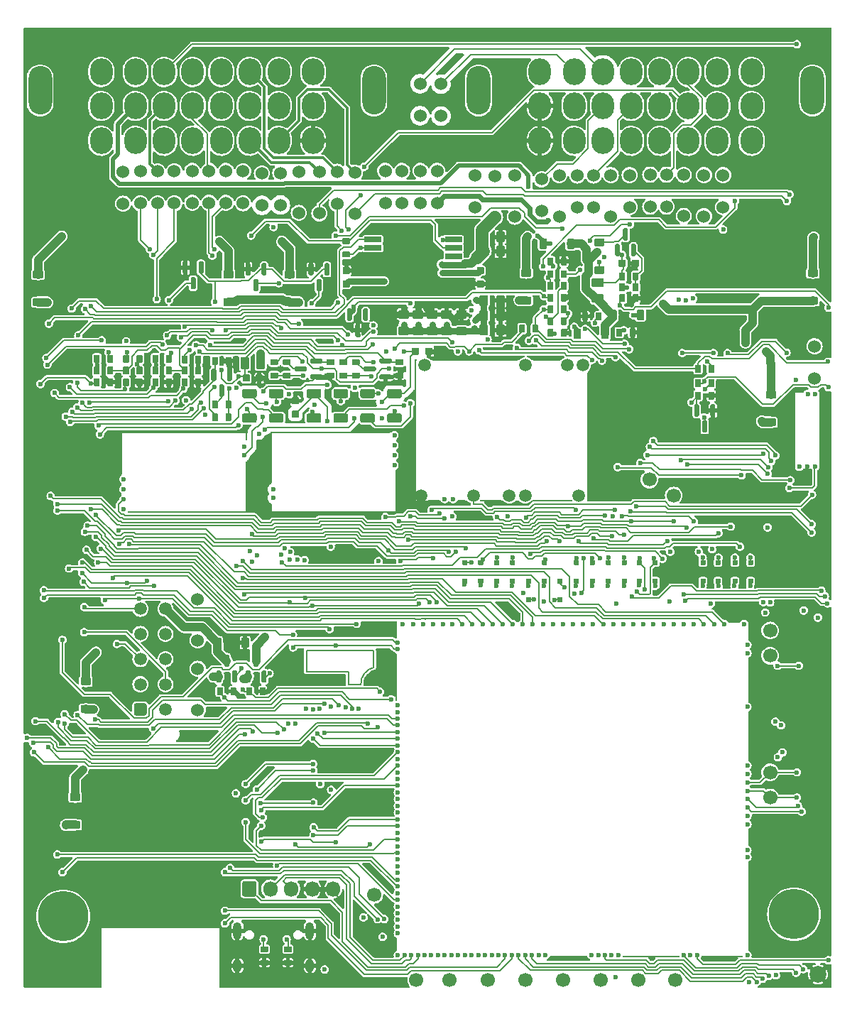
<source format=gbl>
G04 #@! TF.GenerationSoftware,KiCad,Pcbnew,7.0.1*
G04 #@! TF.CreationDate,2023-07-12T00:32:14+03:00*
G04 #@! TF.ProjectId,alphax_4ch,616c7068-6178-45f3-9463-682e6b696361,G*
G04 #@! TF.SameCoordinates,PX141f5e0PYa2cace0*
G04 #@! TF.FileFunction,Copper,L4,Bot*
G04 #@! TF.FilePolarity,Positive*
%FSLAX46Y46*%
G04 Gerber Fmt 4.6, Leading zero omitted, Abs format (unit mm)*
G04 Created by KiCad (PCBNEW 7.0.1) date 2023-07-12 00:32:14*
%MOMM*%
%LPD*%
G01*
G04 APERTURE LIST*
G04 #@! TA.AperFunction,EtchedComponent*
%ADD10C,0.200000*%
G04 #@! TD*
G04 #@! TA.AperFunction,ComponentPad*
%ADD11C,1.524000*%
G04 #@! TD*
G04 #@! TA.AperFunction,ComponentPad*
%ADD12C,1.700000*%
G04 #@! TD*
G04 #@! TA.AperFunction,ComponentPad*
%ADD13C,6.000000*%
G04 #@! TD*
G04 #@! TA.AperFunction,ComponentPad*
%ADD14O,1.700000X1.850000*%
G04 #@! TD*
G04 #@! TA.AperFunction,ComponentPad*
%ADD15O,2.800000X5.800000*%
G04 #@! TD*
G04 #@! TA.AperFunction,ComponentPad*
%ADD16O,2.700000X3.200000*%
G04 #@! TD*
G04 #@! TA.AperFunction,ComponentPad*
%ADD17O,1.000000X2.100000*%
G04 #@! TD*
G04 #@! TA.AperFunction,ComponentPad*
%ADD18O,1.000000X1.600000*%
G04 #@! TD*
G04 #@! TA.AperFunction,ComponentPad*
%ADD19C,1.500000*%
G04 #@! TD*
G04 #@! TA.AperFunction,ComponentPad*
%ADD20C,0.600000*%
G04 #@! TD*
G04 #@! TA.AperFunction,SMDPad,CuDef*
%ADD21O,3.300000X0.200000*%
G04 #@! TD*
G04 #@! TA.AperFunction,SMDPad,CuDef*
%ADD22O,10.200000X0.200000*%
G04 #@! TD*
G04 #@! TA.AperFunction,SMDPad,CuDef*
%ADD23O,0.300000X0.200000*%
G04 #@! TD*
G04 #@! TA.AperFunction,SMDPad,CuDef*
%ADD24O,0.200000X17.000000*%
G04 #@! TD*
G04 #@! TA.AperFunction,SMDPad,CuDef*
%ADD25O,0.200000X15.400000*%
G04 #@! TD*
G04 #@! TA.AperFunction,SMDPad,CuDef*
%ADD26O,4.800000X0.200000*%
G04 #@! TD*
G04 #@! TA.AperFunction,SMDPad,CuDef*
%ADD27O,2.600000X0.200000*%
G04 #@! TD*
G04 #@! TA.AperFunction,SMDPad,CuDef*
%ADD28O,1.000000X0.200000*%
G04 #@! TD*
G04 #@! TA.AperFunction,SMDPad,CuDef*
%ADD29O,1.500000X0.200000*%
G04 #@! TD*
G04 #@! TA.AperFunction,SMDPad,CuDef*
%ADD30R,0.250000X6.185000*%
G04 #@! TD*
G04 #@! TA.AperFunction,SMDPad,CuDef*
%ADD31R,0.250000X1.115000*%
G04 #@! TD*
G04 #@! TA.AperFunction,SMDPad,CuDef*
%ADD32R,14.275000X0.250000*%
G04 #@! TD*
G04 #@! TA.AperFunction,SMDPad,CuDef*
%ADD33R,15.100000X0.250000*%
G04 #@! TD*
G04 #@! TA.AperFunction,SMDPad,CuDef*
%ADD34R,0.250000X5.175000*%
G04 #@! TD*
G04 #@! TA.AperFunction,SMDPad,CuDef*
%ADD35R,0.200000X2.300000*%
G04 #@! TD*
G04 #@! TA.AperFunction,SMDPad,CuDef*
%ADD36R,0.200000X10.700000*%
G04 #@! TD*
G04 #@! TA.AperFunction,SMDPad,CuDef*
%ADD37R,0.200000X2.100000*%
G04 #@! TD*
G04 #@! TA.AperFunction,SMDPad,CuDef*
%ADD38R,0.200000X6.000000*%
G04 #@! TD*
G04 #@! TA.AperFunction,SMDPad,CuDef*
%ADD39R,0.200000X5.400000*%
G04 #@! TD*
G04 #@! TA.AperFunction,SMDPad,CuDef*
%ADD40R,1.400000X0.200000*%
G04 #@! TD*
G04 #@! TA.AperFunction,SMDPad,CuDef*
%ADD41R,5.000000X0.200000*%
G04 #@! TD*
G04 #@! TA.AperFunction,SMDPad,CuDef*
%ADD42R,6.800000X0.200000*%
G04 #@! TD*
G04 #@! TA.AperFunction,SMDPad,CuDef*
%ADD43R,4.500000X0.200000*%
G04 #@! TD*
G04 #@! TA.AperFunction,SMDPad,CuDef*
%ADD44R,0.200000X1.600000*%
G04 #@! TD*
G04 #@! TA.AperFunction,SMDPad,CuDef*
%ADD45R,0.200000X5.700000*%
G04 #@! TD*
G04 #@! TA.AperFunction,SMDPad,CuDef*
%ADD46R,0.200000X2.000000*%
G04 #@! TD*
G04 #@! TA.AperFunction,SMDPad,CuDef*
%ADD47O,1.225000X0.200000*%
G04 #@! TD*
G04 #@! TA.AperFunction,SMDPad,CuDef*
%ADD48O,0.200000X9.300000*%
G04 #@! TD*
G04 #@! TA.AperFunction,ComponentPad*
%ADD49C,0.599999*%
G04 #@! TD*
G04 #@! TA.AperFunction,SMDPad,CuDef*
%ADD50R,2.000000X0.650000*%
G04 #@! TD*
G04 #@! TA.AperFunction,SMDPad,CuDef*
%ADD51R,4.500000X8.100000*%
G04 #@! TD*
G04 #@! TA.AperFunction,SMDPad,CuDef*
%ADD52C,2.000000*%
G04 #@! TD*
G04 #@! TA.AperFunction,ViaPad*
%ADD53C,0.600000*%
G04 #@! TD*
G04 #@! TA.AperFunction,ViaPad*
%ADD54C,1.300000*%
G04 #@! TD*
G04 #@! TA.AperFunction,Conductor*
%ADD55C,0.200000*%
G04 #@! TD*
G04 #@! TA.AperFunction,Conductor*
%ADD56C,0.600000*%
G04 #@! TD*
G04 #@! TA.AperFunction,Conductor*
%ADD57C,1.000000*%
G04 #@! TD*
G04 #@! TA.AperFunction,Conductor*
%ADD58C,0.800000*%
G04 #@! TD*
G04 #@! TA.AperFunction,Conductor*
%ADD59C,0.400000*%
G04 #@! TD*
G04 #@! TA.AperFunction,Conductor*
%ADD60C,0.500000*%
G04 #@! TD*
G04 #@! TA.AperFunction,Conductor*
%ADD61C,0.508000*%
G04 #@! TD*
G04 #@! TA.AperFunction,Conductor*
%ADD62C,0.203200*%
G04 #@! TD*
G04 #@! TA.AperFunction,Conductor*
%ADD63C,0.300000*%
G04 #@! TD*
G04 #@! TA.AperFunction,Conductor*
%ADD64C,1.500000*%
G04 #@! TD*
G04 APERTURE END LIST*
D10*
G04 #@! TO.C,G3*
X38800000Y36300000D02*
X40300000Y36300000D01*
X38800000Y36300000D02*
X38800000Y37800000D01*
X33800000Y37800000D02*
X33800000Y40300000D01*
X38800000Y37800000D02*
X33800000Y37800000D01*
X33800000Y40300000D02*
X41800000Y40300000D01*
X41800000Y40300000D02*
X41800000Y38300000D01*
X41800000Y38299999D02*
G75*
G03*
X40300000Y36300000I478801J-1921600D01*
G01*
G04 #@! TD*
D11*
G04 #@! TO.P,R8,1,1*
G04 #@! TO.N,/CAN-*
X76750000Y93245000D03*
G04 #@! TO.P,R8,2,2*
G04 #@! TO.N,/C6*
X76750000Y97055000D03*
G04 #@! TD*
D12*
G04 #@! TO.P,P18,1,Pin_1*
G04 #@! TO.N,Net-(M4-IN_AT2)*
X89100000Y39700000D03*
G04 #@! TD*
D11*
G04 #@! TO.P,F10,1,1*
G04 #@! TO.N,Net-(J6-Pin_6)*
X20840000Y33250000D03*
G04 #@! TO.P,F10,2,2*
G04 #@! TO.N,/OUT_IGN5*
X20840000Y38150000D03*
G04 #@! TD*
D12*
G04 #@! TO.P,P23,1,Pin_1*
G04 #@! TO.N,Net-(M4-SPI3_MOSI)*
X59900000Y1000000D03*
G04 #@! TD*
D13*
G04 #@! TO.P,J8,1,Pin_1*
G04 #@! TO.N,unconnected-(J8-Pin_1-Pad1)*
X4803000Y8619000D03*
G04 #@! TD*
D11*
G04 #@! TO.P,R59,1,1*
G04 #@! TO.N,/E8*
X45200000Y97505000D03*
G04 #@! TO.P,R59,2,2*
G04 #@! TO.N,/OUT_ETB-*
X45200000Y93695000D03*
G04 #@! TD*
G04 #@! TO.P,R9,1,1*
G04 #@! TO.N,/CAN+*
X74800000Y93245000D03*
G04 #@! TO.P,R9,2,2*
G04 #@! TO.N,/C5*
X74800000Y97055000D03*
G04 #@! TD*
G04 #@! TO.P,R68,1,1*
G04 #@! TO.N,/IN_TPS2*
X24200000Y93695000D03*
G04 #@! TO.P,R68,2,2*
G04 #@! TO.N,/D4*
X24200000Y97505000D03*
G04 #@! TD*
G04 #@! TO.P,J5,1,Pin_1*
G04 #@! TO.N,/MCU/VBUS*
G04 #@! TA.AperFunction,ComponentPad*
G36*
G01*
X26150000Y11225000D02*
X26150000Y12575000D01*
G75*
G02*
X26400000Y12825000I250000J0D01*
G01*
X27600000Y12825000D01*
G75*
G02*
X27850000Y12575000I0J-250000D01*
G01*
X27850000Y11225000D01*
G75*
G02*
X27600000Y10975000I-250000J0D01*
G01*
X26400000Y10975000D01*
G75*
G02*
X26150000Y11225000I0J250000D01*
G01*
G37*
G04 #@! TD.AperFunction*
D14*
G04 #@! TO.P,J5,2,Pin_2*
G04 #@! TO.N,/MCU/USB-*
X29500000Y11900000D03*
G04 #@! TO.P,J5,3,Pin_3*
G04 #@! TO.N,/MCU/USB+*
X32000000Y11900000D03*
G04 #@! TO.P,J5,4,Pin_4*
G04 #@! TO.N,GND*
X34500000Y11900000D03*
G04 #@! TO.P,J5,5,Pin_5*
X37000000Y11900000D03*
G04 #@! TD*
D11*
G04 #@! TO.P,F4,1,1*
G04 #@! TO.N,/A3*
X63950000Y97000000D03*
G04 #@! TO.P,F4,2,2*
G04 #@! TO.N,/OUT_PUMP_RELAY*
X63950000Y92100000D03*
G04 #@! TD*
G04 #@! TO.P,R91,1,1*
G04 #@! TO.N,/IN_KNOCK_RAW*
X94400000Y72795000D03*
G04 #@! TO.P,R91,2,2*
G04 #@! TO.N,/F3*
X94400000Y76605000D03*
G04 #@! TD*
D15*
G04 #@! TO.P,P2,*
G04 #@! TO.N,*
X2050000Y107100000D03*
X41850000Y107100000D03*
D16*
G04 #@! TO.P,P2,1,D1*
G04 #@! TO.N,/D1*
X9350000Y101100000D03*
G04 #@! TO.P,P2,2,D2*
G04 #@! TO.N,/D2*
X13450000Y101100000D03*
G04 #@! TO.P,P2,3,D3*
G04 #@! TO.N,/D3*
X16850000Y101100000D03*
G04 #@! TO.P,P2,4,D4*
G04 #@! TO.N,/D4*
X20250000Y101100000D03*
G04 #@! TO.P,P2,5,D5*
G04 #@! TO.N,/D5*
X23650000Y101100000D03*
G04 #@! TO.P,P2,6,D6*
G04 #@! TO.N,/D6*
X27050000Y101100000D03*
G04 #@! TO.P,P2,7,D7*
G04 #@! TO.N,/D7*
X30500000Y101100000D03*
G04 #@! TO.P,P2,8,D8*
G04 #@! TO.N,GND*
X34600000Y101100000D03*
G04 #@! TO.P,P2,9,E1*
G04 #@! TO.N,/OUT_INJ4*
X9350000Y105250000D03*
G04 #@! TO.P,P2,10,E2*
G04 #@! TO.N,/OUT_NOS*
X13450000Y105250000D03*
G04 #@! TO.P,P2,11,E3*
G04 #@! TO.N,/E3*
X16850000Y105250000D03*
G04 #@! TO.P,P2,12,E4*
G04 #@! TO.N,/E4*
X20250000Y105250000D03*
G04 #@! TO.P,P2,13,E5*
G04 #@! TO.N,/E5*
X23650000Y105250000D03*
G04 #@! TO.P,P2,14,E6*
G04 #@! TO.N,/E6*
X27050000Y105250000D03*
G04 #@! TO.P,P2,15,E7*
G04 #@! TO.N,/E7*
X30500000Y105250000D03*
G04 #@! TO.P,P2,16,E8*
G04 #@! TO.N,/E8*
X34600000Y105250000D03*
G04 #@! TO.P,P2,17,F1*
G04 #@! TO.N,/OUT_IDLE2*
X9350000Y109300000D03*
G04 #@! TO.P,P2,18,F2*
G04 #@! TO.N,/OUT_VVT1*
X13450000Y109300000D03*
G04 #@! TO.P,P2,19,F3*
G04 #@! TO.N,/F3*
X16850000Y109300000D03*
G04 #@! TO.P,P2,20,F4*
G04 #@! TO.N,/F4*
X20250000Y109300000D03*
G04 #@! TO.P,P2,21,F5*
G04 #@! TO.N,/F5*
X23650000Y109300000D03*
G04 #@! TO.P,P2,22,F6*
G04 #@! TO.N,/F6*
X27050000Y109300000D03*
G04 #@! TO.P,P2,23,F7*
G04 #@! TO.N,/F7*
X30500000Y109300000D03*
G04 #@! TO.P,P2,24,F8*
G04 #@! TO.N,/F8*
X34600000Y109300000D03*
G04 #@! TD*
D12*
G04 #@! TO.P,P19,1,Pin_1*
G04 #@! TO.N,Net-(M4-OUT_IO3)*
X41900000Y11200000D03*
G04 #@! TD*
D11*
G04 #@! TO.P,R11,1,1*
G04 #@! TO.N,/IN_CRANK+*
X47350000Y104095000D03*
G04 #@! TO.P,R11,2,2*
G04 #@! TO.N,/C3*
X47350000Y107905000D03*
G04 #@! TD*
D12*
G04 #@! TO.P,P26,1,Pin_1*
G04 #@! TO.N,Net-(M4-I2C_SCL)*
X64400000Y1000000D03*
G04 #@! TD*
D11*
G04 #@! TO.P,R60,1,1*
G04 #@! TO.N,/IN_FLEX*
X43200000Y93695000D03*
G04 #@! TO.P,R60,2,2*
G04 #@! TO.N,/E7*
X43200000Y97505000D03*
G04 #@! TD*
D17*
G04 #@! TO.P,J1,S1,SHIELD*
G04 #@! TO.N,GND*
X25580000Y6920000D03*
D18*
X25580000Y2740000D03*
D17*
X34220000Y6920000D03*
D18*
X34220000Y2740000D03*
G04 #@! TD*
D12*
G04 #@! TO.P,P16,1,Pin_1*
G04 #@! TO.N,/OUT_IGN5*
X89100000Y22800000D03*
G04 #@! TD*
G04 #@! TO.P,P21,1,Pin_1*
G04 #@! TO.N,Net-(M4-SPI3_SCK)*
X50900000Y1000000D03*
G04 #@! TD*
D11*
G04 #@! TO.P,R17,1,1*
G04 #@! TO.N,/IN_AFR*
X68050000Y93145000D03*
G04 #@! TO.P,R17,2,2*
G04 #@! TO.N,/B4*
X68050000Y96955000D03*
G04 #@! TD*
G04 #@! TO.P,R63,1,1*
G04 #@! TO.N,/IN_D4*
X22200000Y93695000D03*
G04 #@! TO.P,R63,2,2*
G04 #@! TO.N,/E4*
X22200000Y97505000D03*
G04 #@! TD*
D12*
G04 #@! TO.P,P24,1,Pin_1*
G04 #@! TO.N,Net-(M4-SPI3_CS)*
X46900000Y1000000D03*
G04 #@! TD*
G04 #@! TO.P,P28,1,Pin_1*
G04 #@! TO.N,Net-(M4-UART8_TX)*
X77800000Y1000000D03*
G04 #@! TD*
D11*
G04 #@! TO.P,R16,1,1*
G04 #@! TO.N,/IN_TPS1*
X72350000Y93195000D03*
G04 #@! TO.P,R16,2,2*
G04 #@! TO.N,/B5*
X72350000Y97005000D03*
G04 #@! TD*
G04 #@! TO.P,R70,1,1*
G04 #@! TO.N,/OUT_BOOST*
X11950000Y93595000D03*
G04 #@! TO.P,R70,2,2*
G04 #@! TO.N,/D2*
X11950000Y97405000D03*
G04 #@! TD*
D12*
G04 #@! TO.P,P3,1,Pin_1*
G04 #@! TO.N,/IN_CAM_HALL*
X74700000Y60700000D03*
G04 #@! TD*
G04 #@! TO.P,J6,1,Pin_1*
G04 #@! TO.N,/AIN1*
G04 #@! TA.AperFunction,ComponentPad*
G36*
G01*
X14499999Y32550000D02*
X13500001Y32550000D01*
G75*
G02*
X13250000Y32800001I0J250001D01*
G01*
X13250000Y33799999D01*
G75*
G02*
X13500001Y34050000I250001J0D01*
G01*
X14499999Y34050000D01*
G75*
G02*
X14750000Y33799999I0J-250001D01*
G01*
X14750000Y32800001D01*
G75*
G02*
X14499999Y32550000I-250001J0D01*
G01*
G37*
G04 #@! TD.AperFunction*
D19*
G04 #@! TO.P,J6,2,Pin_2*
G04 #@! TO.N,/OUT_INJ5*
X14000000Y36300000D03*
G04 #@! TO.P,J6,3,Pin_3*
G04 #@! TO.N,/AIN2*
X14000000Y39300000D03*
G04 #@! TO.P,J6,4,Pin_4*
G04 #@! TO.N,/OUT_INJ6*
X14000000Y42300000D03*
G04 #@! TO.P,J6,5,Pin_5*
G04 #@! TO.N,/AIN3*
X14000000Y45300000D03*
G04 #@! TO.P,J6,6,Pin_6*
G04 #@! TO.N,Net-(J6-Pin_6)*
X17000000Y33300000D03*
G04 #@! TO.P,J6,7,Pin_7*
G04 #@! TO.N,/AIN4*
X17000000Y36300000D03*
G04 #@! TO.P,J6,8,Pin_8*
G04 #@! TO.N,Net-(J6-Pin_8)*
X17000000Y39300000D03*
G04 #@! TO.P,J6,9,Pin_9*
G04 #@! TO.N,/OUT_HS1*
X17000000Y42300000D03*
G04 #@! TO.P,J6,10,Pin_10*
G04 #@! TO.N,/OUT_HS2*
X17000000Y45300000D03*
G04 #@! TD*
D12*
G04 #@! TO.P,P27,1,Pin_1*
G04 #@! TO.N,Net-(M4-UART8_RX)*
X73400000Y1000000D03*
G04 #@! TD*
D19*
G04 #@! TO.P,M1,E1,VBAT*
G04 #@! TO.N,unconnected-(M1-VBAT-PadE1)*
X66300000Y58825005D03*
G04 #@! TO.P,M1,E2,V12*
G04 #@! TO.N,+12V*
X59900003Y58825005D03*
G04 #@! TO.P,M1,E3,VIGN*
G04 #@! TO.N,/VIGN*
X58000000Y58825005D03*
G04 #@! TO.P,M1,E4,V5*
G04 #@! TO.N,+5V*
X53700000Y58825005D03*
D20*
G04 #@! TO.P,M1,E5,EN_5VP*
G04 #@! TO.N,/PWR_EN*
X51300003Y58375006D03*
G04 #@! TO.P,M1,E6,PG_5VP*
G04 #@! TO.N,/TLS115_PG*
X50300002Y58375006D03*
D21*
G04 #@! TO.P,M1,S1,GND*
G04 #@! TO.N,GND*
X62450000Y74975001D03*
D22*
X53950002Y74975001D03*
D23*
X46850000Y74975001D03*
D24*
X46800000Y66575003D03*
D25*
X67400000Y65775002D03*
D19*
X47450000Y58825005D03*
D23*
X67350000Y58175004D03*
D26*
X63150002Y58175004D03*
D27*
X55800000Y58175004D03*
D28*
X52300003Y58175004D03*
D29*
X49000002Y58175004D03*
D19*
G04 #@! TO.P,M1,V1,V12_PERM*
G04 #@! TO.N,+12V_RAW*
X66750002Y74325002D03*
G04 #@! TO.P,M1,V2,IN_VIGN*
G04 #@! TO.N,/IN_VIGN*
X64900003Y74325002D03*
G04 #@! TO.P,M1,V3,V12_RAW*
G04 #@! TO.N,+12V_RAW*
X59950000Y74325002D03*
G04 #@! TO.P,M1,V4,5VP*
G04 #@! TO.N,+5VAS*
X47900002Y74325002D03*
G04 #@! TD*
D20*
G04 #@! TO.P,M3,E1,Thresh_IN*
G04 #@! TO.N,/THRESHOLD_VR_CM*
X11975000Y59550000D03*
G04 #@! TO.P,M3,E2,OUT_A*
G04 #@! TO.N,/VR_ANALOG_CM*
X11975000Y60750000D03*
G04 #@! TO.P,M3,E3,OUT*
G04 #@! TO.N,/IN_CAM_VR*
X11975000Y58350000D03*
G04 #@! TO.P,M3,E4,V5_IN*
G04 #@! TO.N,+5VA*
X11975000Y57150000D03*
D30*
G04 #@! TO.P,M3,G,GND*
G04 #@! TO.N,GND*
X26625000Y59817500D03*
D31*
X26625000Y65867500D03*
D32*
X19612500Y56850000D03*
D33*
X19200000Y66300000D03*
D34*
X11775000Y63837500D03*
D20*
G04 #@! TO.P,M3,W1,VR-*
G04 #@! TO.N,/IN_CAM_VR-*
X26400000Y63610000D03*
G04 #@! TO.P,M3,W2,VR+*
G04 #@! TO.N,/IN_CAM_VR+*
X26400000Y64610000D03*
G04 #@! TD*
D11*
G04 #@! TO.P,R10,1,1*
G04 #@! TO.N,/IN_2STEP*
X66100000Y93145000D03*
G04 #@! TO.P,R10,2,2*
G04 #@! TO.N,/C4*
X66100000Y96955000D03*
G04 #@! TD*
G04 #@! TO.P,R62,1,1*
G04 #@! TO.N,/IN_CAM_VR-*
X28500000Y93395000D03*
G04 #@! TO.P,R62,2,2*
G04 #@! TO.N,/E5*
X28500000Y97205000D03*
G04 #@! TD*
G04 #@! TO.P,F7,1,1*
G04 #@! TO.N,/F5*
X32900000Y97399979D03*
G04 #@! TO.P,F7,2,2*
G04 #@! TO.N,/OUT_MAIN*
X32900000Y92499979D03*
G04 #@! TD*
G04 #@! TO.P,R56,1,1*
G04 #@! TO.N,/IN_D5*
X14000000Y93645000D03*
G04 #@! TO.P,R56,2,2*
G04 #@! TO.N,/F3*
X14000000Y97455000D03*
G04 #@! TD*
D20*
G04 #@! TO.P,M4,E1,SPI2_SCK*
G04 #@! TO.N,unconnected-(M4-SPI2_SCK-PadE1)*
X44700000Y6600003D03*
G04 #@! TO.P,M4,E2,SPI2_MISO*
G04 #@! TO.N,unconnected-(M4-SPI2_MISO-PadE2)*
X44700000Y7400004D03*
G04 #@! TO.P,M4,E3,SPI2_MOSI*
G04 #@! TO.N,unconnected-(M4-SPI2_MOSI-PadE3)*
X44700000Y8200002D03*
G04 #@! TO.P,M4,E4,SPI2_CS*
G04 #@! TO.N,unconnected-(M4-SPI2_CS-PadE4)*
X44700000Y9000003D03*
G04 #@! TO.P,M4,E6,OUT_IO3*
G04 #@! TO.N,Net-(M4-OUT_IO3)*
X44700000Y9800004D03*
G04 #@! TO.P,M4,E7,OUT_IO5*
G04 #@! TO.N,/CRANK_N_PULLUP*
X44700003Y10600002D03*
G04 #@! TO.P,M4,E8,OUT_IO1*
G04 #@! TO.N,/TACH_PULLUP*
X44700003Y11400003D03*
G04 #@! TO.P,M4,E9,OUT_IO6*
G04 #@! TO.N,/NOS*
X44700000Y12200007D03*
G04 #@! TO.P,M4,E10,OUT_IO10*
G04 #@! TO.N,/MAIN*
X44700000Y13000003D03*
G04 #@! TO.P,M4,E11,OUT_IO9*
G04 #@! TO.N,/CAM_VR_PULLUP*
X44700000Y13800003D03*
G04 #@! TO.P,M4,E12,OUT_IO2*
G04 #@! TO.N,/CRANK_P_PULLUP*
X44700000Y14600004D03*
G04 #@! TO.P,M4,E13,OUT_IO12*
G04 #@! TO.N,/PUMP_RELAY*
X44700003Y15400003D03*
G04 #@! TO.P,M4,E14,OUT_PWM5*
G04 #@! TO.N,/MCU_IDLE2*
X44700003Y16200004D03*
G04 #@! TO.P,M4,E15,OUT_PWM4*
G04 #@! TO.N,/THRESHOLD_VR_CM*
X44700003Y17000005D03*
G04 #@! TO.P,M4,E16,OUT_PWM3*
G04 #@! TO.N,/MCU_BOOST*
X44700000Y17800003D03*
G04 #@! TO.P,M4,E17,OUT_PWM2*
G04 #@! TO.N,/ETB_PWM*
X44700000Y18600004D03*
G04 #@! TO.P,M4,E18,OUT_INJ2*
G04 #@! TO.N,/MCU_INJ2*
X44700000Y19400002D03*
G04 #@! TO.P,M4,E19,OUT_INJ1*
G04 #@! TO.N,/MCU_INJ1*
X44700003Y20200003D03*
G04 #@! TO.P,M4,E20,OUT_IO13*
G04 #@! TO.N,/D2_PULLDOWN*
X44700003Y21000004D03*
G04 #@! TO.P,M4,E21,OUT_IO4*
G04 #@! TO.N,/TEMP_PULLUP*
X44700000Y21800003D03*
G04 #@! TO.P,M4,E22,OUT_IO8*
G04 #@! TO.N,/D3_PULLDOWN*
X44700000Y22600004D03*
G04 #@! TO.P,M4,E23,OUT_IO7*
G04 #@! TO.N,/2STEP_PULLDOWN*
X44700000Y23400005D03*
G04 #@! TO.P,M4,E24,OUT_IO11*
G04 #@! TO.N,/MCU_FAN_RELAY*
X44700000Y24200003D03*
G04 #@! TO.P,M4,E25,OUT_PWM7*
G04 #@! TO.N,/HS/IN1*
X44700000Y25000004D03*
G04 #@! TO.P,M4,E26,OUT_PWM6*
G04 #@! TO.N,/THRESHOLD_VR_CR*
X44700000Y25800002D03*
G04 #@! TO.P,M4,E27,OUT_PWM1*
G04 #@! TO.N,/MCU_IDLE1*
X44700000Y26600003D03*
G04 #@! TO.P,M4,E28,OUT_PWM8*
G04 #@! TO.N,/HS/IN2*
X44700000Y27400004D03*
G04 #@! TO.P,M4,E29,OUT_INJ3*
G04 #@! TO.N,/MCU_INJ3*
X44700000Y28200003D03*
G04 #@! TO.P,M4,E30,OUT_INJ4*
G04 #@! TO.N,/MCU_INJ4*
X44700000Y29000004D03*
G04 #@! TO.P,M4,E31,OUT_INJ5*
G04 #@! TO.N,/MCU_INJ5*
X44700003Y29800002D03*
G04 #@! TO.P,M4,E32,OUT_INJ6*
G04 #@! TO.N,/MCU_INJ6*
X44700000Y30600005D03*
G04 #@! TO.P,M4,E33,OUT_INJ7*
G04 #@! TO.N,/D4_PULLDOWN*
X44700000Y31400004D03*
G04 #@! TO.P,M4,E34,OUT_INJ8*
G04 #@! TO.N,/D5_PULLDOWN*
X44700000Y32200002D03*
G04 #@! TO.P,M4,E35,IO6*
G04 #@! TO.N,unconnected-(M4-IO6-PadE35)*
X44700000Y33000003D03*
G04 #@! TO.P,M4,E36,IO7*
G04 #@! TO.N,unconnected-(M4-IO7-PadE36)*
X44700000Y33800004D03*
G04 #@! TO.P,M4,E38,V5A_SWITCHABLE*
G04 #@! TO.N,+5VA*
X44700003Y40499998D03*
G04 #@! TO.P,M4,E39,GNDA*
G04 #@! TO.N,GNDA*
X44700000Y41299999D03*
D35*
G04 #@! TO.P,M4,G,GND*
G04 #@! TO.N,GND*
X86600005Y42649999D03*
D36*
X86600003Y9850001D03*
D37*
X86600003Y18050000D03*
D38*
X86600003Y30099999D03*
D39*
X86600003Y36799996D03*
D40*
X84799996Y43700002D03*
D41*
X83400001Y3800001D03*
D42*
X74899998Y3800001D03*
D43*
X65049995Y3800001D03*
D44*
X44500000Y5300000D03*
D45*
X44500000Y37150003D03*
D46*
X44500000Y42799996D03*
D20*
G04 #@! TO.P,M4,N1,USBID*
G04 #@! TO.N,unconnected-(M4-USBID-PadN1)*
X44700000Y4000000D03*
G04 #@! TO.P,M4,N2,USBM*
G04 #@! TO.N,/MCU/USB-*
X45499998Y3999998D03*
G04 #@! TO.P,M4,N3,USBP*
G04 #@! TO.N,/MCU/USB+*
X46299999Y3999998D03*
G04 #@! TO.P,M4,N4,VBUS*
G04 #@! TO.N,/MCU/VBUS*
X47099998Y4000000D03*
G04 #@! TO.P,M4,N5,BOOT0*
G04 #@! TO.N,unconnected-(M4-BOOT0-PadN5)*
X47899999Y4000000D03*
G04 #@! TO.P,M4,N6,SWO*
G04 #@! TO.N,/MCU/SWO*
X48700000Y4000000D03*
G04 #@! TO.P,M4,N7,SWDIO*
G04 #@! TO.N,/MCU/SWDIO*
X49499998Y4000000D03*
G04 #@! TO.P,M4,N8,SWCLK*
G04 #@! TO.N,/MCU/SWCLK*
X50299999Y3999998D03*
G04 #@! TO.P,M4,N9,nReset*
G04 #@! TO.N,/MCU/NRESET*
X51099997Y4000000D03*
G04 #@! TO.P,M4,N10,SPI3_CS*
G04 #@! TO.N,Net-(M4-SPI3_CS)*
X51899998Y4000000D03*
G04 #@! TO.P,M4,N11,SPI3_SCK*
G04 #@! TO.N,Net-(M4-SPI3_SCK)*
X52699999Y4000000D03*
G04 #@! TO.P,M4,N12,SPI3_MISO*
G04 #@! TO.N,Net-(M4-SPI3_MISO)*
X53500000Y4000000D03*
G04 #@! TO.P,M4,N13,SPI3_MOSI*
G04 #@! TO.N,Net-(M4-SPI3_MOSI)*
X54299999Y4000000D03*
G04 #@! TO.P,M4,N14,I2C_SCL*
G04 #@! TO.N,Net-(M4-I2C_SCL)*
X55100000Y4000000D03*
G04 #@! TO.P,M4,N15,I2C_SDA*
G04 #@! TO.N,Net-(M4-I2C_SDA)*
X55900001Y3999998D03*
G04 #@! TO.P,M4,N16,IO1*
G04 #@! TO.N,/ETB_DIR*
X56700001Y3999998D03*
G04 #@! TO.P,M4,N17,UART2_TX*
G04 #@! TO.N,/MCU/UART_TX*
X57500000Y4000000D03*
G04 #@! TO.P,M4,N18,UART2_RX*
G04 #@! TO.N,/MCU/UART_RX*
X58300001Y4000000D03*
G04 #@! TO.P,M4,N19,IO2*
G04 #@! TO.N,/ETB_DIS*
X59099999Y4000000D03*
G04 #@! TO.P,M4,N20,IO4*
G04 #@! TO.N,/CAM_PULLDOWN*
X59900000Y4000000D03*
G04 #@! TO.P,M4,N21,IO3*
G04 #@! TO.N,/TACH*
X60699999Y3999998D03*
G04 #@! TO.P,M4,N22,V33*
G04 #@! TO.N,+3.3V*
X61500000Y4000000D03*
G04 #@! TO.P,M4,N23,IO5*
G04 #@! TO.N,unconnected-(M4-IO5-PadN23)*
X62300000Y4000000D03*
G04 #@! TO.P,M4,N24,UART8_RX*
G04 #@! TO.N,Net-(M4-UART8_RX)*
X67800000Y4000000D03*
G04 #@! TO.P,M4,N25,UART8_TX*
G04 #@! TO.N,Net-(M4-UART8_TX)*
X68600001Y4000000D03*
G04 #@! TO.P,M4,N26,IN_VIGN*
G04 #@! TO.N,/VIGN*
X69399999Y4000000D03*
G04 #@! TO.P,M4,N27,VBAT*
G04 #@! TO.N,unconnected-(M4-VBAT-PadN27)*
X70199997Y4000000D03*
G04 #@! TO.P,M4,N28,V33_SWITCHABLE*
G04 #@! TO.N,+3.3VA*
X70999996Y4000000D03*
G04 #@! TO.P,M4,N29,OUT_PWR_EN*
G04 #@! TO.N,/PWR_EN*
X78800000Y4000000D03*
G04 #@! TO.P,M4,N30,V5A_SWITCHABLE*
G04 #@! TO.N,unconnected-(M4-V5A_SWITCHABLE-PadN30)*
X79599999Y4000000D03*
G04 #@! TO.P,M4,N31,VCC*
G04 #@! TO.N,+5V*
X80399997Y4000000D03*
G04 #@! TO.P,M4,N32,V33*
G04 #@! TO.N,unconnected-(M4-V33-PadN32)*
X86400001Y4000000D03*
G04 #@! TO.P,M4,S1,IN_D4*
G04 #@! TO.N,/HALL3*
X45300001Y43500005D03*
G04 #@! TO.P,M4,S2,IN_D3*
G04 #@! TO.N,/HALL2*
X46500002Y43500003D03*
G04 #@! TO.P,M4,S3,IN_D2*
G04 #@! TO.N,/TLS115_PG*
X47699999Y43500003D03*
G04 #@! TO.P,M4,S4,IN_D1*
G04 #@! TO.N,/HALL1*
X48899999Y43500005D03*
G04 #@! TO.P,M4,S5,VREF2*
G04 #@! TO.N,unconnected-(M4-VREF2-PadS5)*
X50099999Y43500003D03*
G04 #@! TO.P,M4,S6,IN_SENS4*
G04 #@! TO.N,/IN_D5*
X51199987Y43500003D03*
G04 #@! TO.P,M4,S7,IN_SENS3*
G04 #@! TO.N,/IN_D4*
X52399987Y43500003D03*
G04 #@! TO.P,M4,S8,IN_SENS2*
G04 #@! TO.N,/IN_D3*
X53599985Y43500005D03*
G04 #@! TO.P,M4,S9,IN_SENS1*
G04 #@! TO.N,/IN_D2*
X54799985Y43500003D03*
G04 #@! TO.P,M4,S10,IN_AUX4*
G04 #@! TO.N,/IN_FLEX*
X55999988Y43500003D03*
G04 #@! TO.P,M4,S11,IN_AUX3*
G04 #@! TO.N,/AIN4*
X57199990Y43500005D03*
G04 #@! TO.P,M4,S12,IN_AUX2*
G04 #@! TO.N,/IN_PPS2*
X58399988Y43500003D03*
G04 #@! TO.P,M4,S13,IN_AUX1*
G04 #@! TO.N,/IN_TPS2*
X59599986Y43500003D03*
G04 #@! TO.P,M4,S14,IN_RES2*
G04 #@! TO.N,/VR_ANALOG_CM*
X60799993Y43500003D03*
G04 #@! TO.P,M4,S15,IN_O2S2*
G04 #@! TO.N,/IN_AFR*
X61999993Y43500003D03*
G04 #@! TO.P,M4,S16,IN_O2S*
G04 #@! TO.N,unconnected-(M4-IN_O2S-PadS16)*
X63199991Y43500003D03*
G04 #@! TO.P,M4,S17,IN_RES1*
G04 #@! TO.N,/IN_CAM_VR*
X64399991Y43500003D03*
G04 #@! TO.P,M4,S18,IN_RES3*
G04 #@! TO.N,/VR_ANALOG_CR*
X65599996Y43500003D03*
G04 #@! TO.P,M4,S19,IN_MAP3*
G04 #@! TO.N,/IN_MAP2*
X66799997Y43500003D03*
G04 #@! TO.P,M4,S20,IN_MAP2*
G04 #@! TO.N,/IN_MAP*
X67999994Y43500005D03*
G04 #@! TO.P,M4,S21,IN_MAP1*
G04 #@! TO.N,/AIN3*
X69199994Y43500003D03*
G04 #@! TO.P,M4,S22,IN_CRANK*
G04 #@! TO.N,/IN_CRANK*
X70399997Y43500005D03*
G04 #@! TO.P,M4,S23,IN_KNOCK*
G04 #@! TO.N,/IN_KNOCK*
X71599997Y43500003D03*
G04 #@! TO.P,M4,S24,IN_CAM*
G04 #@! TO.N,/IN_CAM_HALL*
X72799992Y43500003D03*
G04 #@! TO.P,M4,S25,IN_VSS*
G04 #@! TO.N,/IN_2STEP*
X73999995Y43500005D03*
G04 #@! TO.P,M4,S26,IN_IAT*
G04 #@! TO.N,/IN_IAT*
X75200000Y43500003D03*
G04 #@! TO.P,M4,S27,IN_AT1*
G04 #@! TO.N,Net-(M4-IN_AT1)*
X76400000Y43500005D03*
G04 #@! TO.P,M4,S28,IN_CLT*
G04 #@! TO.N,/IN_CLT*
X77599998Y43500003D03*
G04 #@! TO.P,M4,S29,IN_AT2*
G04 #@! TO.N,Net-(M4-IN_AT2)*
X78799998Y43500003D03*
G04 #@! TO.P,M4,S30,IN_TPS*
G04 #@! TO.N,/IN_TPS1*
X80000003Y43500003D03*
G04 #@! TO.P,M4,S31,IN_PPS*
G04 #@! TO.N,/IN_PPS1*
X81200003Y43500003D03*
G04 #@! TO.P,M4,S32,IN_TPS2*
G04 #@! TO.N,/AIN1*
X82400001Y43500003D03*
G04 #@! TO.P,M4,S33,IN_PPS2*
G04 #@! TO.N,/AIN2*
X83600001Y43500003D03*
G04 #@! TO.P,M4,S35,VREF1*
G04 #@! TO.N,/VREF*
X86000001Y43500003D03*
G04 #@! TO.P,M4,W1,GNDA*
G04 #@! TO.N,GNDA*
X86400003Y41000000D03*
G04 #@! TO.P,M4,W2,V5A_SWITCHABLE*
G04 #@! TO.N,+5VA*
X86400003Y39999999D03*
G04 #@! TO.P,M4,W3,V33_REF*
G04 #@! TO.N,unconnected-(M4-V33_REF-PadW3)*
X86400001Y33599997D03*
G04 #@! TO.P,M4,W4,IGN8*
G04 #@! TO.N,/VVT2*
X86400001Y26600001D03*
G04 #@! TO.P,M4,W5,IGN7*
G04 #@! TO.N,/VVT1*
X86400001Y25600000D03*
G04 #@! TO.P,M4,W6,IGN6*
G04 #@! TO.N,/OUT_IGN6*
X86400001Y24600002D03*
G04 #@! TO.P,M4,W7,IGN5*
G04 #@! TO.N,/OUT_IGN5*
X86400001Y23600002D03*
G04 #@! TO.P,M4,W8,IGN4*
G04 #@! TO.N,/OUT_IGN4*
X86400001Y22600001D03*
G04 #@! TO.P,M4,W9,IGN3*
G04 #@! TO.N,/OUT_IGN3*
X86400001Y21600003D03*
G04 #@! TO.P,M4,W10,IGN2*
G04 #@! TO.N,/OUT_IGN2*
X86400001Y20600003D03*
G04 #@! TO.P,M4,W11,IGN1*
G04 #@! TO.N,/OUT_IGN1*
X86400001Y19600005D03*
G04 #@! TO.P,M4,W12,CANH*
G04 #@! TO.N,/CAN+*
X86400001Y16500001D03*
G04 #@! TO.P,M4,W13,CANL*
G04 #@! TO.N,/CAN-*
X86400001Y15700000D03*
G04 #@! TD*
D11*
G04 #@! TO.P,R19,1,1*
G04 #@! TO.N,/IN_MAP*
X53950000Y93145000D03*
G04 #@! TO.P,R19,2,2*
G04 #@! TO.N,/B2*
X53950000Y96955000D03*
G04 #@! TD*
G04 #@! TO.P,R67,1,1*
G04 #@! TO.N,/IN_PPS1*
X26250000Y93645000D03*
G04 #@! TO.P,R67,2,2*
G04 #@! TO.N,/D5*
X26250000Y97455000D03*
G04 #@! TD*
G04 #@! TO.P,F1,1,1*
G04 #@! TO.N,/A7*
X81196000Y96995000D03*
G04 #@! TO.P,F1,2,2*
G04 #@! TO.N,/OUT_IGN2*
X81196000Y92095000D03*
G04 #@! TD*
G04 #@! TO.P,R64,1,1*
G04 #@! TO.N,/IN_D3*
X16050000Y93645000D03*
G04 #@! TO.P,R64,2,2*
G04 #@! TO.N,/E3*
X16050000Y97455000D03*
G04 #@! TD*
G04 #@! TO.P,F3,1,1*
G04 #@! TO.N,/A4*
X70100000Y97000000D03*
G04 #@! TO.P,F3,2,2*
G04 #@! TO.N,/OUT_TACH*
X70100000Y92100000D03*
G04 #@! TD*
G04 #@! TO.P,R61,1,1*
G04 #@! TO.N,/IN_CAM_VR+*
X30700000Y93445000D03*
G04 #@! TO.P,R61,2,2*
G04 #@! TO.N,/E6*
X30700000Y97255000D03*
G04 #@! TD*
D12*
G04 #@! TO.P,P22,1,Pin_1*
G04 #@! TO.N,Net-(M4-SPI3_MISO)*
X55400000Y1000000D03*
G04 #@! TD*
D13*
G04 #@! TO.P,J7,1,Pin_1*
G04 #@! TO.N,unconnected-(J7-Pin_1-Pad1)*
X91948000Y8873000D03*
G04 #@! TD*
D12*
G04 #@! TO.P,P20,1,Pin_1*
G04 #@! TO.N,Net-(M4-IN_AT1)*
X89100000Y42700000D03*
G04 #@! TD*
D11*
G04 #@! TO.P,R69,1,1*
G04 #@! TO.N,/IN_D2*
X18050000Y93645000D03*
G04 #@! TO.P,R69,2,2*
G04 #@! TO.N,/D3*
X18050000Y97455000D03*
G04 #@! TD*
G04 #@! TO.P,R55,1,1*
G04 #@! TO.N,/OUT_VVT2*
X20200000Y93695000D03*
G04 #@! TO.P,R55,2,2*
G04 #@! TO.N,/F4*
X20200000Y97505000D03*
G04 #@! TD*
G04 #@! TO.P,F8,1,1*
G04 #@! TO.N,/D7*
X39600000Y97299979D03*
G04 #@! TO.P,F8,2,2*
G04 #@! TO.N,/OUT_IGN4*
X39600000Y92399979D03*
G04 #@! TD*
D12*
G04 #@! TO.P,P25,1,Pin_1*
G04 #@! TO.N,Net-(M4-I2C_SDA)*
X68900000Y1000000D03*
G04 #@! TD*
D11*
G04 #@! TO.P,R54,1,1*
G04 #@! TO.N,/IN_PPS2*
X37450000Y93595000D03*
G04 #@! TO.P,R54,2,2*
G04 #@! TO.N,/F6*
X37450000Y97405000D03*
G04 #@! TD*
G04 #@! TO.P,R52,1,1*
G04 #@! TO.N,/OUT_ETB+*
X47400000Y93695000D03*
G04 #@! TO.P,R52,2,2*
G04 #@! TO.N,/F8*
X47400000Y97505000D03*
G04 #@! TD*
D20*
G04 #@! TO.P,M9,E1,V5A*
G04 #@! TO.N,+5VA*
X94474999Y62225000D03*
D47*
G04 #@! TO.P,M9,E2,GND*
G04 #@! TO.N,GND*
X92499999Y71125000D03*
D48*
X95074999Y66575000D03*
X91974999Y66575000D03*
D20*
X93524999Y62225000D03*
G04 #@! TO.P,M9,E3,OUT_KNOCK*
G04 #@! TO.N,/IN_KNOCK*
X92575001Y62225000D03*
G04 #@! TO.P,M9,W1,IN_KNOCK*
G04 #@! TO.N,/IN_KNOCK_RAW*
X93574999Y70925000D03*
G04 #@! TO.P,M9,W2,VREF*
G04 #@! TO.N,/VREF*
X94474999Y70925000D03*
G04 #@! TD*
D49*
G04 #@! TO.P,M6,V1,IGN8*
G04 #@! TO.N,GND*
X37285001Y19400014D03*
G04 #@! TO.P,M6,V2,IGN7*
X35449991Y19825022D03*
G04 #@! TO.P,M6,V3,IGN6*
X37499999Y20375019D03*
G04 #@! TO.P,M6,V4,IGN5*
X37285004Y21249978D03*
G04 #@! TO.P,M6,V5,IGN4*
X37209997Y22100001D03*
G04 #@! TO.P,M6,V6,IGN3*
X35449991Y22425017D03*
G04 #@! TO.P,M6,V7,IGN2*
G04 #@! TO.N,/MCU_INJ6*
X36759991Y23724984D03*
G04 #@! TO.P,M6,V8,IGN1*
G04 #@! TO.N,/MCU_INJ5*
X35449991Y24375001D03*
G04 #@! TO.P,M6,V9,VCC*
G04 #@! TO.N,+5VA*
X41375006Y17199998D03*
G04 #@! TO.P,M6,V10,V33*
G04 #@! TO.N,+3.3VA*
X37300000Y17500000D03*
G04 #@! TD*
D11*
G04 #@! TO.P,R15,1,1*
G04 #@! TO.N,/IN_CLT*
X83482000Y93190000D03*
G04 #@! TO.P,R15,2,2*
G04 #@! TO.N,/B7*
X83482000Y97000000D03*
G04 #@! TD*
G04 #@! TO.P,R53,1,1*
G04 #@! TO.N,/IN_VIGN*
X49400000Y93695000D03*
G04 #@! TO.P,R53,2,2*
G04 #@! TO.N,/F7*
X49400000Y97505000D03*
G04 #@! TD*
D20*
G04 #@! TO.P,M8,E1,Thresh_IN*
G04 #@! TO.N,/THRESHOLD_VR_CR*
X44300000Y63587500D03*
G04 #@! TO.P,M8,E2,OUT_A*
G04 #@! TO.N,/VR_ANALOG_CR*
X44300000Y62387500D03*
G04 #@! TO.P,M8,E3,OUT*
G04 #@! TO.N,/IN_CRANK*
X44300000Y64787500D03*
G04 #@! TO.P,M8,E4,V5_IN*
G04 #@! TO.N,+5VA*
X44300000Y65987500D03*
D30*
G04 #@! TO.P,M8,G,GND*
G04 #@! TO.N,GND*
X29650000Y63320000D03*
D31*
X29650000Y57270000D03*
D32*
X36662500Y66287500D03*
D33*
X37075000Y56837500D03*
D34*
X44500000Y59300000D03*
D20*
G04 #@! TO.P,M8,W1,VR-*
G04 #@! TO.N,/IN_CRANK-*
X29875000Y59527500D03*
G04 #@! TO.P,M8,W2,VR+*
G04 #@! TO.N,/IN_CRANK+*
X29875000Y58527500D03*
G04 #@! TD*
D11*
G04 #@! TO.P,F9,1,1*
G04 #@! TO.N,/D6*
X35350000Y97349979D03*
G04 #@! TO.P,F9,2,2*
G04 #@! TO.N,/OUT_IGN3*
X35350000Y92449979D03*
G04 #@! TD*
D12*
G04 #@! TO.P,P17,1,Pin_1*
G04 #@! TO.N,/OUT_IGN6*
X89100000Y25800000D03*
G04 #@! TD*
D15*
G04 #@! TO.P,P1,*
G04 #@! TO.N,*
X54350000Y107100000D03*
X94150000Y107100000D03*
D16*
G04 #@! TO.P,P1,1,A1*
G04 #@! TO.N,GND*
X61650000Y101100000D03*
G04 #@! TO.P,P1,2,A2*
G04 #@! TO.N,/A2*
X65750000Y101100000D03*
G04 #@! TO.P,P1,3,A3*
G04 #@! TO.N,/A3*
X69150000Y101100000D03*
G04 #@! TO.P,P1,4,A4*
G04 #@! TO.N,/A4*
X72550000Y101100000D03*
G04 #@! TO.P,P1,5,A5*
G04 #@! TO.N,GNDA*
X75950000Y101100000D03*
G04 #@! TO.P,P1,6,A6*
G04 #@! TO.N,/A6*
X79350000Y101100000D03*
G04 #@! TO.P,P1,7,A7*
G04 #@! TO.N,/A7*
X82800000Y101100000D03*
G04 #@! TO.P,P1,8,A8*
G04 #@! TO.N,/OUT_INJ1*
X86900000Y101100000D03*
G04 #@! TO.P,P1,9,B1*
G04 #@! TO.N,GND*
X61650000Y105250000D03*
G04 #@! TO.P,P1,10,B2*
G04 #@! TO.N,/B2*
X65750000Y105250000D03*
G04 #@! TO.P,P1,11,B3*
G04 #@! TO.N,/B3*
X69150000Y105250000D03*
G04 #@! TO.P,P1,12,B4*
G04 #@! TO.N,/B4*
X72550000Y105250000D03*
G04 #@! TO.P,P1,13,B5*
G04 #@! TO.N,/B5*
X75950000Y105250000D03*
G04 #@! TO.P,P1,14,B6*
G04 #@! TO.N,+5VAS*
X79350000Y105250000D03*
G04 #@! TO.P,P1,15,B7*
G04 #@! TO.N,/B7*
X82800000Y105250000D03*
G04 #@! TO.P,P1,16,B8*
G04 #@! TO.N,/OUT_INJ2*
X86900000Y105250000D03*
G04 #@! TO.P,P1,17,C1*
G04 #@! TO.N,/OUT_FAN_RELAY*
X61650000Y109300000D03*
G04 #@! TO.P,P1,18,C2*
G04 #@! TO.N,/C2*
X65750000Y109300000D03*
G04 #@! TO.P,P1,19,C3*
G04 #@! TO.N,/C3*
X69150000Y109300000D03*
G04 #@! TO.P,P1,20,C4*
G04 #@! TO.N,/C4*
X72550000Y109300000D03*
G04 #@! TO.P,P1,21,C5*
G04 #@! TO.N,/C5*
X75950000Y109300000D03*
G04 #@! TO.P,P1,22,C6*
G04 #@! TO.N,/C6*
X79350000Y109300000D03*
G04 #@! TO.P,P1,23,C7*
G04 #@! TO.N,/IN_CAM_HALL*
X82800000Y109300000D03*
G04 #@! TO.P,P1,24,C8*
G04 #@! TO.N,/OUT_IDLE1*
X86900000Y109300000D03*
G04 #@! TD*
D11*
G04 #@! TO.P,F6,1,1*
G04 #@! TO.N,/A2*
X56300000Y96900000D03*
G04 #@! TO.P,F6,2,2*
G04 #@! TO.N,+12V_ETB*
X56300000Y92000000D03*
G04 #@! TD*
D49*
G04 #@! TO.P,M2,V1,IGN8*
G04 #@! TO.N,/MCU_BOOST*
X28405111Y19436868D03*
G04 #@! TO.P,M2,V2,IGN7*
G04 #@! TO.N,/MCU_IDLE2*
X26570101Y19861876D03*
G04 #@! TO.P,M2,V3,IGN6*
G04 #@! TO.N,/MCU_IDLE1*
X28620109Y20411873D03*
G04 #@! TO.P,M2,V4,IGN5*
G04 #@! TO.N,/MCU_FAN_RELAY*
X28405114Y21286832D03*
G04 #@! TO.P,M2,V5,IGN4*
G04 #@! TO.N,/MCU_INJ4*
X28330107Y22136855D03*
G04 #@! TO.P,M2,V6,IGN3*
G04 #@! TO.N,/MCU_INJ3*
X26570101Y22461871D03*
G04 #@! TO.P,M2,V7,IGN2*
G04 #@! TO.N,/MCU_INJ2*
X27880101Y23761838D03*
G04 #@! TO.P,M2,V8,IGN1*
G04 #@! TO.N,/MCU_INJ1*
X26570101Y24411855D03*
G04 #@! TO.P,M2,V9,VCC*
G04 #@! TO.N,+5VA*
X32495116Y17236852D03*
G04 #@! TO.P,M2,V10,V33*
G04 #@! TO.N,+3.3VA*
X28420110Y17536854D03*
G04 #@! TD*
D11*
G04 #@! TO.P,R12,1,1*
G04 #@! TO.N,/IN_CRANK-*
X49850000Y104045000D03*
G04 #@! TO.P,R12,2,2*
G04 #@! TO.N,/C2*
X49850000Y107855000D03*
G04 #@! TD*
G04 #@! TO.P,R18,1,1*
G04 #@! TO.N,/IN_IAT*
X61850000Y92695000D03*
G04 #@! TO.P,R18,2,2*
G04 #@! TO.N,/B3*
X61850000Y96505000D03*
G04 #@! TD*
D12*
G04 #@! TO.P,P4,1,Pin_1*
G04 #@! TO.N,/IN_CRANK*
X77600000Y58800000D03*
G04 #@! TD*
D11*
G04 #@! TO.P,F5,1,1*
G04 #@! TO.N,/A2*
X58650000Y96945000D03*
G04 #@! TO.P,F5,2,2*
G04 #@! TO.N,+12V_RAW*
X58650000Y92045000D03*
G04 #@! TD*
G04 #@! TO.P,F11,1,1*
G04 #@! TO.N,Net-(J6-Pin_8)*
X20840000Y41550000D03*
G04 #@! TO.P,F11,2,2*
G04 #@! TO.N,/OUT_IGN6*
X20840000Y46450000D03*
G04 #@! TD*
G04 #@! TO.P,F2,1,1*
G04 #@! TO.N,/A6*
X78800000Y97045000D03*
G04 #@! TO.P,F2,2,2*
G04 #@! TO.N,/OUT_IGN1*
X78800000Y92145000D03*
G04 #@! TD*
G04 #@! TO.P,R1137,1*
G04 #@! TO.N,/CAM_VR_PULLUP*
G04 #@! TA.AperFunction,SMDPad,CuDef*
G36*
G01*
X22550000Y74447500D02*
X22550000Y75227500D01*
G75*
G02*
X22620000Y75297500I70000J0D01*
G01*
X23180000Y75297500D01*
G75*
G02*
X23250000Y75227500I0J-70000D01*
G01*
X23250000Y74447500D01*
G75*
G02*
X23180000Y74377500I-70000J0D01*
G01*
X22620000Y74377500D01*
G75*
G02*
X22550000Y74447500I0J70000D01*
G01*
G37*
G04 #@! TD.AperFunction*
G04 #@! TO.P,R1137,2*
G04 #@! TO.N,GND*
G04 #@! TA.AperFunction,SMDPad,CuDef*
G36*
G01*
X24150000Y74447500D02*
X24150000Y75227500D01*
G75*
G02*
X24220000Y75297500I70000J0D01*
G01*
X24780000Y75297500D01*
G75*
G02*
X24850000Y75227500I0J-70000D01*
G01*
X24850000Y74447500D01*
G75*
G02*
X24780000Y74377500I-70000J0D01*
G01*
X24220000Y74377500D01*
G75*
G02*
X24150000Y74447500I0J70000D01*
G01*
G37*
G04 #@! TD.AperFunction*
G04 #@! TD*
G04 #@! TO.P,C18,1*
G04 #@! TO.N,GND*
G04 #@! TA.AperFunction,SMDPad,CuDef*
G36*
G01*
X28625000Y73140000D02*
X28625000Y72460000D01*
G75*
G02*
X28540000Y72375000I-85000J0D01*
G01*
X27860000Y72375000D01*
G75*
G02*
X27775000Y72460000I0J85000D01*
G01*
X27775000Y73140000D01*
G75*
G02*
X27860000Y73225000I85000J0D01*
G01*
X28540000Y73225000D01*
G75*
G02*
X28625000Y73140000I0J-85000D01*
G01*
G37*
G04 #@! TD.AperFunction*
G04 #@! TO.P,C18,2*
G04 #@! TO.N,/HALL_OPT_PU/+12V_LIM*
G04 #@! TA.AperFunction,SMDPad,CuDef*
G36*
G01*
X27044998Y73140000D02*
X27044998Y72460000D01*
G75*
G02*
X26959998Y72375000I-85000J0D01*
G01*
X26279998Y72375000D01*
G75*
G02*
X26194998Y72460000I0J85000D01*
G01*
X26194998Y73140000D01*
G75*
G02*
X26279998Y73225000I85000J0D01*
G01*
X26959998Y73225000D01*
G75*
G02*
X27044998Y73140000I0J-85000D01*
G01*
G37*
G04 #@! TD.AperFunction*
G04 #@! TD*
G04 #@! TO.P,R29,1*
G04 #@! TO.N,/TEMP_PULLUP*
G04 #@! TA.AperFunction,SMDPad,CuDef*
G36*
G01*
X80150000Y70310000D02*
X80150000Y71090000D01*
G75*
G02*
X80220000Y71160000I70000J0D01*
G01*
X80780000Y71160000D01*
G75*
G02*
X80850000Y71090000I0J-70000D01*
G01*
X80850000Y70310000D01*
G75*
G02*
X80780000Y70240000I-70000J0D01*
G01*
X80220000Y70240000D01*
G75*
G02*
X80150000Y70310000I0J70000D01*
G01*
G37*
G04 #@! TD.AperFunction*
G04 #@! TO.P,R29,2*
G04 #@! TO.N,GND*
G04 #@! TA.AperFunction,SMDPad,CuDef*
G36*
G01*
X81750000Y70310000D02*
X81750000Y71090000D01*
G75*
G02*
X81820000Y71160000I70000J0D01*
G01*
X82380000Y71160000D01*
G75*
G02*
X82450000Y71090000I0J-70000D01*
G01*
X82450000Y70310000D01*
G75*
G02*
X82380000Y70240000I-70000J0D01*
G01*
X81820000Y70240000D01*
G75*
G02*
X81750000Y70310000I0J70000D01*
G01*
G37*
G04 #@! TD.AperFunction*
G04 #@! TD*
G04 #@! TO.P,R90,1*
G04 #@! TO.N,/ETB_DIS*
G04 #@! TA.AperFunction,SMDPad,CuDef*
G36*
G01*
X38935290Y87190000D02*
X38155290Y87190000D01*
G75*
G02*
X38085290Y87260000I0J70000D01*
G01*
X38085290Y87820000D01*
G75*
G02*
X38155290Y87890000I70000J0D01*
G01*
X38935290Y87890000D01*
G75*
G02*
X39005290Y87820000I0J-70000D01*
G01*
X39005290Y87260000D01*
G75*
G02*
X38935290Y87190000I-70000J0D01*
G01*
G37*
G04 #@! TD.AperFunction*
G04 #@! TO.P,R90,2*
G04 #@! TO.N,+3.3V*
G04 #@! TA.AperFunction,SMDPad,CuDef*
G36*
G01*
X38935290Y88790000D02*
X38155290Y88790000D01*
G75*
G02*
X38085290Y88860000I0J70000D01*
G01*
X38085290Y89420000D01*
G75*
G02*
X38155290Y89490000I70000J0D01*
G01*
X38935290Y89490000D01*
G75*
G02*
X39005290Y89420000I0J-70000D01*
G01*
X39005290Y88860000D01*
G75*
G02*
X38935290Y88790000I-70000J0D01*
G01*
G37*
G04 #@! TD.AperFunction*
G04 #@! TD*
G04 #@! TO.P,D30,1,K*
G04 #@! TO.N,Net-(D11-A)*
G04 #@! TA.AperFunction,SMDPad,CuDef*
G36*
G01*
X75700000Y48840000D02*
X75700000Y48360000D01*
G75*
G02*
X75640000Y48300000I-60000J0D01*
G01*
X75160000Y48300000D01*
G75*
G02*
X75100000Y48360000I0J60000D01*
G01*
X75100000Y48840000D01*
G75*
G02*
X75160000Y48900000I60000J0D01*
G01*
X75640000Y48900000D01*
G75*
G02*
X75700000Y48840000I0J-60000D01*
G01*
G37*
G04 #@! TD.AperFunction*
G04 #@! TO.P,D30,2,A*
G04 #@! TO.N,/IN_CAM_HALL*
G04 #@! TA.AperFunction,SMDPad,CuDef*
G36*
G01*
X75700000Y51040000D02*
X75700000Y50560000D01*
G75*
G02*
X75640000Y50500000I-60000J0D01*
G01*
X75160000Y50500000D01*
G75*
G02*
X75100000Y50560000I0J60000D01*
G01*
X75100000Y51040000D01*
G75*
G02*
X75160000Y51100000I60000J0D01*
G01*
X75640000Y51100000D01*
G75*
G02*
X75700000Y51040000I0J-60000D01*
G01*
G37*
G04 #@! TD.AperFunction*
G04 #@! TD*
G04 #@! TO.P,C3,1*
G04 #@! TO.N,GND*
G04 #@! TA.AperFunction,SMDPad,CuDef*
G36*
G01*
X38205290Y86055001D02*
X38885290Y86055001D01*
G75*
G02*
X38970290Y85970001I0J-85000D01*
G01*
X38970290Y85290001D01*
G75*
G02*
X38885290Y85205001I-85000J0D01*
G01*
X38205290Y85205001D01*
G75*
G02*
X38120290Y85290001I0J85000D01*
G01*
X38120290Y85970001D01*
G75*
G02*
X38205290Y86055001I85000J0D01*
G01*
G37*
G04 #@! TD.AperFunction*
G04 #@! TO.P,C3,2*
G04 #@! TO.N,/OUT_ETB+*
G04 #@! TA.AperFunction,SMDPad,CuDef*
G36*
G01*
X38205290Y84474999D02*
X38885290Y84474999D01*
G75*
G02*
X38970290Y84389999I0J-85000D01*
G01*
X38970290Y83709999D01*
G75*
G02*
X38885290Y83624999I-85000J0D01*
G01*
X38205290Y83624999D01*
G75*
G02*
X38120290Y83709999I0J85000D01*
G01*
X38120290Y84389999D01*
G75*
G02*
X38205290Y84474999I85000J0D01*
G01*
G37*
G04 #@! TD.AperFunction*
G04 #@! TD*
G04 #@! TO.P,D46,1,K*
G04 #@! TO.N,Net-(D40-A)*
G04 #@! TA.AperFunction,SMDPad,CuDef*
G36*
G01*
X56800000Y48840000D02*
X56800000Y48360000D01*
G75*
G02*
X56740000Y48300000I-60000J0D01*
G01*
X56260000Y48300000D01*
G75*
G02*
X56200000Y48360000I0J60000D01*
G01*
X56200000Y48840000D01*
G75*
G02*
X56260000Y48900000I60000J0D01*
G01*
X56740000Y48900000D01*
G75*
G02*
X56800000Y48840000I0J-60000D01*
G01*
G37*
G04 #@! TD.AperFunction*
G04 #@! TO.P,D46,2,A*
G04 #@! TO.N,/OUT_VVT2*
G04 #@! TA.AperFunction,SMDPad,CuDef*
G36*
G01*
X56800000Y51040000D02*
X56800000Y50560000D01*
G75*
G02*
X56740000Y50500000I-60000J0D01*
G01*
X56260000Y50500000D01*
G75*
G02*
X56200000Y50560000I0J60000D01*
G01*
X56200000Y51040000D01*
G75*
G02*
X56260000Y51100000I60000J0D01*
G01*
X56740000Y51100000D01*
G75*
G02*
X56800000Y51040000I0J-60000D01*
G01*
G37*
G04 #@! TD.AperFunction*
G04 #@! TD*
G04 #@! TO.P,R87,1*
G04 #@! TO.N,/D3_PULLDOWN*
G04 #@! TA.AperFunction,SMDPad,CuDef*
G36*
G01*
X11950000Y71910000D02*
X11950000Y72690000D01*
G75*
G02*
X12020000Y72760000I70000J0D01*
G01*
X12580000Y72760000D01*
G75*
G02*
X12650000Y72690000I0J-70000D01*
G01*
X12650000Y71910000D01*
G75*
G02*
X12580000Y71840000I-70000J0D01*
G01*
X12020000Y71840000D01*
G75*
G02*
X11950000Y71910000I0J70000D01*
G01*
G37*
G04 #@! TD.AperFunction*
G04 #@! TO.P,R87,2*
G04 #@! TO.N,GND*
G04 #@! TA.AperFunction,SMDPad,CuDef*
G36*
G01*
X13550000Y71910000D02*
X13550000Y72690000D01*
G75*
G02*
X13620000Y72760000I70000J0D01*
G01*
X14180000Y72760000D01*
G75*
G02*
X14250000Y72690000I0J-70000D01*
G01*
X14250000Y71910000D01*
G75*
G02*
X14180000Y71840000I-70000J0D01*
G01*
X13620000Y71840000D01*
G75*
G02*
X13550000Y71910000I0J70000D01*
G01*
G37*
G04 #@! TD.AperFunction*
G04 #@! TD*
G04 #@! TO.P,R21,1*
G04 #@! TO.N,/IN_CAM_HALL*
G04 #@! TA.AperFunction,SMDPad,CuDef*
G36*
G01*
X62550000Y80610000D02*
X62550000Y81390000D01*
G75*
G02*
X62620000Y81460000I70000J0D01*
G01*
X63180000Y81460000D01*
G75*
G02*
X63250000Y81390000I0J-70000D01*
G01*
X63250000Y80610000D01*
G75*
G02*
X63180000Y80540000I-70000J0D01*
G01*
X62620000Y80540000D01*
G75*
G02*
X62550000Y80610000I0J70000D01*
G01*
G37*
G04 #@! TD.AperFunction*
G04 #@! TO.P,R21,2*
G04 #@! TO.N,Net-(Q15-D)*
G04 #@! TA.AperFunction,SMDPad,CuDef*
G36*
G01*
X64150000Y80610000D02*
X64150000Y81390000D01*
G75*
G02*
X64220000Y81460000I70000J0D01*
G01*
X64780000Y81460000D01*
G75*
G02*
X64850000Y81390000I0J-70000D01*
G01*
X64850000Y80610000D01*
G75*
G02*
X64780000Y80540000I-70000J0D01*
G01*
X64220000Y80540000D01*
G75*
G02*
X64150000Y80610000I0J70000D01*
G01*
G37*
G04 #@! TD.AperFunction*
G04 #@! TD*
G04 #@! TO.P,R82,1*
G04 #@! TO.N,/IN_D3*
G04 #@! TA.AperFunction,SMDPad,CuDef*
G36*
G01*
X11950000Y74710000D02*
X11950000Y75490000D01*
G75*
G02*
X12020000Y75560000I70000J0D01*
G01*
X12580000Y75560000D01*
G75*
G02*
X12650000Y75490000I0J-70000D01*
G01*
X12650000Y74710000D01*
G75*
G02*
X12580000Y74640000I-70000J0D01*
G01*
X12020000Y74640000D01*
G75*
G02*
X11950000Y74710000I0J70000D01*
G01*
G37*
G04 #@! TD.AperFunction*
G04 #@! TO.P,R82,2*
G04 #@! TO.N,Net-(Q9-D)*
G04 #@! TA.AperFunction,SMDPad,CuDef*
G36*
G01*
X13550000Y74710000D02*
X13550000Y75490000D01*
G75*
G02*
X13620000Y75560000I70000J0D01*
G01*
X14180000Y75560000D01*
G75*
G02*
X14250000Y75490000I0J-70000D01*
G01*
X14250000Y74710000D01*
G75*
G02*
X14180000Y74640000I-70000J0D01*
G01*
X13620000Y74640000D01*
G75*
G02*
X13550000Y74710000I0J70000D01*
G01*
G37*
G04 #@! TD.AperFunction*
G04 #@! TD*
G04 #@! TO.P,D49,1,K*
G04 #@! TO.N,+12V_RAW*
G04 #@! TA.AperFunction,SMDPad,CuDef*
G36*
G01*
X69900000Y79815000D02*
X69900000Y80835000D01*
G75*
G02*
X69990000Y80925000I90000J0D01*
G01*
X70710000Y80925000D01*
G75*
G02*
X70800000Y80835000I0J-90000D01*
G01*
X70800000Y79815000D01*
G75*
G02*
X70710000Y79725000I-90000J0D01*
G01*
X69990000Y79725000D01*
G75*
G02*
X69900000Y79815000I0J90000D01*
G01*
G37*
G04 #@! TD.AperFunction*
G04 #@! TO.P,D49,2,A*
G04 #@! TO.N,/OUT_TACH*
G04 #@! TA.AperFunction,SMDPad,CuDef*
G36*
G01*
X73200000Y79815000D02*
X73200000Y80835000D01*
G75*
G02*
X73290000Y80925000I90000J0D01*
G01*
X74010000Y80925000D01*
G75*
G02*
X74100000Y80835000I0J-90000D01*
G01*
X74100000Y79815000D01*
G75*
G02*
X74010000Y79725000I-90000J0D01*
G01*
X73290000Y79725000D01*
G75*
G02*
X73200000Y79815000I0J90000D01*
G01*
G37*
G04 #@! TD.AperFunction*
G04 #@! TD*
G04 #@! TO.P,C20,1*
G04 #@! TO.N,GND*
G04 #@! TA.AperFunction,SMDPad,CuDef*
G36*
G01*
X48815001Y76340000D02*
X48815001Y75660000D01*
G75*
G02*
X48730001Y75575000I-85000J0D01*
G01*
X48050001Y75575000D01*
G75*
G02*
X47965001Y75660000I0J85000D01*
G01*
X47965001Y76340000D01*
G75*
G02*
X48050001Y76425000I85000J0D01*
G01*
X48730001Y76425000D01*
G75*
G02*
X48815001Y76340000I0J-85000D01*
G01*
G37*
G04 #@! TD.AperFunction*
G04 #@! TO.P,C20,2*
G04 #@! TO.N,/IN_CRANK-*
G04 #@! TA.AperFunction,SMDPad,CuDef*
G36*
G01*
X47234999Y76340000D02*
X47234999Y75660000D01*
G75*
G02*
X47149999Y75575000I-85000J0D01*
G01*
X46469999Y75575000D01*
G75*
G02*
X46384999Y75660000I0J85000D01*
G01*
X46384999Y76340000D01*
G75*
G02*
X46469999Y76425000I85000J0D01*
G01*
X47149999Y76425000D01*
G75*
G02*
X47234999Y76340000I0J-85000D01*
G01*
G37*
G04 #@! TD.AperFunction*
G04 #@! TD*
G04 #@! TO.P,D1,1,K*
G04 #@! TO.N,Net-(D1-K)*
G04 #@! TA.AperFunction,SMDPad,CuDef*
G36*
G01*
X60000000Y48360000D02*
X60000000Y48840000D01*
G75*
G02*
X60060000Y48900000I60000J0D01*
G01*
X60540000Y48900000D01*
G75*
G02*
X60600000Y48840000I0J-60000D01*
G01*
X60600000Y48360000D01*
G75*
G02*
X60540000Y48300000I-60000J0D01*
G01*
X60060000Y48300000D01*
G75*
G02*
X60000000Y48360000I0J60000D01*
G01*
G37*
G04 #@! TD.AperFunction*
G04 #@! TO.P,D1,2,A*
G04 #@! TO.N,Net-(D1-A)*
G04 #@! TA.AperFunction,SMDPad,CuDef*
G36*
G01*
X60000000Y46160000D02*
X60000000Y46640000D01*
G75*
G02*
X60060000Y46700000I60000J0D01*
G01*
X60540000Y46700000D01*
G75*
G02*
X60600000Y46640000I0J-60000D01*
G01*
X60600000Y46160000D01*
G75*
G02*
X60540000Y46100000I-60000J0D01*
G01*
X60060000Y46100000D01*
G75*
G02*
X60000000Y46160000I0J60000D01*
G01*
G37*
G04 #@! TD.AperFunction*
G04 #@! TD*
G04 #@! TO.P,C1,1*
G04 #@! TO.N,GND*
G04 #@! TA.AperFunction,SMDPad,CuDef*
G36*
G01*
X54885290Y83624999D02*
X54205290Y83624999D01*
G75*
G02*
X54120290Y83709999I0J85000D01*
G01*
X54120290Y84389999D01*
G75*
G02*
X54205290Y84474999I85000J0D01*
G01*
X54885290Y84474999D01*
G75*
G02*
X54970290Y84389999I0J-85000D01*
G01*
X54970290Y83709999D01*
G75*
G02*
X54885290Y83624999I-85000J0D01*
G01*
G37*
G04 #@! TD.AperFunction*
G04 #@! TO.P,C1,2*
G04 #@! TO.N,/OUT_ETB-*
G04 #@! TA.AperFunction,SMDPad,CuDef*
G36*
G01*
X54885290Y85205001D02*
X54205290Y85205001D01*
G75*
G02*
X54120290Y85290001I0J85000D01*
G01*
X54120290Y85970001D01*
G75*
G02*
X54205290Y86055001I85000J0D01*
G01*
X54885290Y86055001D01*
G75*
G02*
X54970290Y85970001I0J-85000D01*
G01*
X54970290Y85290001D01*
G75*
G02*
X54885290Y85205001I-85000J0D01*
G01*
G37*
G04 #@! TD.AperFunction*
G04 #@! TD*
G04 #@! TO.P,D23,1*
G04 #@! TO.N,GND*
G04 #@! TA.AperFunction,SMDPad,CuDef*
G36*
G01*
X19200000Y86737500D02*
X19500000Y86737500D01*
G75*
G02*
X19650000Y86587500I0J-150000D01*
G01*
X19650000Y85412500D01*
G75*
G02*
X19500000Y85262500I-150000J0D01*
G01*
X19200000Y85262500D01*
G75*
G02*
X19050000Y85412500I0J150000D01*
G01*
X19050000Y86587500D01*
G75*
G02*
X19200000Y86737500I150000J0D01*
G01*
G37*
G04 #@! TD.AperFunction*
G04 #@! TO.P,D23,2*
G04 #@! TO.N,/HALL_OPT_PU/+12V_LIM*
G04 #@! TA.AperFunction,SMDPad,CuDef*
G36*
G01*
X21100000Y86737500D02*
X21400000Y86737500D01*
G75*
G02*
X21550000Y86587500I0J-150000D01*
G01*
X21550000Y85412500D01*
G75*
G02*
X21400000Y85262500I-150000J0D01*
G01*
X21100000Y85262500D01*
G75*
G02*
X20950000Y85412500I0J150000D01*
G01*
X20950000Y86587500D01*
G75*
G02*
X21100000Y86737500I150000J0D01*
G01*
G37*
G04 #@! TD.AperFunction*
G04 #@! TO.P,D23,3*
G04 #@! TO.N,Net-(Q53-D)*
G04 #@! TA.AperFunction,SMDPad,CuDef*
G36*
G01*
X20150000Y84862500D02*
X20450000Y84862500D01*
G75*
G02*
X20600000Y84712500I0J-150000D01*
G01*
X20600000Y83537500D01*
G75*
G02*
X20450000Y83387500I-150000J0D01*
G01*
X20150000Y83387500D01*
G75*
G02*
X20000000Y83537500I0J150000D01*
G01*
X20000000Y84712500D01*
G75*
G02*
X20150000Y84862500I150000J0D01*
G01*
G37*
G04 #@! TD.AperFunction*
G04 #@! TD*
G04 #@! TO.P,D6,1,K*
G04 #@! TO.N,Net-(D14-A)*
G04 #@! TA.AperFunction,SMDPad,CuDef*
G36*
G01*
X83187497Y48841498D02*
X83187497Y48361498D01*
G75*
G02*
X83127497Y48301498I-60000J0D01*
G01*
X82647497Y48301498D01*
G75*
G02*
X82587497Y48361498I0J60000D01*
G01*
X82587497Y48841498D01*
G75*
G02*
X82647497Y48901498I60000J0D01*
G01*
X83127497Y48901498D01*
G75*
G02*
X83187497Y48841498I0J-60000D01*
G01*
G37*
G04 #@! TD.AperFunction*
G04 #@! TO.P,D6,2,A*
G04 #@! TO.N,/OUT_IDLE1*
G04 #@! TA.AperFunction,SMDPad,CuDef*
G36*
G01*
X83187497Y51041498D02*
X83187497Y50561498D01*
G75*
G02*
X83127497Y50501498I-60000J0D01*
G01*
X82647497Y50501498D01*
G75*
G02*
X82587497Y50561498I0J60000D01*
G01*
X82587497Y51041498D01*
G75*
G02*
X82647497Y51101498I60000J0D01*
G01*
X83127497Y51101498D01*
G75*
G02*
X83187497Y51041498I0J-60000D01*
G01*
G37*
G04 #@! TD.AperFunction*
G04 #@! TD*
G04 #@! TO.P,Q1,1,G*
G04 #@! TO.N,/CRANK_N_PULLUP*
G04 #@! TA.AperFunction,SMDPad,CuDef*
G36*
G01*
X43975000Y75000000D02*
X43975000Y74700000D01*
G75*
G02*
X43825000Y74550000I-150000J0D01*
G01*
X42650000Y74550000D01*
G75*
G02*
X42500000Y74700000I0J150000D01*
G01*
X42500000Y75000000D01*
G75*
G02*
X42650000Y75150000I150000J0D01*
G01*
X43825000Y75150000D01*
G75*
G02*
X43975000Y75000000I0J-150000D01*
G01*
G37*
G04 #@! TD.AperFunction*
G04 #@! TO.P,Q1,2,D*
G04 #@! TO.N,Net-(Q1-D)*
G04 #@! TA.AperFunction,SMDPad,CuDef*
G36*
G01*
X42100000Y74050000D02*
X42100000Y73750000D01*
G75*
G02*
X41950000Y73600000I-150000J0D01*
G01*
X40775000Y73600000D01*
G75*
G02*
X40625000Y73750000I0J150000D01*
G01*
X40625000Y74050000D01*
G75*
G02*
X40775000Y74200000I150000J0D01*
G01*
X41950000Y74200000D01*
G75*
G02*
X42100000Y74050000I0J-150000D01*
G01*
G37*
G04 #@! TD.AperFunction*
G04 #@! TO.P,Q1,3,S*
G04 #@! TO.N,GND*
G04 #@! TA.AperFunction,SMDPad,CuDef*
G36*
G01*
X43975000Y73100000D02*
X43975000Y72800000D01*
G75*
G02*
X43825000Y72650000I-150000J0D01*
G01*
X42650000Y72650000D01*
G75*
G02*
X42500000Y72800000I0J150000D01*
G01*
X42500000Y73100000D01*
G75*
G02*
X42650000Y73250000I150000J0D01*
G01*
X43825000Y73250000D01*
G75*
G02*
X43975000Y73100000I0J-150000D01*
G01*
G37*
G04 #@! TD.AperFunction*
G04 #@! TD*
G04 #@! TO.P,R24,1*
G04 #@! TO.N,/HALL1*
G04 #@! TA.AperFunction,SMDPad,CuDef*
G36*
G01*
X38525000Y67475000D02*
X37275000Y67475000D01*
G75*
G02*
X37025000Y67725000I0J250000D01*
G01*
X37025000Y68350000D01*
G75*
G02*
X37275000Y68600000I250000J0D01*
G01*
X38525000Y68600000D01*
G75*
G02*
X38775000Y68350000I0J-250000D01*
G01*
X38775000Y67725000D01*
G75*
G02*
X38525000Y67475000I-250000J0D01*
G01*
G37*
G04 #@! TD.AperFunction*
G04 #@! TO.P,R24,2*
G04 #@! TO.N,Net-(R22-Pad1)*
G04 #@! TA.AperFunction,SMDPad,CuDef*
G36*
G01*
X38525000Y70400000D02*
X37275000Y70400000D01*
G75*
G02*
X37025000Y70650000I0J250000D01*
G01*
X37025000Y71275000D01*
G75*
G02*
X37275000Y71525000I250000J0D01*
G01*
X38525000Y71525000D01*
G75*
G02*
X38775000Y71275000I0J-250000D01*
G01*
X38775000Y70650000D01*
G75*
G02*
X38525000Y70400000I-250000J0D01*
G01*
G37*
G04 #@! TD.AperFunction*
G04 #@! TD*
G04 #@! TO.P,R38,1*
G04 #@! TO.N,/HS/IN2*
G04 #@! TA.AperFunction,SMDPad,CuDef*
G36*
G01*
X23150000Y35067581D02*
X23150000Y35847581D01*
G75*
G02*
X23220000Y35917581I70000J0D01*
G01*
X23780000Y35917581D01*
G75*
G02*
X23850000Y35847581I0J-70000D01*
G01*
X23850000Y35067581D01*
G75*
G02*
X23780000Y34997581I-70000J0D01*
G01*
X23220000Y34997581D01*
G75*
G02*
X23150000Y35067581I0J70000D01*
G01*
G37*
G04 #@! TD.AperFunction*
G04 #@! TO.P,R38,2*
G04 #@! TO.N,GND*
G04 #@! TA.AperFunction,SMDPad,CuDef*
G36*
G01*
X24750000Y35067581D02*
X24750000Y35847581D01*
G75*
G02*
X24820000Y35917581I70000J0D01*
G01*
X25380000Y35917581D01*
G75*
G02*
X25450000Y35847581I0J-70000D01*
G01*
X25450000Y35067581D01*
G75*
G02*
X25380000Y34997581I-70000J0D01*
G01*
X24820000Y34997581D01*
G75*
G02*
X24750000Y35067581I0J70000D01*
G01*
G37*
G04 #@! TD.AperFunction*
G04 #@! TD*
G04 #@! TO.P,D68,1,K*
G04 #@! TO.N,+12V_RAW*
G04 #@! TA.AperFunction,SMDPad,CuDef*
G36*
G01*
X6730000Y19100000D02*
X5710000Y19100000D01*
G75*
G02*
X5620000Y19190000I0J90000D01*
G01*
X5620000Y19910000D01*
G75*
G02*
X5710000Y20000000I90000J0D01*
G01*
X6730000Y20000000D01*
G75*
G02*
X6820000Y19910000I0J-90000D01*
G01*
X6820000Y19190000D01*
G75*
G02*
X6730000Y19100000I-90000J0D01*
G01*
G37*
G04 #@! TD.AperFunction*
G04 #@! TO.P,D68,2,A*
G04 #@! TO.N,/OUT_INJ5*
G04 #@! TA.AperFunction,SMDPad,CuDef*
G36*
G01*
X6730000Y22400000D02*
X5710000Y22400000D01*
G75*
G02*
X5620000Y22490000I0J90000D01*
G01*
X5620000Y23210000D01*
G75*
G02*
X5710000Y23300000I90000J0D01*
G01*
X6730000Y23300000D01*
G75*
G02*
X6820000Y23210000I0J-90000D01*
G01*
X6820000Y22490000D01*
G75*
G02*
X6730000Y22400000I-90000J0D01*
G01*
G37*
G04 #@! TD.AperFunction*
G04 #@! TD*
G04 #@! TO.P,D22,1,K*
G04 #@! TO.N,+12V*
G04 #@! TA.AperFunction,SMDPad,CuDef*
G36*
G01*
X58687498Y48841498D02*
X58687498Y48361498D01*
G75*
G02*
X58627498Y48301498I-60000J0D01*
G01*
X58147498Y48301498D01*
G75*
G02*
X58087498Y48361498I0J60000D01*
G01*
X58087498Y48841498D01*
G75*
G02*
X58147498Y48901498I60000J0D01*
G01*
X58627498Y48901498D01*
G75*
G02*
X58687498Y48841498I0J-60000D01*
G01*
G37*
G04 #@! TD.AperFunction*
G04 #@! TO.P,D22,2,A*
G04 #@! TO.N,Net-(D20-K)*
G04 #@! TA.AperFunction,SMDPad,CuDef*
G36*
G01*
X58687498Y51041498D02*
X58687498Y50561498D01*
G75*
G02*
X58627498Y50501498I-60000J0D01*
G01*
X58147498Y50501498D01*
G75*
G02*
X58087498Y50561498I0J60000D01*
G01*
X58087498Y51041498D01*
G75*
G02*
X58147498Y51101498I60000J0D01*
G01*
X58627498Y51101498D01*
G75*
G02*
X58687498Y51041498I0J-60000D01*
G01*
G37*
G04 #@! TD.AperFunction*
G04 #@! TD*
G04 #@! TO.P,R1112,1*
G04 #@! TO.N,/TACH*
G04 #@! TA.AperFunction,SMDPad,CuDef*
G36*
G01*
X70750000Y77835000D02*
X70750000Y78615000D01*
G75*
G02*
X70820000Y78685000I70000J0D01*
G01*
X71380000Y78685000D01*
G75*
G02*
X71450000Y78615000I0J-70000D01*
G01*
X71450000Y77835000D01*
G75*
G02*
X71380000Y77765000I-70000J0D01*
G01*
X70820000Y77765000D01*
G75*
G02*
X70750000Y77835000I0J70000D01*
G01*
G37*
G04 #@! TD.AperFunction*
G04 #@! TO.P,R1112,2*
G04 #@! TO.N,GND*
G04 #@! TA.AperFunction,SMDPad,CuDef*
G36*
G01*
X72350000Y77835000D02*
X72350000Y78615000D01*
G75*
G02*
X72420000Y78685000I70000J0D01*
G01*
X72980000Y78685000D01*
G75*
G02*
X73050000Y78615000I0J-70000D01*
G01*
X73050000Y77835000D01*
G75*
G02*
X72980000Y77765000I-70000J0D01*
G01*
X72420000Y77765000D01*
G75*
G02*
X72350000Y77835000I0J70000D01*
G01*
G37*
G04 #@! TD.AperFunction*
G04 #@! TD*
G04 #@! TO.P,R32,1*
G04 #@! TO.N,Net-(Q13-D)*
G04 #@! TA.AperFunction,SMDPad,CuDef*
G36*
G01*
X82450000Y72590000D02*
X82450000Y71810000D01*
G75*
G02*
X82380000Y71740000I-70000J0D01*
G01*
X81820000Y71740000D01*
G75*
G02*
X81750000Y71810000I0J70000D01*
G01*
X81750000Y72590000D01*
G75*
G02*
X81820000Y72660000I70000J0D01*
G01*
X82380000Y72660000D01*
G75*
G02*
X82450000Y72590000I0J-70000D01*
G01*
G37*
G04 #@! TD.AperFunction*
G04 #@! TO.P,R32,2*
G04 #@! TO.N,/IN_CLT*
G04 #@! TA.AperFunction,SMDPad,CuDef*
G36*
G01*
X80850000Y72590000D02*
X80850000Y71810000D01*
G75*
G02*
X80780000Y71740000I-70000J0D01*
G01*
X80220000Y71740000D01*
G75*
G02*
X80150000Y71810000I0J70000D01*
G01*
X80150000Y72590000D01*
G75*
G02*
X80220000Y72660000I70000J0D01*
G01*
X80780000Y72660000D01*
G75*
G02*
X80850000Y72590000I0J-70000D01*
G01*
G37*
G04 #@! TD.AperFunction*
G04 #@! TD*
G04 #@! TO.P,D65,1,K*
G04 #@! TO.N,+12V_RAW*
G04 #@! TA.AperFunction,SMDPad,CuDef*
G36*
G01*
X89715000Y67075000D02*
X88695000Y67075000D01*
G75*
G02*
X88605000Y67165000I0J90000D01*
G01*
X88605000Y67885000D01*
G75*
G02*
X88695000Y67975000I90000J0D01*
G01*
X89715000Y67975000D01*
G75*
G02*
X89805000Y67885000I0J-90000D01*
G01*
X89805000Y67165000D01*
G75*
G02*
X89715000Y67075000I-90000J0D01*
G01*
G37*
G04 #@! TD.AperFunction*
G04 #@! TO.P,D65,2,A*
G04 #@! TO.N,/OUT_IDLE1*
G04 #@! TA.AperFunction,SMDPad,CuDef*
G36*
G01*
X89715000Y70375000D02*
X88695000Y70375000D01*
G75*
G02*
X88605000Y70465000I0J90000D01*
G01*
X88605000Y71185000D01*
G75*
G02*
X88695000Y71275000I90000J0D01*
G01*
X89715000Y71275000D01*
G75*
G02*
X89805000Y71185000I0J-90000D01*
G01*
X89805000Y70465000D01*
G75*
G02*
X89715000Y70375000I-90000J0D01*
G01*
G37*
G04 #@! TD.AperFunction*
G04 #@! TD*
G04 #@! TO.P,D42,1,K*
G04 #@! TO.N,Net-(D42-K)*
G04 #@! TA.AperFunction,SMDPad,CuDef*
G36*
G01*
X72000000Y48840000D02*
X72000000Y48360000D01*
G75*
G02*
X71940000Y48300000I-60000J0D01*
G01*
X71460000Y48300000D01*
G75*
G02*
X71400000Y48360000I0J60000D01*
G01*
X71400000Y48840000D01*
G75*
G02*
X71460000Y48900000I60000J0D01*
G01*
X71940000Y48900000D01*
G75*
G02*
X72000000Y48840000I0J-60000D01*
G01*
G37*
G04 #@! TD.AperFunction*
G04 #@! TO.P,D42,2,A*
G04 #@! TO.N,/OUT_INJ4*
G04 #@! TA.AperFunction,SMDPad,CuDef*
G36*
G01*
X72000000Y51040000D02*
X72000000Y50560000D01*
G75*
G02*
X71940000Y50500000I-60000J0D01*
G01*
X71460000Y50500000D01*
G75*
G02*
X71400000Y50560000I0J60000D01*
G01*
X71400000Y51040000D01*
G75*
G02*
X71460000Y51100000I60000J0D01*
G01*
X71940000Y51100000D01*
G75*
G02*
X72000000Y51040000I0J-60000D01*
G01*
G37*
G04 #@! TD.AperFunction*
G04 #@! TD*
G04 #@! TO.P,C7,1*
G04 #@! TO.N,+12V_ETB*
G04 #@! TA.AperFunction,SMDPad,CuDef*
G36*
G01*
X54445290Y79715000D02*
X54445290Y80765000D01*
G75*
G02*
X54545290Y80865000I100000J0D01*
G01*
X55345290Y80865000D01*
G75*
G02*
X55445290Y80765000I0J-100000D01*
G01*
X55445290Y79715000D01*
G75*
G02*
X55345290Y79615000I-100000J0D01*
G01*
X54545290Y79615000D01*
G75*
G02*
X54445290Y79715000I0J100000D01*
G01*
G37*
G04 #@! TD.AperFunction*
G04 #@! TO.P,C7,2*
G04 #@! TO.N,GND*
G04 #@! TA.AperFunction,SMDPad,CuDef*
G36*
G01*
X56445290Y79715000D02*
X56445290Y80765000D01*
G75*
G02*
X56545290Y80865000I100000J0D01*
G01*
X57345290Y80865000D01*
G75*
G02*
X57445290Y80765000I0J-100000D01*
G01*
X57445290Y79715000D01*
G75*
G02*
X57345290Y79615000I-100000J0D01*
G01*
X56545290Y79615000D01*
G75*
G02*
X56445290Y79715000I0J100000D01*
G01*
G37*
G04 #@! TD.AperFunction*
G04 #@! TD*
G04 #@! TO.P,R36,1*
G04 #@! TO.N,Net-(Q15-D)*
G04 #@! TA.AperFunction,SMDPad,CuDef*
G36*
G01*
X64850000Y79990000D02*
X64850000Y79210000D01*
G75*
G02*
X64780000Y79140000I-70000J0D01*
G01*
X64220000Y79140000D01*
G75*
G02*
X64150000Y79210000I0J70000D01*
G01*
X64150000Y79990000D01*
G75*
G02*
X64220000Y80060000I70000J0D01*
G01*
X64780000Y80060000D01*
G75*
G02*
X64850000Y79990000I0J-70000D01*
G01*
G37*
G04 #@! TD.AperFunction*
G04 #@! TO.P,R36,2*
G04 #@! TO.N,+5VAS*
G04 #@! TA.AperFunction,SMDPad,CuDef*
G36*
G01*
X63250000Y79990000D02*
X63250000Y79210000D01*
G75*
G02*
X63180000Y79140000I-70000J0D01*
G01*
X62620000Y79140000D01*
G75*
G02*
X62550000Y79210000I0J70000D01*
G01*
X62550000Y79990000D01*
G75*
G02*
X62620000Y80060000I70000J0D01*
G01*
X63180000Y80060000D01*
G75*
G02*
X63250000Y79990000I0J-70000D01*
G01*
G37*
G04 #@! TD.AperFunction*
G04 #@! TD*
G04 #@! TO.P,R88,1*
G04 #@! TO.N,/D2_PULLDOWN*
G04 #@! TA.AperFunction,SMDPad,CuDef*
G36*
G01*
X15450000Y71910000D02*
X15450000Y72690000D01*
G75*
G02*
X15520000Y72760000I70000J0D01*
G01*
X16080000Y72760000D01*
G75*
G02*
X16150000Y72690000I0J-70000D01*
G01*
X16150000Y71910000D01*
G75*
G02*
X16080000Y71840000I-70000J0D01*
G01*
X15520000Y71840000D01*
G75*
G02*
X15450000Y71910000I0J70000D01*
G01*
G37*
G04 #@! TD.AperFunction*
G04 #@! TO.P,R88,2*
G04 #@! TO.N,GND*
G04 #@! TA.AperFunction,SMDPad,CuDef*
G36*
G01*
X17050000Y71910000D02*
X17050000Y72690000D01*
G75*
G02*
X17120000Y72760000I70000J0D01*
G01*
X17680000Y72760000D01*
G75*
G02*
X17750000Y72690000I0J-70000D01*
G01*
X17750000Y71910000D01*
G75*
G02*
X17680000Y71840000I-70000J0D01*
G01*
X17120000Y71840000D01*
G75*
G02*
X17050000Y71910000I0J70000D01*
G01*
G37*
G04 #@! TD.AperFunction*
G04 #@! TD*
G04 #@! TO.P,Q3,1,G*
G04 #@! TO.N,/CRANK_P_PULLUP*
G04 #@! TA.AperFunction,SMDPad,CuDef*
G36*
G01*
X35737500Y75000000D02*
X35737500Y74700000D01*
G75*
G02*
X35587500Y74550000I-150000J0D01*
G01*
X34412500Y74550000D01*
G75*
G02*
X34262500Y74700000I0J150000D01*
G01*
X34262500Y75000000D01*
G75*
G02*
X34412500Y75150000I150000J0D01*
G01*
X35587500Y75150000D01*
G75*
G02*
X35737500Y75000000I0J-150000D01*
G01*
G37*
G04 #@! TD.AperFunction*
G04 #@! TO.P,Q3,2,D*
G04 #@! TO.N,Net-(Q3-D)*
G04 #@! TA.AperFunction,SMDPad,CuDef*
G36*
G01*
X33862500Y74050000D02*
X33862500Y73750000D01*
G75*
G02*
X33712500Y73600000I-150000J0D01*
G01*
X32537500Y73600000D01*
G75*
G02*
X32387500Y73750000I0J150000D01*
G01*
X32387500Y74050000D01*
G75*
G02*
X32537500Y74200000I150000J0D01*
G01*
X33712500Y74200000D01*
G75*
G02*
X33862500Y74050000I0J-150000D01*
G01*
G37*
G04 #@! TD.AperFunction*
G04 #@! TO.P,Q3,3,S*
G04 #@! TO.N,GND*
G04 #@! TA.AperFunction,SMDPad,CuDef*
G36*
G01*
X35737500Y73100000D02*
X35737500Y72800000D01*
G75*
G02*
X35587500Y72650000I-150000J0D01*
G01*
X34412500Y72650000D01*
G75*
G02*
X34262500Y72800000I0J150000D01*
G01*
X34262500Y73100000D01*
G75*
G02*
X34412500Y73250000I150000J0D01*
G01*
X35587500Y73250000D01*
G75*
G02*
X35737500Y73100000I0J-150000D01*
G01*
G37*
G04 #@! TD.AperFunction*
G04 #@! TD*
G04 #@! TO.P,R1127,1*
G04 #@! TO.N,Net-(Q49-G)*
G04 #@! TA.AperFunction,SMDPad,CuDef*
G36*
G01*
X38590000Y72750000D02*
X37810000Y72750000D01*
G75*
G02*
X37740000Y72820000I0J70000D01*
G01*
X37740000Y73380000D01*
G75*
G02*
X37810000Y73450000I70000J0D01*
G01*
X38590000Y73450000D01*
G75*
G02*
X38660000Y73380000I0J-70000D01*
G01*
X38660000Y72820000D01*
G75*
G02*
X38590000Y72750000I-70000J0D01*
G01*
G37*
G04 #@! TD.AperFunction*
G04 #@! TO.P,R1127,2*
G04 #@! TO.N,Net-(Q49-S)*
G04 #@! TA.AperFunction,SMDPad,CuDef*
G36*
G01*
X38590000Y74350000D02*
X37810000Y74350000D01*
G75*
G02*
X37740000Y74420000I0J70000D01*
G01*
X37740000Y74980000D01*
G75*
G02*
X37810000Y75050000I70000J0D01*
G01*
X38590000Y75050000D01*
G75*
G02*
X38660000Y74980000I0J-70000D01*
G01*
X38660000Y74420000D01*
G75*
G02*
X38590000Y74350000I-70000J0D01*
G01*
G37*
G04 #@! TD.AperFunction*
G04 #@! TD*
G04 #@! TO.P,C16,1*
G04 #@! TO.N,GND*
G04 #@! TA.AperFunction,SMDPad,CuDef*
G36*
G01*
X57445290Y88465000D02*
X57445290Y87415000D01*
G75*
G02*
X57345290Y87315000I-100000J0D01*
G01*
X56545290Y87315000D01*
G75*
G02*
X56445290Y87415000I0J100000D01*
G01*
X56445290Y88465000D01*
G75*
G02*
X56545290Y88565000I100000J0D01*
G01*
X57345290Y88565000D01*
G75*
G02*
X57445290Y88465000I0J-100000D01*
G01*
G37*
G04 #@! TD.AperFunction*
G04 #@! TO.P,C16,2*
G04 #@! TO.N,+12V_ETB*
G04 #@! TA.AperFunction,SMDPad,CuDef*
G36*
G01*
X55445290Y88465000D02*
X55445290Y87415000D01*
G75*
G02*
X55345290Y87315000I-100000J0D01*
G01*
X54545290Y87315000D01*
G75*
G02*
X54445290Y87415000I0J100000D01*
G01*
X54445290Y88465000D01*
G75*
G02*
X54545290Y88565000I100000J0D01*
G01*
X55345290Y88565000D01*
G75*
G02*
X55445290Y88465000I0J-100000D01*
G01*
G37*
G04 #@! TD.AperFunction*
G04 #@! TD*
G04 #@! TO.P,R41,1*
G04 #@! TO.N,GND*
G04 #@! TA.AperFunction,SMDPad,CuDef*
G36*
G01*
X45290000Y72750000D02*
X44510000Y72750000D01*
G75*
G02*
X44440000Y72820000I0J70000D01*
G01*
X44440000Y73380000D01*
G75*
G02*
X44510000Y73450000I70000J0D01*
G01*
X45290000Y73450000D01*
G75*
G02*
X45360000Y73380000I0J-70000D01*
G01*
X45360000Y72820000D01*
G75*
G02*
X45290000Y72750000I-70000J0D01*
G01*
G37*
G04 #@! TD.AperFunction*
G04 #@! TO.P,R41,2*
G04 #@! TO.N,/CRANK_N_PULLUP*
G04 #@! TA.AperFunction,SMDPad,CuDef*
G36*
G01*
X45290000Y74350000D02*
X44510000Y74350000D01*
G75*
G02*
X44440000Y74420000I0J70000D01*
G01*
X44440000Y74980000D01*
G75*
G02*
X44510000Y75050000I70000J0D01*
G01*
X45290000Y75050000D01*
G75*
G02*
X45360000Y74980000I0J-70000D01*
G01*
X45360000Y74420000D01*
G75*
G02*
X45290000Y74350000I-70000J0D01*
G01*
G37*
G04 #@! TD.AperFunction*
G04 #@! TD*
G04 #@! TO.P,R79,1*
G04 #@! TO.N,Net-(Q22-D)*
G04 #@! TA.AperFunction,SMDPad,CuDef*
G36*
G01*
X21250000Y74090000D02*
X21250000Y73310000D01*
G75*
G02*
X21180000Y73240000I-70000J0D01*
G01*
X20620000Y73240000D01*
G75*
G02*
X20550000Y73310000I0J70000D01*
G01*
X20550000Y74090000D01*
G75*
G02*
X20620000Y74160000I70000J0D01*
G01*
X21180000Y74160000D01*
G75*
G02*
X21250000Y74090000I0J-70000D01*
G01*
G37*
G04 #@! TD.AperFunction*
G04 #@! TO.P,R79,2*
G04 #@! TO.N,+5VAS*
G04 #@! TA.AperFunction,SMDPad,CuDef*
G36*
G01*
X19650000Y74090000D02*
X19650000Y73310000D01*
G75*
G02*
X19580000Y73240000I-70000J0D01*
G01*
X19020000Y73240000D01*
G75*
G02*
X18950000Y73310000I0J70000D01*
G01*
X18950000Y74090000D01*
G75*
G02*
X19020000Y74160000I70000J0D01*
G01*
X19580000Y74160000D01*
G75*
G02*
X19650000Y74090000I0J-70000D01*
G01*
G37*
G04 #@! TD.AperFunction*
G04 #@! TD*
G04 #@! TO.P,R33,1*
G04 #@! TO.N,Net-(Q21-S)*
G04 #@! TA.AperFunction,SMDPad,CuDef*
G36*
G01*
X67925000Y84687501D02*
X69175000Y84687501D01*
G75*
G02*
X69275000Y84587501I0J-100000D01*
G01*
X69275000Y83787501D01*
G75*
G02*
X69175000Y83687501I-100000J0D01*
G01*
X67925000Y83687501D01*
G75*
G02*
X67825000Y83787501I0J100000D01*
G01*
X67825000Y84587501D01*
G75*
G02*
X67925000Y84687501I100000J0D01*
G01*
G37*
G04 #@! TD.AperFunction*
G04 #@! TO.P,R33,2*
G04 #@! TO.N,+12V_RAW*
G04 #@! TA.AperFunction,SMDPad,CuDef*
G36*
G01*
X67925000Y82787479D02*
X69175000Y82787479D01*
G75*
G02*
X69275000Y82687479I0J-100000D01*
G01*
X69275000Y81887479D01*
G75*
G02*
X69175000Y81787479I-100000J0D01*
G01*
X67925000Y81787479D01*
G75*
G02*
X67825000Y81887479I0J100000D01*
G01*
X67825000Y82687479D01*
G75*
G02*
X67925000Y82787479I100000J0D01*
G01*
G37*
G04 #@! TD.AperFunction*
G04 #@! TD*
G04 #@! TO.P,R81,1*
G04 #@! TO.N,/IN_D2*
G04 #@! TA.AperFunction,SMDPad,CuDef*
G36*
G01*
X17750000Y75490000D02*
X17750000Y74710000D01*
G75*
G02*
X17680000Y74640000I-70000J0D01*
G01*
X17120000Y74640000D01*
G75*
G02*
X17050000Y74710000I0J70000D01*
G01*
X17050000Y75490000D01*
G75*
G02*
X17120000Y75560000I70000J0D01*
G01*
X17680000Y75560000D01*
G75*
G02*
X17750000Y75490000I0J-70000D01*
G01*
G37*
G04 #@! TD.AperFunction*
G04 #@! TO.P,R81,2*
G04 #@! TO.N,Net-(Q8-D)*
G04 #@! TA.AperFunction,SMDPad,CuDef*
G36*
G01*
X16150000Y75490000D02*
X16150000Y74710000D01*
G75*
G02*
X16080000Y74640000I-70000J0D01*
G01*
X15520000Y74640000D01*
G75*
G02*
X15450000Y74710000I0J70000D01*
G01*
X15450000Y75490000D01*
G75*
G02*
X15520000Y75560000I70000J0D01*
G01*
X16080000Y75560000D01*
G75*
G02*
X16150000Y75490000I0J-70000D01*
G01*
G37*
G04 #@! TD.AperFunction*
G04 #@! TD*
G04 #@! TO.P,R1128,1*
G04 #@! TO.N,Net-(Q1-D)*
G04 #@! TA.AperFunction,SMDPad,CuDef*
G36*
G01*
X39310000Y75050000D02*
X40090000Y75050000D01*
G75*
G02*
X40160000Y74980000I0J-70000D01*
G01*
X40160000Y74420000D01*
G75*
G02*
X40090000Y74350000I-70000J0D01*
G01*
X39310000Y74350000D01*
G75*
G02*
X39240000Y74420000I0J70000D01*
G01*
X39240000Y74980000D01*
G75*
G02*
X39310000Y75050000I70000J0D01*
G01*
G37*
G04 #@! TD.AperFunction*
G04 #@! TO.P,R1128,2*
G04 #@! TO.N,Net-(Q49-G)*
G04 #@! TA.AperFunction,SMDPad,CuDef*
G36*
G01*
X39310000Y73450000D02*
X40090000Y73450000D01*
G75*
G02*
X40160000Y73380000I0J-70000D01*
G01*
X40160000Y72820000D01*
G75*
G02*
X40090000Y72750000I-70000J0D01*
G01*
X39310000Y72750000D01*
G75*
G02*
X39240000Y72820000I0J70000D01*
G01*
X39240000Y73380000D01*
G75*
G02*
X39310000Y73450000I70000J0D01*
G01*
G37*
G04 #@! TD.AperFunction*
G04 #@! TD*
G04 #@! TO.P,D19,1*
G04 #@! TO.N,GND*
G04 #@! TA.AperFunction,SMDPad,CuDef*
G36*
G01*
X34200000Y86512500D02*
X34500000Y86512500D01*
G75*
G02*
X34650000Y86362500I0J-150000D01*
G01*
X34650000Y85187500D01*
G75*
G02*
X34500000Y85037500I-150000J0D01*
G01*
X34200000Y85037500D01*
G75*
G02*
X34050000Y85187500I0J150000D01*
G01*
X34050000Y86362500D01*
G75*
G02*
X34200000Y86512500I150000J0D01*
G01*
G37*
G04 #@! TD.AperFunction*
G04 #@! TO.P,D19,2*
G04 #@! TO.N,/HALL_OPT_PU/+12V_LIM*
G04 #@! TA.AperFunction,SMDPad,CuDef*
G36*
G01*
X36100000Y86512500D02*
X36400000Y86512500D01*
G75*
G02*
X36550000Y86362500I0J-150000D01*
G01*
X36550000Y85187500D01*
G75*
G02*
X36400000Y85037500I-150000J0D01*
G01*
X36100000Y85037500D01*
G75*
G02*
X35950000Y85187500I0J150000D01*
G01*
X35950000Y86362500D01*
G75*
G02*
X36100000Y86512500I150000J0D01*
G01*
G37*
G04 #@! TD.AperFunction*
G04 #@! TO.P,D19,3*
G04 #@! TO.N,Net-(Q50-D)*
G04 #@! TA.AperFunction,SMDPad,CuDef*
G36*
G01*
X35150000Y84637500D02*
X35450000Y84637500D01*
G75*
G02*
X35600000Y84487500I0J-150000D01*
G01*
X35600000Y83312500D01*
G75*
G02*
X35450000Y83162500I-150000J0D01*
G01*
X35150000Y83162500D01*
G75*
G02*
X35000000Y83312500I0J150000D01*
G01*
X35000000Y84487500D01*
G75*
G02*
X35150000Y84637500I150000J0D01*
G01*
G37*
G04 #@! TD.AperFunction*
G04 #@! TD*
G04 #@! TO.P,R1140,1*
G04 #@! TO.N,Net-(Q52-G)*
G04 #@! TA.AperFunction,SMDPad,CuDef*
G36*
G01*
X24850000Y68527500D02*
X24850000Y67747500D01*
G75*
G02*
X24780000Y67677500I-70000J0D01*
G01*
X24220000Y67677500D01*
G75*
G02*
X24150000Y67747500I0J70000D01*
G01*
X24150000Y68527500D01*
G75*
G02*
X24220000Y68597500I70000J0D01*
G01*
X24780000Y68597500D01*
G75*
G02*
X24850000Y68527500I0J-70000D01*
G01*
G37*
G04 #@! TD.AperFunction*
G04 #@! TO.P,R1140,2*
G04 #@! TO.N,Net-(Q52-S)*
G04 #@! TA.AperFunction,SMDPad,CuDef*
G36*
G01*
X23250000Y68527500D02*
X23250000Y67747500D01*
G75*
G02*
X23180000Y67677500I-70000J0D01*
G01*
X22620000Y67677500D01*
G75*
G02*
X22550000Y67747500I0J70000D01*
G01*
X22550000Y68527500D01*
G75*
G02*
X22620000Y68597500I70000J0D01*
G01*
X23180000Y68597500D01*
G75*
G02*
X23250000Y68527500I0J-70000D01*
G01*
G37*
G04 #@! TD.AperFunction*
G04 #@! TD*
G04 #@! TO.P,R1135,1*
G04 #@! TO.N,Net-(R1135-Pad1)*
G04 #@! TA.AperFunction,SMDPad,CuDef*
G36*
G01*
X44925000Y67475000D02*
X43675000Y67475000D01*
G75*
G02*
X43425000Y67725000I0J250000D01*
G01*
X43425000Y68350000D01*
G75*
G02*
X43675000Y68600000I250000J0D01*
G01*
X44925000Y68600000D01*
G75*
G02*
X45175000Y68350000I0J-250000D01*
G01*
X45175000Y67725000D01*
G75*
G02*
X44925000Y67475000I-250000J0D01*
G01*
G37*
G04 #@! TD.AperFunction*
G04 #@! TO.P,R1135,2*
G04 #@! TO.N,/IN_CRANK-*
G04 #@! TA.AperFunction,SMDPad,CuDef*
G36*
G01*
X44925000Y70400000D02*
X43675000Y70400000D01*
G75*
G02*
X43425000Y70650000I0J250000D01*
G01*
X43425000Y71275000D01*
G75*
G02*
X43675000Y71525000I250000J0D01*
G01*
X44925000Y71525000D01*
G75*
G02*
X45175000Y71275000I0J-250000D01*
G01*
X45175000Y70650000D01*
G75*
G02*
X44925000Y70400000I-250000J0D01*
G01*
G37*
G04 #@! TD.AperFunction*
G04 #@! TD*
G04 #@! TO.P,D26,1,K*
G04 #@! TO.N,Net-(D26-K)*
G04 #@! TA.AperFunction,SMDPad,CuDef*
G36*
G01*
X69260000Y85237500D02*
X68240000Y85237500D01*
G75*
G02*
X68150000Y85327500I0J90000D01*
G01*
X68150000Y86047500D01*
G75*
G02*
X68240000Y86137500I90000J0D01*
G01*
X69260000Y86137500D01*
G75*
G02*
X69350000Y86047500I0J-90000D01*
G01*
X69350000Y85327500D01*
G75*
G02*
X69260000Y85237500I-90000J0D01*
G01*
G37*
G04 #@! TD.AperFunction*
G04 #@! TO.P,D26,2,A*
G04 #@! TO.N,Net-(D26-A)*
G04 #@! TA.AperFunction,SMDPad,CuDef*
G36*
G01*
X69260000Y88537500D02*
X68240000Y88537500D01*
G75*
G02*
X68150000Y88627500I0J90000D01*
G01*
X68150000Y89347500D01*
G75*
G02*
X68240000Y89437500I90000J0D01*
G01*
X69260000Y89437500D01*
G75*
G02*
X69350000Y89347500I0J-90000D01*
G01*
X69350000Y88627500D01*
G75*
G02*
X69260000Y88537500I-90000J0D01*
G01*
G37*
G04 #@! TD.AperFunction*
G04 #@! TD*
G04 #@! TO.P,R1125,1*
G04 #@! TO.N,GND*
G04 #@! TA.AperFunction,SMDPad,CuDef*
G36*
G01*
X37052500Y72750000D02*
X36272500Y72750000D01*
G75*
G02*
X36202500Y72820000I0J70000D01*
G01*
X36202500Y73380000D01*
G75*
G02*
X36272500Y73450000I70000J0D01*
G01*
X37052500Y73450000D01*
G75*
G02*
X37122500Y73380000I0J-70000D01*
G01*
X37122500Y72820000D01*
G75*
G02*
X37052500Y72750000I-70000J0D01*
G01*
G37*
G04 #@! TD.AperFunction*
G04 #@! TO.P,R1125,2*
G04 #@! TO.N,/CRANK_P_PULLUP*
G04 #@! TA.AperFunction,SMDPad,CuDef*
G36*
G01*
X37052500Y74350000D02*
X36272500Y74350000D01*
G75*
G02*
X36202500Y74420000I0J70000D01*
G01*
X36202500Y74980000D01*
G75*
G02*
X36272500Y75050000I70000J0D01*
G01*
X37052500Y75050000D01*
G75*
G02*
X37122500Y74980000I0J-70000D01*
G01*
X37122500Y74420000D01*
G75*
G02*
X37052500Y74350000I-70000J0D01*
G01*
G37*
G04 #@! TD.AperFunction*
G04 #@! TD*
G04 #@! TO.P,D8,1,K*
G04 #@! TO.N,Net-(D16-A)*
G04 #@! TA.AperFunction,SMDPad,CuDef*
G36*
G01*
X68200000Y48840000D02*
X68200000Y48360000D01*
G75*
G02*
X68140000Y48300000I-60000J0D01*
G01*
X67660000Y48300000D01*
G75*
G02*
X67600000Y48360000I0J60000D01*
G01*
X67600000Y48840000D01*
G75*
G02*
X67660000Y48900000I60000J0D01*
G01*
X68140000Y48900000D01*
G75*
G02*
X68200000Y48840000I0J-60000D01*
G01*
G37*
G04 #@! TD.AperFunction*
G04 #@! TO.P,D8,2,A*
G04 #@! TO.N,/OUT_INJ2*
G04 #@! TA.AperFunction,SMDPad,CuDef*
G36*
G01*
X68200000Y51040000D02*
X68200000Y50560000D01*
G75*
G02*
X68140000Y50500000I-60000J0D01*
G01*
X67660000Y50500000D01*
G75*
G02*
X67600000Y50560000I0J60000D01*
G01*
X67600000Y51040000D01*
G75*
G02*
X67660000Y51100000I60000J0D01*
G01*
X68140000Y51100000D01*
G75*
G02*
X68200000Y51040000I0J-60000D01*
G01*
G37*
G04 #@! TD.AperFunction*
G04 #@! TD*
G04 #@! TO.P,R14,1*
G04 #@! TO.N,/HS/IN1*
G04 #@! TA.AperFunction,SMDPad,CuDef*
G36*
G01*
X26650000Y35067581D02*
X26650000Y35847581D01*
G75*
G02*
X26720000Y35917581I70000J0D01*
G01*
X27280000Y35917581D01*
G75*
G02*
X27350000Y35847581I0J-70000D01*
G01*
X27350000Y35067581D01*
G75*
G02*
X27280000Y34997581I-70000J0D01*
G01*
X26720000Y34997581D01*
G75*
G02*
X26650000Y35067581I0J70000D01*
G01*
G37*
G04 #@! TD.AperFunction*
G04 #@! TO.P,R14,2*
G04 #@! TO.N,GND*
G04 #@! TA.AperFunction,SMDPad,CuDef*
G36*
G01*
X28250000Y35067581D02*
X28250000Y35847581D01*
G75*
G02*
X28320000Y35917581I70000J0D01*
G01*
X28880000Y35917581D01*
G75*
G02*
X28950000Y35847581I0J-70000D01*
G01*
X28950000Y35067581D01*
G75*
G02*
X28880000Y34997581I-70000J0D01*
G01*
X28320000Y34997581D01*
G75*
G02*
X28250000Y35067581I0J70000D01*
G01*
G37*
G04 #@! TD.AperFunction*
G04 #@! TD*
G04 #@! TO.P,D72,1,K*
G04 #@! TO.N,+12V_RAW*
G04 #@! TA.AperFunction,SMDPad,CuDef*
G36*
G01*
X65800000Y89310000D02*
X65800000Y88290000D01*
G75*
G02*
X65710000Y88200000I-90000J0D01*
G01*
X64990000Y88200000D01*
G75*
G02*
X64900000Y88290000I0J90000D01*
G01*
X64900000Y89310000D01*
G75*
G02*
X64990000Y89400000I90000J0D01*
G01*
X65710000Y89400000D01*
G75*
G02*
X65800000Y89310000I0J-90000D01*
G01*
G37*
G04 #@! TD.AperFunction*
G04 #@! TO.P,D72,2,A*
G04 #@! TO.N,/OUT_NOS*
G04 #@! TA.AperFunction,SMDPad,CuDef*
G36*
G01*
X62500000Y89310000D02*
X62500000Y88290000D01*
G75*
G02*
X62410000Y88200000I-90000J0D01*
G01*
X61690000Y88200000D01*
G75*
G02*
X61600000Y88290000I0J90000D01*
G01*
X61600000Y89310000D01*
G75*
G02*
X61690000Y89400000I90000J0D01*
G01*
X62410000Y89400000D01*
G75*
G02*
X62500000Y89310000I0J-90000D01*
G01*
G37*
G04 #@! TD.AperFunction*
G04 #@! TD*
G04 #@! TO.P,R1126,1*
G04 #@! TO.N,Net-(R1126-Pad1)*
G04 #@! TA.AperFunction,SMDPad,CuDef*
G36*
G01*
X35325000Y67475000D02*
X34075000Y67475000D01*
G75*
G02*
X33825000Y67725000I0J250000D01*
G01*
X33825000Y68350000D01*
G75*
G02*
X34075000Y68600000I250000J0D01*
G01*
X35325000Y68600000D01*
G75*
G02*
X35575000Y68350000I0J-250000D01*
G01*
X35575000Y67725000D01*
G75*
G02*
X35325000Y67475000I-250000J0D01*
G01*
G37*
G04 #@! TD.AperFunction*
G04 #@! TO.P,R1126,2*
G04 #@! TO.N,/IN_CRANK+*
G04 #@! TA.AperFunction,SMDPad,CuDef*
G36*
G01*
X35325000Y70400000D02*
X34075000Y70400000D01*
G75*
G02*
X33825000Y70650000I0J250000D01*
G01*
X33825000Y71275000D01*
G75*
G02*
X34075000Y71525000I250000J0D01*
G01*
X35325000Y71525000D01*
G75*
G02*
X35575000Y71275000I0J-250000D01*
G01*
X35575000Y70650000D01*
G75*
G02*
X35325000Y70400000I-250000J0D01*
G01*
G37*
G04 #@! TD.AperFunction*
G04 #@! TD*
G04 #@! TO.P,R1132,1*
G04 #@! TO.N,Net-(Q3-D)*
G04 #@! TA.AperFunction,SMDPad,CuDef*
G36*
G01*
X31072500Y75050000D02*
X31852500Y75050000D01*
G75*
G02*
X31922500Y74980000I0J-70000D01*
G01*
X31922500Y74420000D01*
G75*
G02*
X31852500Y74350000I-70000J0D01*
G01*
X31072500Y74350000D01*
G75*
G02*
X31002500Y74420000I0J70000D01*
G01*
X31002500Y74980000D01*
G75*
G02*
X31072500Y75050000I70000J0D01*
G01*
G37*
G04 #@! TD.AperFunction*
G04 #@! TO.P,R1132,2*
G04 #@! TO.N,Net-(Q35-G)*
G04 #@! TA.AperFunction,SMDPad,CuDef*
G36*
G01*
X31072500Y73450000D02*
X31852500Y73450000D01*
G75*
G02*
X31922500Y73380000I0J-70000D01*
G01*
X31922500Y72820000D01*
G75*
G02*
X31852500Y72750000I-70000J0D01*
G01*
X31072500Y72750000D01*
G75*
G02*
X31002500Y72820000I0J70000D01*
G01*
X31002500Y73380000D01*
G75*
G02*
X31072500Y73450000I70000J0D01*
G01*
G37*
G04 #@! TD.AperFunction*
G04 #@! TD*
G04 #@! TO.P,D29,1*
G04 #@! TO.N,/OUT_MAIN*
G04 #@! TA.AperFunction,SMDPad,CuDef*
G36*
G01*
X38800000Y81112500D02*
X39100000Y81112500D01*
G75*
G02*
X39250000Y80962500I0J-150000D01*
G01*
X39250000Y79787500D01*
G75*
G02*
X39100000Y79637500I-150000J0D01*
G01*
X38800000Y79637500D01*
G75*
G02*
X38650000Y79787500I0J150000D01*
G01*
X38650000Y80962500D01*
G75*
G02*
X38800000Y81112500I150000J0D01*
G01*
G37*
G04 #@! TD.AperFunction*
G04 #@! TO.P,D29,2*
G04 #@! TO.N,GND*
G04 #@! TA.AperFunction,SMDPad,CuDef*
G36*
G01*
X39750000Y79237500D02*
X40050000Y79237500D01*
G75*
G02*
X40200000Y79087500I0J-150000D01*
G01*
X40200000Y77912500D01*
G75*
G02*
X40050000Y77762500I-150000J0D01*
G01*
X39750000Y77762500D01*
G75*
G02*
X39600000Y77912500I0J150000D01*
G01*
X39600000Y79087500D01*
G75*
G02*
X39750000Y79237500I150000J0D01*
G01*
G37*
G04 #@! TD.AperFunction*
G04 #@! TO.P,D29,3*
G04 #@! TO.N,unconnected-(D29-Pad3)*
G04 #@! TA.AperFunction,SMDPad,CuDef*
G36*
G01*
X40700000Y81112500D02*
X41000000Y81112500D01*
G75*
G02*
X41150000Y80962500I0J-150000D01*
G01*
X41150000Y79787500D01*
G75*
G02*
X41000000Y79637500I-150000J0D01*
G01*
X40700000Y79637500D01*
G75*
G02*
X40550000Y79787500I0J150000D01*
G01*
X40550000Y80962500D01*
G75*
G02*
X40700000Y81112500I150000J0D01*
G01*
G37*
G04 #@! TD.AperFunction*
G04 #@! TD*
G04 #@! TO.P,D71,1,K*
G04 #@! TO.N,+12V_RAW*
G04 #@! TA.AperFunction,SMDPad,CuDef*
G36*
G01*
X60530000Y81600000D02*
X59510000Y81600000D01*
G75*
G02*
X59420000Y81690000I0J90000D01*
G01*
X59420000Y82410000D01*
G75*
G02*
X59510000Y82500000I90000J0D01*
G01*
X60530000Y82500000D01*
G75*
G02*
X60620000Y82410000I0J-90000D01*
G01*
X60620000Y81690000D01*
G75*
G02*
X60530000Y81600000I-90000J0D01*
G01*
G37*
G04 #@! TD.AperFunction*
G04 #@! TO.P,D71,2,A*
G04 #@! TO.N,/OUT_VVT2*
G04 #@! TA.AperFunction,SMDPad,CuDef*
G36*
G01*
X60530000Y84900000D02*
X59510000Y84900000D01*
G75*
G02*
X59420000Y84990000I0J90000D01*
G01*
X59420000Y85710000D01*
G75*
G02*
X59510000Y85800000I90000J0D01*
G01*
X60530000Y85800000D01*
G75*
G02*
X60620000Y85710000I0J-90000D01*
G01*
X60620000Y84990000D01*
G75*
G02*
X60530000Y84900000I-90000J0D01*
G01*
G37*
G04 #@! TD.AperFunction*
G04 #@! TD*
G04 #@! TO.P,R47,1*
G04 #@! TO.N,Net-(Q5-D)*
G04 #@! TA.AperFunction,SMDPad,CuDef*
G36*
G01*
X62550000Y83410000D02*
X62550000Y84190000D01*
G75*
G02*
X62620000Y84260000I70000J0D01*
G01*
X63180000Y84260000D01*
G75*
G02*
X63250000Y84190000I0J-70000D01*
G01*
X63250000Y83410000D01*
G75*
G02*
X63180000Y83340000I-70000J0D01*
G01*
X62620000Y83340000D01*
G75*
G02*
X62550000Y83410000I0J70000D01*
G01*
G37*
G04 #@! TD.AperFunction*
G04 #@! TO.P,R47,2*
G04 #@! TO.N,+5VAS*
G04 #@! TA.AperFunction,SMDPad,CuDef*
G36*
G01*
X64150000Y83410000D02*
X64150000Y84190000D01*
G75*
G02*
X64220000Y84260000I70000J0D01*
G01*
X64780000Y84260000D01*
G75*
G02*
X64850000Y84190000I0J-70000D01*
G01*
X64850000Y83410000D01*
G75*
G02*
X64780000Y83340000I-70000J0D01*
G01*
X64220000Y83340000D01*
G75*
G02*
X64150000Y83410000I0J70000D01*
G01*
G37*
G04 #@! TD.AperFunction*
G04 #@! TD*
G04 #@! TO.P,C9,1*
G04 #@! TO.N,+12V_ETB*
G04 #@! TA.AperFunction,SMDPad,CuDef*
G36*
G01*
X47625000Y77900000D02*
X46575000Y77900000D01*
G75*
G02*
X46475000Y78000000I0J100000D01*
G01*
X46475000Y78800000D01*
G75*
G02*
X46575000Y78900000I100000J0D01*
G01*
X47625000Y78900000D01*
G75*
G02*
X47725000Y78800000I0J-100000D01*
G01*
X47725000Y78000000D01*
G75*
G02*
X47625000Y77900000I-100000J0D01*
G01*
G37*
G04 #@! TD.AperFunction*
G04 #@! TO.P,C9,2*
G04 #@! TO.N,GND*
G04 #@! TA.AperFunction,SMDPad,CuDef*
G36*
G01*
X47625000Y79900000D02*
X46575000Y79900000D01*
G75*
G02*
X46475000Y80000000I0J100000D01*
G01*
X46475000Y80800000D01*
G75*
G02*
X46575000Y80900000I100000J0D01*
G01*
X47625000Y80900000D01*
G75*
G02*
X47725000Y80800000I0J-100000D01*
G01*
X47725000Y80000000D01*
G75*
G02*
X47625000Y79900000I-100000J0D01*
G01*
G37*
G04 #@! TD.AperFunction*
G04 #@! TD*
G04 #@! TO.P,C5,1*
G04 #@! TO.N,GND*
G04 #@! TA.AperFunction,SMDPad,CuDef*
G36*
G01*
X73465001Y86840000D02*
X73465001Y86160000D01*
G75*
G02*
X73380001Y86075000I-85000J0D01*
G01*
X72700001Y86075000D01*
G75*
G02*
X72615001Y86160000I0J85000D01*
G01*
X72615001Y86840000D01*
G75*
G02*
X72700001Y86925000I85000J0D01*
G01*
X73380001Y86925000D01*
G75*
G02*
X73465001Y86840000I0J-85000D01*
G01*
G37*
G04 #@! TD.AperFunction*
G04 #@! TO.P,C5,2*
G04 #@! TO.N,Net-(Q21-S)*
G04 #@! TA.AperFunction,SMDPad,CuDef*
G36*
G01*
X71884999Y86840000D02*
X71884999Y86160000D01*
G75*
G02*
X71799999Y86075000I-85000J0D01*
G01*
X71119999Y86075000D01*
G75*
G02*
X71034999Y86160000I0J85000D01*
G01*
X71034999Y86840000D01*
G75*
G02*
X71119999Y86925000I85000J0D01*
G01*
X71799999Y86925000D01*
G75*
G02*
X71884999Y86840000I0J-85000D01*
G01*
G37*
G04 #@! TD.AperFunction*
G04 #@! TD*
G04 #@! TO.P,R3,1*
G04 #@! TO.N,GND*
G04 #@! TA.AperFunction,SMDPad,CuDef*
G36*
G01*
X29190000Y2750000D02*
X28410000Y2750000D01*
G75*
G02*
X28340000Y2820000I0J70000D01*
G01*
X28340000Y3380000D01*
G75*
G02*
X28410000Y3450000I70000J0D01*
G01*
X29190000Y3450000D01*
G75*
G02*
X29260000Y3380000I0J-70000D01*
G01*
X29260000Y2820000D01*
G75*
G02*
X29190000Y2750000I-70000J0D01*
G01*
G37*
G04 #@! TD.AperFunction*
G04 #@! TO.P,R3,2*
G04 #@! TO.N,Net-(J1-CC1)*
G04 #@! TA.AperFunction,SMDPad,CuDef*
G36*
G01*
X29190000Y4350000D02*
X28410000Y4350000D01*
G75*
G02*
X28340000Y4420000I0J70000D01*
G01*
X28340000Y4980000D01*
G75*
G02*
X28410000Y5050000I70000J0D01*
G01*
X29190000Y5050000D01*
G75*
G02*
X29260000Y4980000I0J-70000D01*
G01*
X29260000Y4420000D01*
G75*
G02*
X29190000Y4350000I-70000J0D01*
G01*
G37*
G04 #@! TD.AperFunction*
G04 #@! TD*
G04 #@! TO.P,R23,1*
G04 #@! TO.N,/IN_2STEP*
G04 #@! TA.AperFunction,SMDPad,CuDef*
G36*
G01*
X64850000Y85590000D02*
X64850000Y84810000D01*
G75*
G02*
X64780000Y84740000I-70000J0D01*
G01*
X64220000Y84740000D01*
G75*
G02*
X64150000Y84810000I0J70000D01*
G01*
X64150000Y85590000D01*
G75*
G02*
X64220000Y85660000I70000J0D01*
G01*
X64780000Y85660000D01*
G75*
G02*
X64850000Y85590000I0J-70000D01*
G01*
G37*
G04 #@! TD.AperFunction*
G04 #@! TO.P,R23,2*
G04 #@! TO.N,Net-(Q5-D)*
G04 #@! TA.AperFunction,SMDPad,CuDef*
G36*
G01*
X63250000Y85590000D02*
X63250000Y84810000D01*
G75*
G02*
X63180000Y84740000I-70000J0D01*
G01*
X62620000Y84740000D01*
G75*
G02*
X62550000Y84810000I0J70000D01*
G01*
X62550000Y85590000D01*
G75*
G02*
X62620000Y85660000I70000J0D01*
G01*
X63180000Y85660000D01*
G75*
G02*
X63250000Y85590000I0J-70000D01*
G01*
G37*
G04 #@! TD.AperFunction*
G04 #@! TD*
G04 #@! TO.P,D21,1,K*
G04 #@! TO.N,Net-(D17-A)*
G04 #@! TA.AperFunction,SMDPad,CuDef*
G36*
G01*
X54887497Y48841498D02*
X54887497Y48361498D01*
G75*
G02*
X54827497Y48301498I-60000J0D01*
G01*
X54347497Y48301498D01*
G75*
G02*
X54287497Y48361498I0J60000D01*
G01*
X54287497Y48841498D01*
G75*
G02*
X54347497Y48901498I60000J0D01*
G01*
X54827497Y48901498D01*
G75*
G02*
X54887497Y48841498I0J-60000D01*
G01*
G37*
G04 #@! TD.AperFunction*
G04 #@! TO.P,D21,2,A*
G04 #@! TO.N,/OUT_PUMP_RELAY*
G04 #@! TA.AperFunction,SMDPad,CuDef*
G36*
G01*
X54887497Y51041498D02*
X54887497Y50561498D01*
G75*
G02*
X54827497Y50501498I-60000J0D01*
G01*
X54347497Y50501498D01*
G75*
G02*
X54287497Y50561498I0J60000D01*
G01*
X54287497Y51041498D01*
G75*
G02*
X54347497Y51101498I60000J0D01*
G01*
X54827497Y51101498D01*
G75*
G02*
X54887497Y51041498I0J-60000D01*
G01*
G37*
G04 #@! TD.AperFunction*
G04 #@! TD*
G04 #@! TO.P,R73,1*
G04 #@! TO.N,/HALL3*
G04 #@! TA.AperFunction,SMDPad,CuDef*
G36*
G01*
X30825000Y67475000D02*
X29575000Y67475000D01*
G75*
G02*
X29325000Y67725000I0J250000D01*
G01*
X29325000Y68350000D01*
G75*
G02*
X29575000Y68600000I250000J0D01*
G01*
X30825000Y68600000D01*
G75*
G02*
X31075000Y68350000I0J-250000D01*
G01*
X31075000Y67725000D01*
G75*
G02*
X30825000Y67475000I-250000J0D01*
G01*
G37*
G04 #@! TD.AperFunction*
G04 #@! TO.P,R73,2*
G04 #@! TO.N,Net-(R72-Pad1)*
G04 #@! TA.AperFunction,SMDPad,CuDef*
G36*
G01*
X30825000Y70400000D02*
X29575000Y70400000D01*
G75*
G02*
X29325000Y70650000I0J250000D01*
G01*
X29325000Y71275000D01*
G75*
G02*
X29575000Y71525000I250000J0D01*
G01*
X30825000Y71525000D01*
G75*
G02*
X31075000Y71275000I0J-250000D01*
G01*
X31075000Y70650000D01*
G75*
G02*
X30825000Y70400000I-250000J0D01*
G01*
G37*
G04 #@! TD.AperFunction*
G04 #@! TD*
G04 #@! TO.P,R92,1*
G04 #@! TO.N,/CAM_PULLDOWN*
G04 #@! TA.AperFunction,SMDPad,CuDef*
G36*
G01*
X62550000Y77810000D02*
X62550000Y78590000D01*
G75*
G02*
X62620000Y78660000I70000J0D01*
G01*
X63180000Y78660000D01*
G75*
G02*
X63250000Y78590000I0J-70000D01*
G01*
X63250000Y77810000D01*
G75*
G02*
X63180000Y77740000I-70000J0D01*
G01*
X62620000Y77740000D01*
G75*
G02*
X62550000Y77810000I0J70000D01*
G01*
G37*
G04 #@! TD.AperFunction*
G04 #@! TO.P,R92,2*
G04 #@! TO.N,GND*
G04 #@! TA.AperFunction,SMDPad,CuDef*
G36*
G01*
X64150000Y77810000D02*
X64150000Y78590000D01*
G75*
G02*
X64220000Y78660000I70000J0D01*
G01*
X64780000Y78660000D01*
G75*
G02*
X64850000Y78590000I0J-70000D01*
G01*
X64850000Y77810000D01*
G75*
G02*
X64780000Y77740000I-70000J0D01*
G01*
X64220000Y77740000D01*
G75*
G02*
X64150000Y77810000I0J70000D01*
G01*
G37*
G04 #@! TD.AperFunction*
G04 #@! TD*
G04 #@! TO.P,D41,1,K*
G04 #@! TO.N,Net-(D41-K)*
G04 #@! TA.AperFunction,SMDPad,CuDef*
G36*
G01*
X70100000Y48840000D02*
X70100000Y48360000D01*
G75*
G02*
X70040000Y48300000I-60000J0D01*
G01*
X69560000Y48300000D01*
G75*
G02*
X69500000Y48360000I0J60000D01*
G01*
X69500000Y48840000D01*
G75*
G02*
X69560000Y48900000I60000J0D01*
G01*
X70040000Y48900000D01*
G75*
G02*
X70100000Y48840000I0J-60000D01*
G01*
G37*
G04 #@! TD.AperFunction*
G04 #@! TO.P,D41,2,A*
G04 #@! TO.N,/D1*
G04 #@! TA.AperFunction,SMDPad,CuDef*
G36*
G01*
X70100000Y51040000D02*
X70100000Y50560000D01*
G75*
G02*
X70040000Y50500000I-60000J0D01*
G01*
X69560000Y50500000D01*
G75*
G02*
X69500000Y50560000I0J60000D01*
G01*
X69500000Y51040000D01*
G75*
G02*
X69560000Y51100000I60000J0D01*
G01*
X70040000Y51100000D01*
G75*
G02*
X70100000Y51040000I0J-60000D01*
G01*
G37*
G04 #@! TD.AperFunction*
G04 #@! TD*
G04 #@! TO.P,R31,1*
G04 #@! TO.N,Net-(Q14-D)*
G04 #@! TA.AperFunction,SMDPad,CuDef*
G36*
G01*
X82450000Y74290000D02*
X82450000Y73510000D01*
G75*
G02*
X82380000Y73440000I-70000J0D01*
G01*
X81820000Y73440000D01*
G75*
G02*
X81750000Y73510000I0J70000D01*
G01*
X81750000Y74290000D01*
G75*
G02*
X81820000Y74360000I70000J0D01*
G01*
X82380000Y74360000D01*
G75*
G02*
X82450000Y74290000I0J-70000D01*
G01*
G37*
G04 #@! TD.AperFunction*
G04 #@! TO.P,R31,2*
G04 #@! TO.N,/IN_IAT*
G04 #@! TA.AperFunction,SMDPad,CuDef*
G36*
G01*
X80850000Y74290000D02*
X80850000Y73510000D01*
G75*
G02*
X80780000Y73440000I-70000J0D01*
G01*
X80220000Y73440000D01*
G75*
G02*
X80150000Y73510000I0J70000D01*
G01*
X80150000Y74290000D01*
G75*
G02*
X80220000Y74360000I70000J0D01*
G01*
X80780000Y74360000D01*
G75*
G02*
X80850000Y74290000I0J-70000D01*
G01*
G37*
G04 #@! TD.AperFunction*
G04 #@! TD*
G04 #@! TO.P,R4,1*
G04 #@! TO.N,/IN_CAM_HALL*
G04 #@! TA.AperFunction,SMDPad,CuDef*
G36*
G01*
X61450000Y79090000D02*
X61450000Y78310000D01*
G75*
G02*
X61380000Y78240000I-70000J0D01*
G01*
X60820000Y78240000D01*
G75*
G02*
X60750000Y78310000I0J70000D01*
G01*
X60750000Y79090000D01*
G75*
G02*
X60820000Y79160000I70000J0D01*
G01*
X61380000Y79160000D01*
G75*
G02*
X61450000Y79090000I0J-70000D01*
G01*
G37*
G04 #@! TD.AperFunction*
G04 #@! TO.P,R4,2*
G04 #@! TO.N,+5VA*
G04 #@! TA.AperFunction,SMDPad,CuDef*
G36*
G01*
X59850000Y79090000D02*
X59850000Y78310000D01*
G75*
G02*
X59780000Y78240000I-70000J0D01*
G01*
X59220000Y78240000D01*
G75*
G02*
X59150000Y78310000I0J70000D01*
G01*
X59150000Y79090000D01*
G75*
G02*
X59220000Y79160000I70000J0D01*
G01*
X59780000Y79160000D01*
G75*
G02*
X59850000Y79090000I0J-70000D01*
G01*
G37*
G04 #@! TD.AperFunction*
G04 #@! TD*
D50*
G04 #@! TO.P,U1,1,DIR*
G04 #@! TO.N,/ETB_DIR*
X51345290Y89340000D03*
G04 #@! TO.P,U1,2,VSO*
G04 #@! TO.N,+3.3V*
X51345290Y88340000D03*
G04 #@! TO.P,U1,3,SO*
G04 #@! TO.N,unconnected-(U1-SO-Pad3)*
X51345290Y87340000D03*
G04 #@! TO.P,U1,4,VS*
G04 #@! TO.N,+12V_ETB*
X51345290Y86340000D03*
G04 #@! TO.P,U1,5,OUT1*
G04 #@! TO.N,/OUT_ETB-*
X51345290Y85340000D03*
G04 #@! TO.P,U1,6,GND*
G04 #@! TO.N,GND*
X51345290Y84340000D03*
G04 #@! TO.P,U1,7,OUT2*
G04 #@! TO.N,/OUT_ETB+*
X41745290Y84340000D03*
G04 #@! TO.P,U1,8,SI*
G04 #@! TO.N,GND*
X41745290Y85340000D03*
G04 #@! TO.P,U1,9,CSN*
X41745290Y86340000D03*
G04 #@! TO.P,U1,10,SCK*
X41745290Y87340000D03*
G04 #@! TO.P,U1,11,DIS*
G04 #@! TO.N,/ETB_DIS*
X41745290Y88340000D03*
G04 #@! TO.P,U1,12,PWM*
G04 #@! TO.N,/ETB_PWM*
X41745290Y89340000D03*
D51*
G04 #@! TO.P,U1,13,GND*
G04 #@! TO.N,GND*
X46545290Y86840000D03*
G04 #@! TD*
G04 #@! TO.P,D2,1,K*
G04 #@! TO.N,Net-(D2-K)*
G04 #@! TA.AperFunction,SMDPad,CuDef*
G36*
G01*
X85200000Y48840000D02*
X85200000Y48360000D01*
G75*
G02*
X85140000Y48300000I-60000J0D01*
G01*
X84660000Y48300000D01*
G75*
G02*
X84600000Y48360000I0J60000D01*
G01*
X84600000Y48840000D01*
G75*
G02*
X84660000Y48900000I60000J0D01*
G01*
X85140000Y48900000D01*
G75*
G02*
X85200000Y48840000I0J-60000D01*
G01*
G37*
G04 #@! TD.AperFunction*
G04 #@! TO.P,D2,2,A*
G04 #@! TO.N,/OUT_IDLE2*
G04 #@! TA.AperFunction,SMDPad,CuDef*
G36*
G01*
X85200000Y51040000D02*
X85200000Y50560000D01*
G75*
G02*
X85140000Y50500000I-60000J0D01*
G01*
X84660000Y50500000D01*
G75*
G02*
X84600000Y50560000I0J60000D01*
G01*
X84600000Y51040000D01*
G75*
G02*
X84660000Y51100000I60000J0D01*
G01*
X85140000Y51100000D01*
G75*
G02*
X85200000Y51040000I0J-60000D01*
G01*
G37*
G04 #@! TD.AperFunction*
G04 #@! TD*
G04 #@! TO.P,R43,1*
G04 #@! TO.N,Net-(Q20-D)*
G04 #@! TA.AperFunction,SMDPad,CuDef*
G36*
G01*
X71100000Y83247500D02*
X71100000Y84027500D01*
G75*
G02*
X71170000Y84097500I70000J0D01*
G01*
X71730000Y84097500D01*
G75*
G02*
X71800000Y84027500I0J-70000D01*
G01*
X71800000Y83247500D01*
G75*
G02*
X71730000Y83177500I-70000J0D01*
G01*
X71170000Y83177500D01*
G75*
G02*
X71100000Y83247500I0J70000D01*
G01*
G37*
G04 #@! TD.AperFunction*
G04 #@! TO.P,R43,2*
G04 #@! TO.N,Net-(Q21-G)*
G04 #@! TA.AperFunction,SMDPad,CuDef*
G36*
G01*
X72700000Y83247500D02*
X72700000Y84027500D01*
G75*
G02*
X72770000Y84097500I70000J0D01*
G01*
X73330000Y84097500D01*
G75*
G02*
X73400000Y84027500I0J-70000D01*
G01*
X73400000Y83247500D01*
G75*
G02*
X73330000Y83177500I-70000J0D01*
G01*
X72770000Y83177500D01*
G75*
G02*
X72700000Y83247500I0J70000D01*
G01*
G37*
G04 #@! TD.AperFunction*
G04 #@! TD*
G04 #@! TO.P,R1129,1*
G04 #@! TO.N,Net-(Q35-G)*
G04 #@! TA.AperFunction,SMDPad,CuDef*
G36*
G01*
X30352500Y72750000D02*
X29572500Y72750000D01*
G75*
G02*
X29502500Y72820000I0J70000D01*
G01*
X29502500Y73380000D01*
G75*
G02*
X29572500Y73450000I70000J0D01*
G01*
X30352500Y73450000D01*
G75*
G02*
X30422500Y73380000I0J-70000D01*
G01*
X30422500Y72820000D01*
G75*
G02*
X30352500Y72750000I-70000J0D01*
G01*
G37*
G04 #@! TD.AperFunction*
G04 #@! TO.P,R1129,2*
G04 #@! TO.N,Net-(Q35-S)*
G04 #@! TA.AperFunction,SMDPad,CuDef*
G36*
G01*
X30352500Y74350000D02*
X29572500Y74350000D01*
G75*
G02*
X29502500Y74420000I0J70000D01*
G01*
X29502500Y74980000D01*
G75*
G02*
X29572500Y75050000I70000J0D01*
G01*
X30352500Y75050000D01*
G75*
G02*
X30422500Y74980000I0J-70000D01*
G01*
X30422500Y74420000D01*
G75*
G02*
X30352500Y74350000I-70000J0D01*
G01*
G37*
G04 #@! TD.AperFunction*
G04 #@! TD*
G04 #@! TO.P,C8,1*
G04 #@! TO.N,+12V_ETB*
G04 #@! TA.AperFunction,SMDPad,CuDef*
G36*
G01*
X45925000Y77900000D02*
X44875000Y77900000D01*
G75*
G02*
X44775000Y78000000I0J100000D01*
G01*
X44775000Y78800000D01*
G75*
G02*
X44875000Y78900000I100000J0D01*
G01*
X45925000Y78900000D01*
G75*
G02*
X46025000Y78800000I0J-100000D01*
G01*
X46025000Y78000000D01*
G75*
G02*
X45925000Y77900000I-100000J0D01*
G01*
G37*
G04 #@! TD.AperFunction*
G04 #@! TO.P,C8,2*
G04 #@! TO.N,GND*
G04 #@! TA.AperFunction,SMDPad,CuDef*
G36*
G01*
X45925000Y79900000D02*
X44875000Y79900000D01*
G75*
G02*
X44775000Y80000000I0J100000D01*
G01*
X44775000Y80800000D01*
G75*
G02*
X44875000Y80900000I100000J0D01*
G01*
X45925000Y80900000D01*
G75*
G02*
X46025000Y80800000I0J-100000D01*
G01*
X46025000Y80000000D01*
G75*
G02*
X45925000Y79900000I-100000J0D01*
G01*
G37*
G04 #@! TD.AperFunction*
G04 #@! TD*
G04 #@! TO.P,Q12,1,G*
G04 #@! TO.N,/TEMP_PULLUP*
G04 #@! TA.AperFunction,SMDPad,CuDef*
G36*
G01*
X80200000Y69675000D02*
X80500000Y69675000D01*
G75*
G02*
X80650000Y69525000I0J-150000D01*
G01*
X80650000Y68350000D01*
G75*
G02*
X80500000Y68200000I-150000J0D01*
G01*
X80200000Y68200000D01*
G75*
G02*
X80050000Y68350000I0J150000D01*
G01*
X80050000Y69525000D01*
G75*
G02*
X80200000Y69675000I150000J0D01*
G01*
G37*
G04 #@! TD.AperFunction*
G04 #@! TO.P,Q12,2,D*
G04 #@! TO.N,Net-(Q12-D)*
G04 #@! TA.AperFunction,SMDPad,CuDef*
G36*
G01*
X81150000Y67800000D02*
X81450000Y67800000D01*
G75*
G02*
X81600000Y67650000I0J-150000D01*
G01*
X81600000Y66475000D01*
G75*
G02*
X81450000Y66325000I-150000J0D01*
G01*
X81150000Y66325000D01*
G75*
G02*
X81000000Y66475000I0J150000D01*
G01*
X81000000Y67650000D01*
G75*
G02*
X81150000Y67800000I150000J0D01*
G01*
G37*
G04 #@! TD.AperFunction*
G04 #@! TO.P,Q12,3,S*
G04 #@! TO.N,GND*
G04 #@! TA.AperFunction,SMDPad,CuDef*
G36*
G01*
X82100000Y69675000D02*
X82400000Y69675000D01*
G75*
G02*
X82550000Y69525000I0J-150000D01*
G01*
X82550000Y68350000D01*
G75*
G02*
X82400000Y68200000I-150000J0D01*
G01*
X82100000Y68200000D01*
G75*
G02*
X81950000Y68350000I0J150000D01*
G01*
X81950000Y69525000D01*
G75*
G02*
X82100000Y69675000I150000J0D01*
G01*
G37*
G04 #@! TD.AperFunction*
G04 #@! TD*
G04 #@! TO.P,R77,1*
G04 #@! TO.N,/2STEP_PULLDOWN*
G04 #@! TA.AperFunction,SMDPad,CuDef*
G36*
G01*
X62550000Y82010000D02*
X62550000Y82790000D01*
G75*
G02*
X62620000Y82860000I70000J0D01*
G01*
X63180000Y82860000D01*
G75*
G02*
X63250000Y82790000I0J-70000D01*
G01*
X63250000Y82010000D01*
G75*
G02*
X63180000Y81940000I-70000J0D01*
G01*
X62620000Y81940000D01*
G75*
G02*
X62550000Y82010000I0J70000D01*
G01*
G37*
G04 #@! TD.AperFunction*
G04 #@! TO.P,R77,2*
G04 #@! TO.N,GND*
G04 #@! TA.AperFunction,SMDPad,CuDef*
G36*
G01*
X64150000Y82010000D02*
X64150000Y82790000D01*
G75*
G02*
X64220000Y82860000I70000J0D01*
G01*
X64780000Y82860000D01*
G75*
G02*
X64850000Y82790000I0J-70000D01*
G01*
X64850000Y82010000D01*
G75*
G02*
X64780000Y81940000I-70000J0D01*
G01*
X64220000Y81940000D01*
G75*
G02*
X64150000Y82010000I0J70000D01*
G01*
G37*
G04 #@! TD.AperFunction*
G04 #@! TD*
G04 #@! TO.P,C11,1*
G04 #@! TO.N,+12V_ETB*
G04 #@! TA.AperFunction,SMDPad,CuDef*
G36*
G01*
X54445290Y78015000D02*
X54445290Y79065000D01*
G75*
G02*
X54545290Y79165000I100000J0D01*
G01*
X55345290Y79165000D01*
G75*
G02*
X55445290Y79065000I0J-100000D01*
G01*
X55445290Y78015000D01*
G75*
G02*
X55345290Y77915000I-100000J0D01*
G01*
X54545290Y77915000D01*
G75*
G02*
X54445290Y78015000I0J100000D01*
G01*
G37*
G04 #@! TD.AperFunction*
G04 #@! TO.P,C11,2*
G04 #@! TO.N,GND*
G04 #@! TA.AperFunction,SMDPad,CuDef*
G36*
G01*
X56445290Y78015000D02*
X56445290Y79065000D01*
G75*
G02*
X56545290Y79165000I100000J0D01*
G01*
X57345290Y79165000D01*
G75*
G02*
X57445290Y79065000I0J-100000D01*
G01*
X57445290Y78015000D01*
G75*
G02*
X57345290Y77915000I-100000J0D01*
G01*
X56545290Y77915000D01*
G75*
G02*
X56445290Y78015000I0J100000D01*
G01*
G37*
G04 #@! TD.AperFunction*
G04 #@! TD*
G04 #@! TO.P,R6,1*
G04 #@! TO.N,GND*
G04 #@! TA.AperFunction,SMDPad,CuDef*
G36*
G01*
X31990000Y2750000D02*
X31210000Y2750000D01*
G75*
G02*
X31140000Y2820000I0J70000D01*
G01*
X31140000Y3380000D01*
G75*
G02*
X31210000Y3450000I70000J0D01*
G01*
X31990000Y3450000D01*
G75*
G02*
X32060000Y3380000I0J-70000D01*
G01*
X32060000Y2820000D01*
G75*
G02*
X31990000Y2750000I-70000J0D01*
G01*
G37*
G04 #@! TD.AperFunction*
G04 #@! TO.P,R6,2*
G04 #@! TO.N,Net-(J1-CC2)*
G04 #@! TA.AperFunction,SMDPad,CuDef*
G36*
G01*
X31990000Y4350000D02*
X31210000Y4350000D01*
G75*
G02*
X31140000Y4420000I0J70000D01*
G01*
X31140000Y4980000D01*
G75*
G02*
X31210000Y5050000I70000J0D01*
G01*
X31990000Y5050000D01*
G75*
G02*
X32060000Y4980000I0J-70000D01*
G01*
X32060000Y4420000D01*
G75*
G02*
X31990000Y4350000I-70000J0D01*
G01*
G37*
G04 #@! TD.AperFunction*
G04 #@! TD*
G04 #@! TO.P,Q2,1,G*
G04 #@! TO.N,Net-(Q2-G)*
G04 #@! TA.AperFunction,SMDPad,CuDef*
G36*
G01*
X28900000Y36482581D02*
X28600000Y36482581D01*
G75*
G02*
X28450000Y36632581I0J150000D01*
G01*
X28450000Y37807581D01*
G75*
G02*
X28600000Y37957581I150000J0D01*
G01*
X28900000Y37957581D01*
G75*
G02*
X29050000Y37807581I0J-150000D01*
G01*
X29050000Y36632581D01*
G75*
G02*
X28900000Y36482581I-150000J0D01*
G01*
G37*
G04 #@! TD.AperFunction*
G04 #@! TO.P,Q2,2,S*
G04 #@! TO.N,+12V_RAW*
G04 #@! TA.AperFunction,SMDPad,CuDef*
G36*
G01*
X27000000Y36482581D02*
X26700000Y36482581D01*
G75*
G02*
X26550000Y36632581I0J150000D01*
G01*
X26550000Y37807581D01*
G75*
G02*
X26700000Y37957581I150000J0D01*
G01*
X27000000Y37957581D01*
G75*
G02*
X27150000Y37807581I0J-150000D01*
G01*
X27150000Y36632581D01*
G75*
G02*
X27000000Y36482581I-150000J0D01*
G01*
G37*
G04 #@! TD.AperFunction*
G04 #@! TO.P,Q2,3,D*
G04 #@! TO.N,/OUT_HS1*
G04 #@! TA.AperFunction,SMDPad,CuDef*
G36*
G01*
X27950000Y38357581D02*
X27650000Y38357581D01*
G75*
G02*
X27500000Y38507581I0J150000D01*
G01*
X27500000Y39682581D01*
G75*
G02*
X27650000Y39832581I150000J0D01*
G01*
X27950000Y39832581D01*
G75*
G02*
X28100000Y39682581I0J-150000D01*
G01*
X28100000Y38507581D01*
G75*
G02*
X27950000Y38357581I-150000J0D01*
G01*
G37*
G04 #@! TD.AperFunction*
G04 #@! TD*
G04 #@! TO.P,D38,1,K*
G04 #@! TO.N,Net-(D38-K)*
G04 #@! TA.AperFunction,SMDPad,CuDef*
G36*
G01*
X63712502Y48358501D02*
X63712502Y48838501D01*
G75*
G02*
X63772502Y48898501I60000J0D01*
G01*
X64252502Y48898501D01*
G75*
G02*
X64312502Y48838501I0J-60000D01*
G01*
X64312502Y48358501D01*
G75*
G02*
X64252502Y48298501I-60000J0D01*
G01*
X63772502Y48298501D01*
G75*
G02*
X63712502Y48358501I0J60000D01*
G01*
G37*
G04 #@! TD.AperFunction*
G04 #@! TO.P,D38,2,A*
G04 #@! TO.N,Net-(D38-A)*
G04 #@! TA.AperFunction,SMDPad,CuDef*
G36*
G01*
X63712502Y46158501D02*
X63712502Y46638501D01*
G75*
G02*
X63772502Y46698501I60000J0D01*
G01*
X64252502Y46698501D01*
G75*
G02*
X64312502Y46638501I0J-60000D01*
G01*
X64312502Y46158501D01*
G75*
G02*
X64252502Y46098501I-60000J0D01*
G01*
X63772502Y46098501D01*
G75*
G02*
X63712502Y46158501I0J60000D01*
G01*
G37*
G04 #@! TD.AperFunction*
G04 #@! TD*
G04 #@! TO.P,D3,1,K*
G04 #@! TO.N,Net-(D3-K)*
G04 #@! TA.AperFunction,SMDPad,CuDef*
G36*
G01*
X87087497Y48841498D02*
X87087497Y48361498D01*
G75*
G02*
X87027497Y48301498I-60000J0D01*
G01*
X86547497Y48301498D01*
G75*
G02*
X86487497Y48361498I0J60000D01*
G01*
X86487497Y48841498D01*
G75*
G02*
X86547497Y48901498I60000J0D01*
G01*
X87027497Y48901498D01*
G75*
G02*
X87087497Y48841498I0J-60000D01*
G01*
G37*
G04 #@! TD.AperFunction*
G04 #@! TO.P,D3,2,A*
G04 #@! TO.N,/OUT_NOS*
G04 #@! TA.AperFunction,SMDPad,CuDef*
G36*
G01*
X87087497Y51041498D02*
X87087497Y50561498D01*
G75*
G02*
X87027497Y50501498I-60000J0D01*
G01*
X86547497Y50501498D01*
G75*
G02*
X86487497Y50561498I0J60000D01*
G01*
X86487497Y51041498D01*
G75*
G02*
X86547497Y51101498I60000J0D01*
G01*
X87027497Y51101498D01*
G75*
G02*
X87087497Y51041498I0J-60000D01*
G01*
G37*
G04 #@! TD.AperFunction*
G04 #@! TD*
G04 #@! TO.P,D64,1,K*
G04 #@! TO.N,+12V_RAW*
G04 #@! TA.AperFunction,SMDPad,CuDef*
G36*
G01*
X94715000Y81575000D02*
X93695000Y81575000D01*
G75*
G02*
X93605000Y81665000I0J90000D01*
G01*
X93605000Y82385000D01*
G75*
G02*
X93695000Y82475000I90000J0D01*
G01*
X94715000Y82475000D01*
G75*
G02*
X94805000Y82385000I0J-90000D01*
G01*
X94805000Y81665000D01*
G75*
G02*
X94715000Y81575000I-90000J0D01*
G01*
G37*
G04 #@! TD.AperFunction*
G04 #@! TO.P,D64,2,A*
G04 #@! TO.N,/OUT_FAN_RELAY*
G04 #@! TA.AperFunction,SMDPad,CuDef*
G36*
G01*
X94715000Y84875000D02*
X93695000Y84875000D01*
G75*
G02*
X93605000Y84965000I0J90000D01*
G01*
X93605000Y85685000D01*
G75*
G02*
X93695000Y85775000I90000J0D01*
G01*
X94715000Y85775000D01*
G75*
G02*
X94805000Y85685000I0J-90000D01*
G01*
X94805000Y84965000D01*
G75*
G02*
X94715000Y84875000I-90000J0D01*
G01*
G37*
G04 #@! TD.AperFunction*
G04 #@! TD*
G04 #@! TO.P,Q16,1,G*
G04 #@! TO.N,Net-(Q16-G)*
G04 #@! TA.AperFunction,SMDPad,CuDef*
G36*
G01*
X25400000Y36482581D02*
X25100000Y36482581D01*
G75*
G02*
X24950000Y36632581I0J150000D01*
G01*
X24950000Y37807581D01*
G75*
G02*
X25100000Y37957581I150000J0D01*
G01*
X25400000Y37957581D01*
G75*
G02*
X25550000Y37807581I0J-150000D01*
G01*
X25550000Y36632581D01*
G75*
G02*
X25400000Y36482581I-150000J0D01*
G01*
G37*
G04 #@! TD.AperFunction*
G04 #@! TO.P,Q16,2,S*
G04 #@! TO.N,+12V_RAW*
G04 #@! TA.AperFunction,SMDPad,CuDef*
G36*
G01*
X23500000Y36482581D02*
X23200000Y36482581D01*
G75*
G02*
X23050000Y36632581I0J150000D01*
G01*
X23050000Y37807581D01*
G75*
G02*
X23200000Y37957581I150000J0D01*
G01*
X23500000Y37957581D01*
G75*
G02*
X23650000Y37807581I0J-150000D01*
G01*
X23650000Y36632581D01*
G75*
G02*
X23500000Y36482581I-150000J0D01*
G01*
G37*
G04 #@! TD.AperFunction*
G04 #@! TO.P,Q16,3,D*
G04 #@! TO.N,/OUT_HS2*
G04 #@! TA.AperFunction,SMDPad,CuDef*
G36*
G01*
X24450000Y38357581D02*
X24150000Y38357581D01*
G75*
G02*
X24000000Y38507581I0J150000D01*
G01*
X24000000Y39682581D01*
G75*
G02*
X24150000Y39832581I150000J0D01*
G01*
X24450000Y39832581D01*
G75*
G02*
X24600000Y39682581I0J-150000D01*
G01*
X24600000Y38507581D01*
G75*
G02*
X24450000Y38357581I-150000J0D01*
G01*
G37*
G04 #@! TD.AperFunction*
G04 #@! TD*
G04 #@! TO.P,D51,1,K*
G04 #@! TO.N,/OUT_HS2*
G04 #@! TA.AperFunction,SMDPad,CuDef*
G36*
G01*
X22750000Y40747581D02*
X22750000Y41767581D01*
G75*
G02*
X22840000Y41857581I90000J0D01*
G01*
X23560000Y41857581D01*
G75*
G02*
X23650000Y41767581I0J-90000D01*
G01*
X23650000Y40747581D01*
G75*
G02*
X23560000Y40657581I-90000J0D01*
G01*
X22840000Y40657581D01*
G75*
G02*
X22750000Y40747581I0J90000D01*
G01*
G37*
G04 #@! TD.AperFunction*
G04 #@! TO.P,D51,2,A*
G04 #@! TO.N,GND*
G04 #@! TA.AperFunction,SMDPad,CuDef*
G36*
G01*
X26050000Y40747581D02*
X26050000Y41767581D01*
G75*
G02*
X26140000Y41857581I90000J0D01*
G01*
X26860000Y41857581D01*
G75*
G02*
X26950000Y41767581I0J-90000D01*
G01*
X26950000Y40747581D01*
G75*
G02*
X26860000Y40657581I-90000J0D01*
G01*
X26140000Y40657581D01*
G75*
G02*
X26050000Y40747581I0J90000D01*
G01*
G37*
G04 #@! TD.AperFunction*
G04 #@! TD*
G04 #@! TO.P,D5,1,K*
G04 #@! TO.N,Net-(D13-A)*
G04 #@! TA.AperFunction,SMDPad,CuDef*
G36*
G01*
X81400000Y48840000D02*
X81400000Y48360000D01*
G75*
G02*
X81340000Y48300000I-60000J0D01*
G01*
X80860000Y48300000D01*
G75*
G02*
X80800000Y48360000I0J60000D01*
G01*
X80800000Y48840000D01*
G75*
G02*
X80860000Y48900000I60000J0D01*
G01*
X81340000Y48900000D01*
G75*
G02*
X81400000Y48840000I0J-60000D01*
G01*
G37*
G04 #@! TD.AperFunction*
G04 #@! TO.P,D5,2,A*
G04 #@! TO.N,/OUT_FAN_RELAY*
G04 #@! TA.AperFunction,SMDPad,CuDef*
G36*
G01*
X81400000Y51040000D02*
X81400000Y50560000D01*
G75*
G02*
X81340000Y50500000I-60000J0D01*
G01*
X80860000Y50500000D01*
G75*
G02*
X80800000Y50560000I0J60000D01*
G01*
X80800000Y51040000D01*
G75*
G02*
X80860000Y51100000I60000J0D01*
G01*
X81340000Y51100000D01*
G75*
G02*
X81400000Y51040000I0J-60000D01*
G01*
G37*
G04 #@! TD.AperFunction*
G04 #@! TD*
G04 #@! TO.P,Q21,1,G*
G04 #@! TO.N,Net-(Q21-G)*
G04 #@! TA.AperFunction,SMDPad,CuDef*
G36*
G01*
X72950000Y87325000D02*
X72650000Y87325000D01*
G75*
G02*
X72500000Y87475000I0J150000D01*
G01*
X72500000Y88650000D01*
G75*
G02*
X72650000Y88800000I150000J0D01*
G01*
X72950000Y88800000D01*
G75*
G02*
X73100000Y88650000I0J-150000D01*
G01*
X73100000Y87475000D01*
G75*
G02*
X72950000Y87325000I-150000J0D01*
G01*
G37*
G04 #@! TD.AperFunction*
G04 #@! TO.P,Q21,2,D*
G04 #@! TO.N,Net-(D26-A)*
G04 #@! TA.AperFunction,SMDPad,CuDef*
G36*
G01*
X72000000Y89200000D02*
X71700000Y89200000D01*
G75*
G02*
X71550000Y89350000I0J150000D01*
G01*
X71550000Y90525000D01*
G75*
G02*
X71700000Y90675000I150000J0D01*
G01*
X72000000Y90675000D01*
G75*
G02*
X72150000Y90525000I0J-150000D01*
G01*
X72150000Y89350000D01*
G75*
G02*
X72000000Y89200000I-150000J0D01*
G01*
G37*
G04 #@! TD.AperFunction*
G04 #@! TO.P,Q21,3,S*
G04 #@! TO.N,Net-(Q21-S)*
G04 #@! TA.AperFunction,SMDPad,CuDef*
G36*
G01*
X71050000Y87325000D02*
X70750000Y87325000D01*
G75*
G02*
X70600000Y87475000I0J150000D01*
G01*
X70600000Y88650000D01*
G75*
G02*
X70750000Y88800000I150000J0D01*
G01*
X71050000Y88800000D01*
G75*
G02*
X71200000Y88650000I0J-150000D01*
G01*
X71200000Y87475000D01*
G75*
G02*
X71050000Y87325000I-150000J0D01*
G01*
G37*
G04 #@! TD.AperFunction*
G04 #@! TD*
G04 #@! TO.P,D18,1*
G04 #@! TO.N,GND*
G04 #@! TA.AperFunction,SMDPad,CuDef*
G36*
G01*
X26700000Y86512500D02*
X27000000Y86512500D01*
G75*
G02*
X27150000Y86362500I0J-150000D01*
G01*
X27150000Y85187500D01*
G75*
G02*
X27000000Y85037500I-150000J0D01*
G01*
X26700000Y85037500D01*
G75*
G02*
X26550000Y85187500I0J150000D01*
G01*
X26550000Y86362500D01*
G75*
G02*
X26700000Y86512500I150000J0D01*
G01*
G37*
G04 #@! TD.AperFunction*
G04 #@! TO.P,D18,2*
G04 #@! TO.N,/HALL_OPT_PU/+12V_LIM*
G04 #@! TA.AperFunction,SMDPad,CuDef*
G36*
G01*
X28600000Y86512500D02*
X28900000Y86512500D01*
G75*
G02*
X29050000Y86362500I0J-150000D01*
G01*
X29050000Y85187500D01*
G75*
G02*
X28900000Y85037500I-150000J0D01*
G01*
X28600000Y85037500D01*
G75*
G02*
X28450000Y85187500I0J150000D01*
G01*
X28450000Y86362500D01*
G75*
G02*
X28600000Y86512500I150000J0D01*
G01*
G37*
G04 #@! TD.AperFunction*
G04 #@! TO.P,D18,3*
G04 #@! TO.N,Net-(Q36-D)*
G04 #@! TA.AperFunction,SMDPad,CuDef*
G36*
G01*
X27650000Y84637500D02*
X27950000Y84637500D01*
G75*
G02*
X28100000Y84487500I0J-150000D01*
G01*
X28100000Y83312500D01*
G75*
G02*
X27950000Y83162500I-150000J0D01*
G01*
X27650000Y83162500D01*
G75*
G02*
X27500000Y83312500I0J150000D01*
G01*
X27500000Y84487500D01*
G75*
G02*
X27650000Y84637500I150000J0D01*
G01*
G37*
G04 #@! TD.AperFunction*
G04 #@! TD*
G04 #@! TO.P,R1111,1*
G04 #@! TO.N,/PUMP_RELAY*
G04 #@! TA.AperFunction,SMDPad,CuDef*
G36*
G01*
X69000000Y80552500D02*
X69000000Y79772500D01*
G75*
G02*
X68930000Y79702500I-70000J0D01*
G01*
X68370000Y79702500D01*
G75*
G02*
X68300000Y79772500I0J70000D01*
G01*
X68300000Y80552500D01*
G75*
G02*
X68370000Y80622500I70000J0D01*
G01*
X68930000Y80622500D01*
G75*
G02*
X69000000Y80552500I0J-70000D01*
G01*
G37*
G04 #@! TD.AperFunction*
G04 #@! TO.P,R1111,2*
G04 #@! TO.N,GND*
G04 #@! TA.AperFunction,SMDPad,CuDef*
G36*
G01*
X67400000Y80552500D02*
X67400000Y79772500D01*
G75*
G02*
X67330000Y79702500I-70000J0D01*
G01*
X66770000Y79702500D01*
G75*
G02*
X66700000Y79772500I0J70000D01*
G01*
X66700000Y80552500D01*
G75*
G02*
X66770000Y80622500I70000J0D01*
G01*
X67330000Y80622500D01*
G75*
G02*
X67400000Y80552500I0J-70000D01*
G01*
G37*
G04 #@! TD.AperFunction*
G04 #@! TD*
G04 #@! TO.P,C14,1*
G04 #@! TO.N,+12V_ETB*
G04 #@! TA.AperFunction,SMDPad,CuDef*
G36*
G01*
X54445290Y89115000D02*
X54445290Y90165000D01*
G75*
G02*
X54545290Y90265000I100000J0D01*
G01*
X55345290Y90265000D01*
G75*
G02*
X55445290Y90165000I0J-100000D01*
G01*
X55445290Y89115000D01*
G75*
G02*
X55345290Y89015000I-100000J0D01*
G01*
X54545290Y89015000D01*
G75*
G02*
X54445290Y89115000I0J100000D01*
G01*
G37*
G04 #@! TD.AperFunction*
G04 #@! TO.P,C14,2*
G04 #@! TO.N,GND*
G04 #@! TA.AperFunction,SMDPad,CuDef*
G36*
G01*
X56445290Y89115000D02*
X56445290Y90165000D01*
G75*
G02*
X56545290Y90265000I100000J0D01*
G01*
X57345290Y90265000D01*
G75*
G02*
X57445290Y90165000I0J-100000D01*
G01*
X57445290Y89115000D01*
G75*
G02*
X57345290Y89015000I-100000J0D01*
G01*
X56545290Y89015000D01*
G75*
G02*
X56445290Y89115000I0J100000D01*
G01*
G37*
G04 #@! TD.AperFunction*
G04 #@! TD*
G04 #@! TO.P,R28,1*
G04 #@! TO.N,Net-(Q8-D)*
G04 #@! TA.AperFunction,SMDPad,CuDef*
G36*
G01*
X15450000Y73310000D02*
X15450000Y74090000D01*
G75*
G02*
X15520000Y74160000I70000J0D01*
G01*
X16080000Y74160000D01*
G75*
G02*
X16150000Y74090000I0J-70000D01*
G01*
X16150000Y73310000D01*
G75*
G02*
X16080000Y73240000I-70000J0D01*
G01*
X15520000Y73240000D01*
G75*
G02*
X15450000Y73310000I0J70000D01*
G01*
G37*
G04 #@! TD.AperFunction*
G04 #@! TO.P,R28,2*
G04 #@! TO.N,+5VAS*
G04 #@! TA.AperFunction,SMDPad,CuDef*
G36*
G01*
X17050000Y73310000D02*
X17050000Y74090000D01*
G75*
G02*
X17120000Y74160000I70000J0D01*
G01*
X17680000Y74160000D01*
G75*
G02*
X17750000Y74090000I0J-70000D01*
G01*
X17750000Y73310000D01*
G75*
G02*
X17680000Y73240000I-70000J0D01*
G01*
X17120000Y73240000D01*
G75*
G02*
X17050000Y73310000I0J70000D01*
G01*
G37*
G04 #@! TD.AperFunction*
G04 #@! TD*
G04 #@! TO.P,R25,1*
G04 #@! TO.N,/HALL_OPT_PU/+12V_LIM*
G04 #@! TA.AperFunction,SMDPad,CuDef*
G36*
G01*
X25959998Y73975000D02*
X25959998Y75225000D01*
G75*
G02*
X26059998Y75325000I100000J0D01*
G01*
X26859998Y75325000D01*
G75*
G02*
X26959998Y75225000I0J-100000D01*
G01*
X26959998Y73975000D01*
G75*
G02*
X26859998Y73875000I-100000J0D01*
G01*
X26059998Y73875000D01*
G75*
G02*
X25959998Y73975000I0J100000D01*
G01*
G37*
G04 #@! TD.AperFunction*
G04 #@! TO.P,R25,2*
G04 #@! TO.N,+12V_RAW*
G04 #@! TA.AperFunction,SMDPad,CuDef*
G36*
G01*
X27860020Y73975000D02*
X27860020Y75225000D01*
G75*
G02*
X27960020Y75325000I100000J0D01*
G01*
X28760020Y75325000D01*
G75*
G02*
X28860020Y75225000I0J-100000D01*
G01*
X28860020Y73975000D01*
G75*
G02*
X28760020Y73875000I-100000J0D01*
G01*
X27960020Y73875000D01*
G75*
G02*
X27860020Y73975000I0J100000D01*
G01*
G37*
G04 #@! TD.AperFunction*
G04 #@! TD*
G04 #@! TO.P,R37,1*
G04 #@! TO.N,/HALL2*
G04 #@! TA.AperFunction,SMDPad,CuDef*
G36*
G01*
X41725000Y67475000D02*
X40475000Y67475000D01*
G75*
G02*
X40225000Y67725000I0J250000D01*
G01*
X40225000Y68350000D01*
G75*
G02*
X40475000Y68600000I250000J0D01*
G01*
X41725000Y68600000D01*
G75*
G02*
X41975000Y68350000I0J-250000D01*
G01*
X41975000Y67725000D01*
G75*
G02*
X41725000Y67475000I-250000J0D01*
G01*
G37*
G04 #@! TD.AperFunction*
G04 #@! TO.P,R37,2*
G04 #@! TO.N,Net-(R35-Pad1)*
G04 #@! TA.AperFunction,SMDPad,CuDef*
G36*
G01*
X41725000Y70400000D02*
X40475000Y70400000D01*
G75*
G02*
X40225000Y70650000I0J250000D01*
G01*
X40225000Y71275000D01*
G75*
G02*
X40475000Y71525000I250000J0D01*
G01*
X41725000Y71525000D01*
G75*
G02*
X41975000Y71275000I0J-250000D01*
G01*
X41975000Y70650000D01*
G75*
G02*
X41725000Y70400000I-250000J0D01*
G01*
G37*
G04 #@! TD.AperFunction*
G04 #@! TD*
G04 #@! TO.P,R27,1*
G04 #@! TO.N,/D5_PULLDOWN*
G04 #@! TA.AperFunction,SMDPad,CuDef*
G36*
G01*
X8450000Y71910000D02*
X8450000Y72690000D01*
G75*
G02*
X8520000Y72760000I70000J0D01*
G01*
X9080000Y72760000D01*
G75*
G02*
X9150000Y72690000I0J-70000D01*
G01*
X9150000Y71910000D01*
G75*
G02*
X9080000Y71840000I-70000J0D01*
G01*
X8520000Y71840000D01*
G75*
G02*
X8450000Y71910000I0J70000D01*
G01*
G37*
G04 #@! TD.AperFunction*
G04 #@! TO.P,R27,2*
G04 #@! TO.N,GND*
G04 #@! TA.AperFunction,SMDPad,CuDef*
G36*
G01*
X10050000Y71910000D02*
X10050000Y72690000D01*
G75*
G02*
X10120000Y72760000I70000J0D01*
G01*
X10680000Y72760000D01*
G75*
G02*
X10750000Y72690000I0J-70000D01*
G01*
X10750000Y71910000D01*
G75*
G02*
X10680000Y71840000I-70000J0D01*
G01*
X10120000Y71840000D01*
G75*
G02*
X10050000Y71910000I0J70000D01*
G01*
G37*
G04 #@! TD.AperFunction*
G04 #@! TD*
D52*
G04 #@! TO.P,J4,1,Pin_1*
G04 #@! TO.N,GND*
X94800000Y1700000D03*
G04 #@! TD*
G04 #@! TO.P,R84,1*
G04 #@! TO.N,/IN_D5*
G04 #@! TA.AperFunction,SMDPad,CuDef*
G36*
G01*
X10750000Y75490000D02*
X10750000Y74710000D01*
G75*
G02*
X10680000Y74640000I-70000J0D01*
G01*
X10120000Y74640000D01*
G75*
G02*
X10050000Y74710000I0J70000D01*
G01*
X10050000Y75490000D01*
G75*
G02*
X10120000Y75560000I70000J0D01*
G01*
X10680000Y75560000D01*
G75*
G02*
X10750000Y75490000I0J-70000D01*
G01*
G37*
G04 #@! TD.AperFunction*
G04 #@! TO.P,R84,2*
G04 #@! TO.N,Net-(Q23-D)*
G04 #@! TA.AperFunction,SMDPad,CuDef*
G36*
G01*
X9150000Y75490000D02*
X9150000Y74710000D01*
G75*
G02*
X9080000Y74640000I-70000J0D01*
G01*
X8520000Y74640000D01*
G75*
G02*
X8450000Y74710000I0J70000D01*
G01*
X8450000Y75490000D01*
G75*
G02*
X8520000Y75560000I70000J0D01*
G01*
X9080000Y75560000D01*
G75*
G02*
X9150000Y75490000I0J-70000D01*
G01*
G37*
G04 #@! TD.AperFunction*
G04 #@! TD*
G04 #@! TO.P,R1110,1*
G04 #@! TO.N,/NOS*
G04 #@! TA.AperFunction,SMDPad,CuDef*
G36*
G01*
X62550000Y86310000D02*
X62550000Y87090000D01*
G75*
G02*
X62620000Y87160000I70000J0D01*
G01*
X63180000Y87160000D01*
G75*
G02*
X63250000Y87090000I0J-70000D01*
G01*
X63250000Y86310000D01*
G75*
G02*
X63180000Y86240000I-70000J0D01*
G01*
X62620000Y86240000D01*
G75*
G02*
X62550000Y86310000I0J70000D01*
G01*
G37*
G04 #@! TD.AperFunction*
G04 #@! TO.P,R1110,2*
G04 #@! TO.N,GND*
G04 #@! TA.AperFunction,SMDPad,CuDef*
G36*
G01*
X64150000Y86310000D02*
X64150000Y87090000D01*
G75*
G02*
X64220000Y87160000I70000J0D01*
G01*
X64780000Y87160000D01*
G75*
G02*
X64850000Y87090000I0J-70000D01*
G01*
X64850000Y86310000D01*
G75*
G02*
X64780000Y86240000I-70000J0D01*
G01*
X64220000Y86240000D01*
G75*
G02*
X64150000Y86310000I0J70000D01*
G01*
G37*
G04 #@! TD.AperFunction*
G04 #@! TD*
G04 #@! TO.P,C6,1*
G04 #@! TO.N,+12V_ETB*
G04 #@! TA.AperFunction,SMDPad,CuDef*
G36*
G01*
X54445290Y81515000D02*
X54445290Y82565000D01*
G75*
G02*
X54545290Y82665000I100000J0D01*
G01*
X55345290Y82665000D01*
G75*
G02*
X55445290Y82565000I0J-100000D01*
G01*
X55445290Y81515000D01*
G75*
G02*
X55345290Y81415000I-100000J0D01*
G01*
X54545290Y81415000D01*
G75*
G02*
X54445290Y81515000I0J100000D01*
G01*
G37*
G04 #@! TD.AperFunction*
G04 #@! TO.P,C6,2*
G04 #@! TO.N,GND*
G04 #@! TA.AperFunction,SMDPad,CuDef*
G36*
G01*
X56445290Y81515000D02*
X56445290Y82565000D01*
G75*
G02*
X56545290Y82665000I100000J0D01*
G01*
X57345290Y82665000D01*
G75*
G02*
X57445290Y82565000I0J-100000D01*
G01*
X57445290Y81515000D01*
G75*
G02*
X57345290Y81415000I-100000J0D01*
G01*
X56545290Y81415000D01*
G75*
G02*
X56445290Y81515000I0J100000D01*
G01*
G37*
G04 #@! TD.AperFunction*
G04 #@! TD*
G04 #@! TO.P,D70,1,K*
G04 #@! TO.N,+12V_RAW*
G04 #@! TA.AperFunction,SMDPad,CuDef*
G36*
G01*
X25005000Y81425000D02*
X23985000Y81425000D01*
G75*
G02*
X23895000Y81515000I0J90000D01*
G01*
X23895000Y82235000D01*
G75*
G02*
X23985000Y82325000I90000J0D01*
G01*
X25005000Y82325000D01*
G75*
G02*
X25095000Y82235000I0J-90000D01*
G01*
X25095000Y81515000D01*
G75*
G02*
X25005000Y81425000I-90000J0D01*
G01*
G37*
G04 #@! TD.AperFunction*
G04 #@! TO.P,D70,2,A*
G04 #@! TO.N,/OUT_VVT1*
G04 #@! TA.AperFunction,SMDPad,CuDef*
G36*
G01*
X25005000Y84725000D02*
X23985000Y84725000D01*
G75*
G02*
X23895000Y84815000I0J90000D01*
G01*
X23895000Y85535000D01*
G75*
G02*
X23985000Y85625000I90000J0D01*
G01*
X25005000Y85625000D01*
G75*
G02*
X25095000Y85535000I0J-90000D01*
G01*
X25095000Y84815000D01*
G75*
G02*
X25005000Y84725000I-90000J0D01*
G01*
G37*
G04 #@! TD.AperFunction*
G04 #@! TD*
G04 #@! TO.P,R83,1*
G04 #@! TO.N,/IN_D4*
G04 #@! TA.AperFunction,SMDPad,CuDef*
G36*
G01*
X18950000Y74610000D02*
X18950000Y75390000D01*
G75*
G02*
X19020000Y75460000I70000J0D01*
G01*
X19580000Y75460000D01*
G75*
G02*
X19650000Y75390000I0J-70000D01*
G01*
X19650000Y74610000D01*
G75*
G02*
X19580000Y74540000I-70000J0D01*
G01*
X19020000Y74540000D01*
G75*
G02*
X18950000Y74610000I0J70000D01*
G01*
G37*
G04 #@! TD.AperFunction*
G04 #@! TO.P,R83,2*
G04 #@! TO.N,Net-(Q22-D)*
G04 #@! TA.AperFunction,SMDPad,CuDef*
G36*
G01*
X20550000Y74610000D02*
X20550000Y75390000D01*
G75*
G02*
X20620000Y75460000I70000J0D01*
G01*
X21180000Y75460000D01*
G75*
G02*
X21250000Y75390000I0J-70000D01*
G01*
X21250000Y74610000D01*
G75*
G02*
X21180000Y74540000I-70000J0D01*
G01*
X20620000Y74540000D01*
G75*
G02*
X20550000Y74610000I0J70000D01*
G01*
G37*
G04 #@! TD.AperFunction*
G04 #@! TD*
G04 #@! TO.P,D4,1,K*
G04 #@! TO.N,Net-(D12-A)*
G04 #@! TA.AperFunction,SMDPad,CuDef*
G36*
G01*
X73787498Y48841499D02*
X73787498Y48361499D01*
G75*
G02*
X73727498Y48301499I-60000J0D01*
G01*
X73247498Y48301499D01*
G75*
G02*
X73187498Y48361499I0J60000D01*
G01*
X73187498Y48841499D01*
G75*
G02*
X73247498Y48901499I60000J0D01*
G01*
X73727498Y48901499D01*
G75*
G02*
X73787498Y48841499I0J-60000D01*
G01*
G37*
G04 #@! TD.AperFunction*
G04 #@! TO.P,D4,2,A*
G04 #@! TO.N,/IN_2STEP*
G04 #@! TA.AperFunction,SMDPad,CuDef*
G36*
G01*
X73787498Y51041499D02*
X73787498Y50561499D01*
G75*
G02*
X73727498Y50501499I-60000J0D01*
G01*
X73247498Y50501499D01*
G75*
G02*
X73187498Y50561499I0J60000D01*
G01*
X73187498Y51041499D01*
G75*
G02*
X73247498Y51101499I60000J0D01*
G01*
X73727498Y51101499D01*
G75*
G02*
X73787498Y51041499I0J-60000D01*
G01*
G37*
G04 #@! TD.AperFunction*
G04 #@! TD*
G04 #@! TO.P,R80,1*
G04 #@! TO.N,Net-(Q23-D)*
G04 #@! TA.AperFunction,SMDPad,CuDef*
G36*
G01*
X8450000Y73310000D02*
X8450000Y74090000D01*
G75*
G02*
X8520000Y74160000I70000J0D01*
G01*
X9080000Y74160000D01*
G75*
G02*
X9150000Y74090000I0J-70000D01*
G01*
X9150000Y73310000D01*
G75*
G02*
X9080000Y73240000I-70000J0D01*
G01*
X8520000Y73240000D01*
G75*
G02*
X8450000Y73310000I0J70000D01*
G01*
G37*
G04 #@! TD.AperFunction*
G04 #@! TO.P,R80,2*
G04 #@! TO.N,+5VAS*
G04 #@! TA.AperFunction,SMDPad,CuDef*
G36*
G01*
X10050000Y73310000D02*
X10050000Y74090000D01*
G75*
G02*
X10120000Y74160000I70000J0D01*
G01*
X10680000Y74160000D01*
G75*
G02*
X10750000Y74090000I0J-70000D01*
G01*
X10750000Y73310000D01*
G75*
G02*
X10680000Y73240000I-70000J0D01*
G01*
X10120000Y73240000D01*
G75*
G02*
X10050000Y73310000I0J70000D01*
G01*
G37*
G04 #@! TD.AperFunction*
G04 #@! TD*
G04 #@! TO.P,R1139,1*
G04 #@! TO.N,Net-(R1139-Pad1)*
G04 #@! TA.AperFunction,SMDPad,CuDef*
G36*
G01*
X27625000Y67475000D02*
X26375000Y67475000D01*
G75*
G02*
X26125000Y67725000I0J250000D01*
G01*
X26125000Y68350000D01*
G75*
G02*
X26375000Y68600000I250000J0D01*
G01*
X27625000Y68600000D01*
G75*
G02*
X27875000Y68350000I0J-250000D01*
G01*
X27875000Y67725000D01*
G75*
G02*
X27625000Y67475000I-250000J0D01*
G01*
G37*
G04 #@! TD.AperFunction*
G04 #@! TO.P,R1139,2*
G04 #@! TO.N,/IN_CAM_VR+*
G04 #@! TA.AperFunction,SMDPad,CuDef*
G36*
G01*
X27625000Y70400000D02*
X26375000Y70400000D01*
G75*
G02*
X26125000Y70650000I0J250000D01*
G01*
X26125000Y71275000D01*
G75*
G02*
X26375000Y71525000I250000J0D01*
G01*
X27625000Y71525000D01*
G75*
G02*
X27875000Y71275000I0J-250000D01*
G01*
X27875000Y70650000D01*
G75*
G02*
X27625000Y70400000I-250000J0D01*
G01*
G37*
G04 #@! TD.AperFunction*
G04 #@! TD*
G04 #@! TO.P,D45,1,K*
G04 #@! TO.N,Net-(D39-A)*
G04 #@! TA.AperFunction,SMDPad,CuDef*
G36*
G01*
X53000000Y48840000D02*
X53000000Y48360000D01*
G75*
G02*
X52940000Y48300000I-60000J0D01*
G01*
X52460000Y48300000D01*
G75*
G02*
X52400000Y48360000I0J60000D01*
G01*
X52400000Y48840000D01*
G75*
G02*
X52460000Y48900000I60000J0D01*
G01*
X52940000Y48900000D01*
G75*
G02*
X53000000Y48840000I0J-60000D01*
G01*
G37*
G04 #@! TD.AperFunction*
G04 #@! TO.P,D45,2,A*
G04 #@! TO.N,/OUT_VVT1*
G04 #@! TA.AperFunction,SMDPad,CuDef*
G36*
G01*
X53000000Y51040000D02*
X53000000Y50560000D01*
G75*
G02*
X52940000Y50500000I-60000J0D01*
G01*
X52460000Y50500000D01*
G75*
G02*
X52400000Y50560000I0J60000D01*
G01*
X52400000Y51040000D01*
G75*
G02*
X52460000Y51100000I60000J0D01*
G01*
X52940000Y51100000D01*
G75*
G02*
X53000000Y51040000I0J-60000D01*
G01*
G37*
G04 #@! TD.AperFunction*
G04 #@! TD*
G04 #@! TO.P,R42,1*
G04 #@! TO.N,Net-(Q21-G)*
G04 #@! TA.AperFunction,SMDPad,CuDef*
G36*
G01*
X73400000Y85327500D02*
X73400000Y84547500D01*
G75*
G02*
X73330000Y84477500I-70000J0D01*
G01*
X72770000Y84477500D01*
G75*
G02*
X72700000Y84547500I0J70000D01*
G01*
X72700000Y85327500D01*
G75*
G02*
X72770000Y85397500I70000J0D01*
G01*
X73330000Y85397500D01*
G75*
G02*
X73400000Y85327500I0J-70000D01*
G01*
G37*
G04 #@! TD.AperFunction*
G04 #@! TO.P,R42,2*
G04 #@! TO.N,Net-(Q21-S)*
G04 #@! TA.AperFunction,SMDPad,CuDef*
G36*
G01*
X71800000Y85327500D02*
X71800000Y84547500D01*
G75*
G02*
X71730000Y84477500I-70000J0D01*
G01*
X71170000Y84477500D01*
G75*
G02*
X71100000Y84547500I0J70000D01*
G01*
X71100000Y85327500D01*
G75*
G02*
X71170000Y85397500I70000J0D01*
G01*
X71730000Y85397500D01*
G75*
G02*
X71800000Y85327500I0J-70000D01*
G01*
G37*
G04 #@! TD.AperFunction*
G04 #@! TD*
G04 #@! TO.P,C13,1*
G04 #@! TO.N,+12V_ETB*
G04 #@! TA.AperFunction,SMDPad,CuDef*
G36*
G01*
X51025000Y77900000D02*
X49975000Y77900000D01*
G75*
G02*
X49875000Y78000000I0J100000D01*
G01*
X49875000Y78800000D01*
G75*
G02*
X49975000Y78900000I100000J0D01*
G01*
X51025000Y78900000D01*
G75*
G02*
X51125000Y78800000I0J-100000D01*
G01*
X51125000Y78000000D01*
G75*
G02*
X51025000Y77900000I-100000J0D01*
G01*
G37*
G04 #@! TD.AperFunction*
G04 #@! TO.P,C13,2*
G04 #@! TO.N,GND*
G04 #@! TA.AperFunction,SMDPad,CuDef*
G36*
G01*
X51025000Y79900000D02*
X49975000Y79900000D01*
G75*
G02*
X49875000Y80000000I0J100000D01*
G01*
X49875000Y80800000D01*
G75*
G02*
X49975000Y80900000I100000J0D01*
G01*
X51025000Y80900000D01*
G75*
G02*
X51125000Y80800000I0J-100000D01*
G01*
X51125000Y80000000D01*
G75*
G02*
X51025000Y79900000I-100000J0D01*
G01*
G37*
G04 #@! TD.AperFunction*
G04 #@! TD*
G04 #@! TO.P,D7,1,K*
G04 #@! TO.N,Net-(D15-A)*
G04 #@! TA.AperFunction,SMDPad,CuDef*
G36*
G01*
X66300000Y48840000D02*
X66300000Y48360000D01*
G75*
G02*
X66240000Y48300000I-60000J0D01*
G01*
X65760000Y48300000D01*
G75*
G02*
X65700000Y48360000I0J60000D01*
G01*
X65700000Y48840000D01*
G75*
G02*
X65760000Y48900000I60000J0D01*
G01*
X66240000Y48900000D01*
G75*
G02*
X66300000Y48840000I0J-60000D01*
G01*
G37*
G04 #@! TD.AperFunction*
G04 #@! TO.P,D7,2,A*
G04 #@! TO.N,/OUT_INJ1*
G04 #@! TA.AperFunction,SMDPad,CuDef*
G36*
G01*
X66300000Y51040000D02*
X66300000Y50560000D01*
G75*
G02*
X66240000Y50500000I-60000J0D01*
G01*
X65760000Y50500000D01*
G75*
G02*
X65700000Y50560000I0J60000D01*
G01*
X65700000Y51040000D01*
G75*
G02*
X65760000Y51100000I60000J0D01*
G01*
X66240000Y51100000D01*
G75*
G02*
X66300000Y51040000I0J-60000D01*
G01*
G37*
G04 #@! TD.AperFunction*
G04 #@! TD*
G04 #@! TO.P,D67,1,K*
G04 #@! TO.N,+12V_RAW*
G04 #@! TA.AperFunction,SMDPad,CuDef*
G36*
G01*
X32310000Y81400000D02*
X31290000Y81400000D01*
G75*
G02*
X31200000Y81490000I0J90000D01*
G01*
X31200000Y82210000D01*
G75*
G02*
X31290000Y82300000I90000J0D01*
G01*
X32310000Y82300000D01*
G75*
G02*
X32400000Y82210000I0J-90000D01*
G01*
X32400000Y81490000D01*
G75*
G02*
X32310000Y81400000I-90000J0D01*
G01*
G37*
G04 #@! TD.AperFunction*
G04 #@! TO.P,D67,2,A*
G04 #@! TO.N,/OUT_BOOST*
G04 #@! TA.AperFunction,SMDPad,CuDef*
G36*
G01*
X32310000Y84700000D02*
X31290000Y84700000D01*
G75*
G02*
X31200000Y84790000I0J90000D01*
G01*
X31200000Y85510000D01*
G75*
G02*
X31290000Y85600000I90000J0D01*
G01*
X32310000Y85600000D01*
G75*
G02*
X32400000Y85510000I0J-90000D01*
G01*
X32400000Y84790000D01*
G75*
G02*
X32310000Y84700000I-90000J0D01*
G01*
G37*
G04 #@! TD.AperFunction*
G04 #@! TD*
G04 #@! TO.P,R86,1*
G04 #@! TO.N,/D4_PULLDOWN*
G04 #@! TA.AperFunction,SMDPad,CuDef*
G36*
G01*
X18950000Y71910000D02*
X18950000Y72690000D01*
G75*
G02*
X19020000Y72760000I70000J0D01*
G01*
X19580000Y72760000D01*
G75*
G02*
X19650000Y72690000I0J-70000D01*
G01*
X19650000Y71910000D01*
G75*
G02*
X19580000Y71840000I-70000J0D01*
G01*
X19020000Y71840000D01*
G75*
G02*
X18950000Y71910000I0J70000D01*
G01*
G37*
G04 #@! TD.AperFunction*
G04 #@! TO.P,R86,2*
G04 #@! TO.N,GND*
G04 #@! TA.AperFunction,SMDPad,CuDef*
G36*
G01*
X20550000Y71910000D02*
X20550000Y72690000D01*
G75*
G02*
X20620000Y72760000I70000J0D01*
G01*
X21180000Y72760000D01*
G75*
G02*
X21250000Y72690000I0J-70000D01*
G01*
X21250000Y71910000D01*
G75*
G02*
X21180000Y71840000I-70000J0D01*
G01*
X20620000Y71840000D01*
G75*
G02*
X20550000Y71910000I0J70000D01*
G01*
G37*
G04 #@! TD.AperFunction*
G04 #@! TD*
G04 #@! TO.P,C12,1*
G04 #@! TO.N,GND*
G04 #@! TA.AperFunction,SMDPad,CuDef*
G36*
G01*
X48275000Y80900000D02*
X49325000Y80900000D01*
G75*
G02*
X49425000Y80800000I0J-100000D01*
G01*
X49425000Y80000000D01*
G75*
G02*
X49325000Y79900000I-100000J0D01*
G01*
X48275000Y79900000D01*
G75*
G02*
X48175000Y80000000I0J100000D01*
G01*
X48175000Y80800000D01*
G75*
G02*
X48275000Y80900000I100000J0D01*
G01*
G37*
G04 #@! TD.AperFunction*
G04 #@! TO.P,C12,2*
G04 #@! TO.N,+12V_ETB*
G04 #@! TA.AperFunction,SMDPad,CuDef*
G36*
G01*
X48275000Y78900000D02*
X49325000Y78900000D01*
G75*
G02*
X49425000Y78800000I0J-100000D01*
G01*
X49425000Y78000000D01*
G75*
G02*
X49325000Y77900000I-100000J0D01*
G01*
X48275000Y77900000D01*
G75*
G02*
X48175000Y78000000I0J100000D01*
G01*
X48175000Y78800000D01*
G75*
G02*
X48275000Y78900000I100000J0D01*
G01*
G37*
G04 #@! TD.AperFunction*
G04 #@! TD*
G04 #@! TO.P,C17,1*
G04 #@! TO.N,GND*
G04 #@! TA.AperFunction,SMDPad,CuDef*
G36*
G01*
X32160000Y70515001D02*
X32840000Y70515001D01*
G75*
G02*
X32925000Y70430001I0J-85000D01*
G01*
X32925000Y69750001D01*
G75*
G02*
X32840000Y69665001I-85000J0D01*
G01*
X32160000Y69665001D01*
G75*
G02*
X32075000Y69750001I0J85000D01*
G01*
X32075000Y70430001D01*
G75*
G02*
X32160000Y70515001I85000J0D01*
G01*
G37*
G04 #@! TD.AperFunction*
G04 #@! TO.P,C17,2*
G04 #@! TO.N,/IN_CRANK+*
G04 #@! TA.AperFunction,SMDPad,CuDef*
G36*
G01*
X32160000Y68934999D02*
X32840000Y68934999D01*
G75*
G02*
X32925000Y68849999I0J-85000D01*
G01*
X32925000Y68169999D01*
G75*
G02*
X32840000Y68084999I-85000J0D01*
G01*
X32160000Y68084999D01*
G75*
G02*
X32075000Y68169999I0J85000D01*
G01*
X32075000Y68849999D01*
G75*
G02*
X32160000Y68934999I85000J0D01*
G01*
G37*
G04 #@! TD.AperFunction*
G04 #@! TD*
G04 #@! TO.P,D52,1,K*
G04 #@! TO.N,+12V_RAW*
G04 #@! TA.AperFunction,SMDPad,CuDef*
G36*
G01*
X69850000Y78572500D02*
X69850000Y77552500D01*
G75*
G02*
X69760000Y77462500I-90000J0D01*
G01*
X69040000Y77462500D01*
G75*
G02*
X68950000Y77552500I0J90000D01*
G01*
X68950000Y78572500D01*
G75*
G02*
X69040000Y78662500I90000J0D01*
G01*
X69760000Y78662500D01*
G75*
G02*
X69850000Y78572500I0J-90000D01*
G01*
G37*
G04 #@! TD.AperFunction*
G04 #@! TO.P,D52,2,A*
G04 #@! TO.N,/OUT_PUMP_RELAY*
G04 #@! TA.AperFunction,SMDPad,CuDef*
G36*
G01*
X66550000Y78572500D02*
X66550000Y77552500D01*
G75*
G02*
X66460000Y77462500I-90000J0D01*
G01*
X65740000Y77462500D01*
G75*
G02*
X65650000Y77552500I0J90000D01*
G01*
X65650000Y78572500D01*
G75*
G02*
X65740000Y78662500I90000J0D01*
G01*
X66460000Y78662500D01*
G75*
G02*
X66550000Y78572500I0J-90000D01*
G01*
G37*
G04 #@! TD.AperFunction*
G04 #@! TD*
G04 #@! TO.P,D66,1,K*
G04 #@! TO.N,+12V_RAW*
G04 #@! TA.AperFunction,SMDPad,CuDef*
G36*
G01*
X2310000Y81400000D02*
X1290000Y81400000D01*
G75*
G02*
X1200000Y81490000I0J90000D01*
G01*
X1200000Y82210000D01*
G75*
G02*
X1290000Y82300000I90000J0D01*
G01*
X2310000Y82300000D01*
G75*
G02*
X2400000Y82210000I0J-90000D01*
G01*
X2400000Y81490000D01*
G75*
G02*
X2310000Y81400000I-90000J0D01*
G01*
G37*
G04 #@! TD.AperFunction*
G04 #@! TO.P,D66,2,A*
G04 #@! TO.N,/OUT_IDLE2*
G04 #@! TA.AperFunction,SMDPad,CuDef*
G36*
G01*
X2310000Y84700000D02*
X1290000Y84700000D01*
G75*
G02*
X1200000Y84790000I0J90000D01*
G01*
X1200000Y85510000D01*
G75*
G02*
X1290000Y85600000I90000J0D01*
G01*
X2310000Y85600000D01*
G75*
G02*
X2400000Y85510000I0J-90000D01*
G01*
X2400000Y84790000D01*
G75*
G02*
X2310000Y84700000I-90000J0D01*
G01*
G37*
G04 #@! TD.AperFunction*
G04 #@! TD*
G04 #@! TO.P,R44,1*
G04 #@! TO.N,GND*
G04 #@! TA.AperFunction,SMDPad,CuDef*
G36*
G01*
X73400000Y82727500D02*
X73400000Y81947500D01*
G75*
G02*
X73330000Y81877500I-70000J0D01*
G01*
X72770000Y81877500D01*
G75*
G02*
X72700000Y81947500I0J70000D01*
G01*
X72700000Y82727500D01*
G75*
G02*
X72770000Y82797500I70000J0D01*
G01*
X73330000Y82797500D01*
G75*
G02*
X73400000Y82727500I0J-70000D01*
G01*
G37*
G04 #@! TD.AperFunction*
G04 #@! TO.P,R44,2*
G04 #@! TO.N,/TACH_PULLUP*
G04 #@! TA.AperFunction,SMDPad,CuDef*
G36*
G01*
X71800000Y82727500D02*
X71800000Y81947500D01*
G75*
G02*
X71730000Y81877500I-70000J0D01*
G01*
X71170000Y81877500D01*
G75*
G02*
X71100000Y81947500I0J70000D01*
G01*
X71100000Y82727500D01*
G75*
G02*
X71170000Y82797500I70000J0D01*
G01*
X71730000Y82797500D01*
G75*
G02*
X71800000Y82727500I0J-70000D01*
G01*
G37*
G04 #@! TD.AperFunction*
G04 #@! TD*
G04 #@! TO.P,C15,1*
G04 #@! TO.N,GND*
G04 #@! TA.AperFunction,SMDPad,CuDef*
G36*
G01*
X51775000Y80900000D02*
X52825000Y80900000D01*
G75*
G02*
X52925000Y80800000I0J-100000D01*
G01*
X52925000Y80000000D01*
G75*
G02*
X52825000Y79900000I-100000J0D01*
G01*
X51775000Y79900000D01*
G75*
G02*
X51675000Y80000000I0J100000D01*
G01*
X51675000Y80800000D01*
G75*
G02*
X51775000Y80900000I100000J0D01*
G01*
G37*
G04 #@! TD.AperFunction*
G04 #@! TO.P,C15,2*
G04 #@! TO.N,+12V_ETB*
G04 #@! TA.AperFunction,SMDPad,CuDef*
G36*
G01*
X51775000Y78900000D02*
X52825000Y78900000D01*
G75*
G02*
X52925000Y78800000I0J-100000D01*
G01*
X52925000Y78000000D01*
G75*
G02*
X52825000Y77900000I-100000J0D01*
G01*
X51775000Y77900000D01*
G75*
G02*
X51675000Y78000000I0J100000D01*
G01*
X51675000Y78800000D01*
G75*
G02*
X51775000Y78900000I100000J0D01*
G01*
G37*
G04 #@! TD.AperFunction*
G04 #@! TD*
G04 #@! TO.P,D37,1,K*
G04 #@! TO.N,Net-(D37-K)*
G04 #@! TA.AperFunction,SMDPad,CuDef*
G36*
G01*
X62487498Y48841499D02*
X62487498Y48361499D01*
G75*
G02*
X62427498Y48301499I-60000J0D01*
G01*
X61947498Y48301499D01*
G75*
G02*
X61887498Y48361499I0J60000D01*
G01*
X61887498Y48841499D01*
G75*
G02*
X61947498Y48901499I60000J0D01*
G01*
X62427498Y48901499D01*
G75*
G02*
X62487498Y48841499I0J-60000D01*
G01*
G37*
G04 #@! TD.AperFunction*
G04 #@! TO.P,D37,2,A*
G04 #@! TO.N,/OUT_BOOST*
G04 #@! TA.AperFunction,SMDPad,CuDef*
G36*
G01*
X62487498Y51041499D02*
X62487498Y50561499D01*
G75*
G02*
X62427498Y50501499I-60000J0D01*
G01*
X61947498Y50501499D01*
G75*
G02*
X61887498Y50561499I0J60000D01*
G01*
X61887498Y51041499D01*
G75*
G02*
X61947498Y51101499I60000J0D01*
G01*
X62427498Y51101499D01*
G75*
G02*
X62487498Y51041499I0J-60000D01*
G01*
G37*
G04 #@! TD.AperFunction*
G04 #@! TD*
G04 #@! TO.P,R78,1*
G04 #@! TO.N,Net-(Q9-D)*
G04 #@! TA.AperFunction,SMDPad,CuDef*
G36*
G01*
X14250000Y74090000D02*
X14250000Y73310000D01*
G75*
G02*
X14180000Y73240000I-70000J0D01*
G01*
X13620000Y73240000D01*
G75*
G02*
X13550000Y73310000I0J70000D01*
G01*
X13550000Y74090000D01*
G75*
G02*
X13620000Y74160000I70000J0D01*
G01*
X14180000Y74160000D01*
G75*
G02*
X14250000Y74090000I0J-70000D01*
G01*
G37*
G04 #@! TD.AperFunction*
G04 #@! TO.P,R78,2*
G04 #@! TO.N,+5VAS*
G04 #@! TA.AperFunction,SMDPad,CuDef*
G36*
G01*
X12650000Y74090000D02*
X12650000Y73310000D01*
G75*
G02*
X12580000Y73240000I-70000J0D01*
G01*
X12020000Y73240000D01*
G75*
G02*
X11950000Y73310000I0J70000D01*
G01*
X11950000Y74090000D01*
G75*
G02*
X12020000Y74160000I70000J0D01*
G01*
X12580000Y74160000D01*
G75*
G02*
X12650000Y74090000I0J-70000D01*
G01*
G37*
G04 #@! TD.AperFunction*
G04 #@! TD*
G04 #@! TO.P,R1138,1*
G04 #@! TO.N,Net-(Q51-D)*
G04 #@! TA.AperFunction,SMDPad,CuDef*
G36*
G01*
X22550000Y69247500D02*
X22550000Y70027500D01*
G75*
G02*
X22620000Y70097500I70000J0D01*
G01*
X23180000Y70097500D01*
G75*
G02*
X23250000Y70027500I0J-70000D01*
G01*
X23250000Y69247500D01*
G75*
G02*
X23180000Y69177500I-70000J0D01*
G01*
X22620000Y69177500D01*
G75*
G02*
X22550000Y69247500I0J70000D01*
G01*
G37*
G04 #@! TD.AperFunction*
G04 #@! TO.P,R1138,2*
G04 #@! TO.N,Net-(Q52-G)*
G04 #@! TA.AperFunction,SMDPad,CuDef*
G36*
G01*
X24150000Y69247500D02*
X24150000Y70027500D01*
G75*
G02*
X24220000Y70097500I70000J0D01*
G01*
X24780000Y70097500D01*
G75*
G02*
X24850000Y70027500I0J-70000D01*
G01*
X24850000Y69247500D01*
G75*
G02*
X24780000Y69177500I-70000J0D01*
G01*
X24220000Y69177500D01*
G75*
G02*
X24150000Y69247500I0J70000D01*
G01*
G37*
G04 #@! TD.AperFunction*
G04 #@! TD*
G04 #@! TO.P,D69,1,K*
G04 #@! TO.N,+12V_RAW*
G04 #@! TA.AperFunction,SMDPad,CuDef*
G36*
G01*
X8010000Y32900000D02*
X6990000Y32900000D01*
G75*
G02*
X6900000Y32990000I0J90000D01*
G01*
X6900000Y33710000D01*
G75*
G02*
X6990000Y33800000I90000J0D01*
G01*
X8010000Y33800000D01*
G75*
G02*
X8100000Y33710000I0J-90000D01*
G01*
X8100000Y32990000D01*
G75*
G02*
X8010000Y32900000I-90000J0D01*
G01*
G37*
G04 #@! TD.AperFunction*
G04 #@! TO.P,D69,2,A*
G04 #@! TO.N,/OUT_INJ6*
G04 #@! TA.AperFunction,SMDPad,CuDef*
G36*
G01*
X8010000Y36200000D02*
X6990000Y36200000D01*
G75*
G02*
X6900000Y36290000I0J90000D01*
G01*
X6900000Y37010000D01*
G75*
G02*
X6990000Y37100000I90000J0D01*
G01*
X8010000Y37100000D01*
G75*
G02*
X8100000Y37010000I0J-90000D01*
G01*
X8100000Y36290000D01*
G75*
G02*
X8010000Y36200000I-90000J0D01*
G01*
G37*
G04 #@! TD.AperFunction*
G04 #@! TD*
G04 #@! TO.P,Q51,1,G*
G04 #@! TO.N,/CAM_VR_PULLUP*
G04 #@! TA.AperFunction,SMDPad,CuDef*
G36*
G01*
X22600000Y73912500D02*
X22900000Y73912500D01*
G75*
G02*
X23050000Y73762500I0J-150000D01*
G01*
X23050000Y72587500D01*
G75*
G02*
X22900000Y72437500I-150000J0D01*
G01*
X22600000Y72437500D01*
G75*
G02*
X22450000Y72587500I0J150000D01*
G01*
X22450000Y73762500D01*
G75*
G02*
X22600000Y73912500I150000J0D01*
G01*
G37*
G04 #@! TD.AperFunction*
G04 #@! TO.P,Q51,2,D*
G04 #@! TO.N,Net-(Q51-D)*
G04 #@! TA.AperFunction,SMDPad,CuDef*
G36*
G01*
X23550000Y72037500D02*
X23850000Y72037500D01*
G75*
G02*
X24000000Y71887500I0J-150000D01*
G01*
X24000000Y70712500D01*
G75*
G02*
X23850000Y70562500I-150000J0D01*
G01*
X23550000Y70562500D01*
G75*
G02*
X23400000Y70712500I0J150000D01*
G01*
X23400000Y71887500D01*
G75*
G02*
X23550000Y72037500I150000J0D01*
G01*
G37*
G04 #@! TD.AperFunction*
G04 #@! TO.P,Q51,3,S*
G04 #@! TO.N,GND*
G04 #@! TA.AperFunction,SMDPad,CuDef*
G36*
G01*
X24500000Y73912500D02*
X24800000Y73912500D01*
G75*
G02*
X24950000Y73762500I0J-150000D01*
G01*
X24950000Y72587500D01*
G75*
G02*
X24800000Y72437500I-150000J0D01*
G01*
X24500000Y72437500D01*
G75*
G02*
X24350000Y72587500I0J150000D01*
G01*
X24350000Y73762500D01*
G75*
G02*
X24500000Y73912500I150000J0D01*
G01*
G37*
G04 #@! TD.AperFunction*
G04 #@! TD*
D53*
G04 #@! TO.N,GND*
X81589487Y59227351D03*
X10900000Y77600000D03*
X13400000Y77800000D03*
X86700000Y59700000D03*
X23800000Y75000000D03*
X49600000Y75700000D03*
X5300000Y77900000D03*
X95750000Y102950000D03*
X56200000Y103300000D03*
X43900000Y43400000D03*
X72487449Y85821965D03*
X92399001Y18100000D03*
D54*
X35600000Y51400000D03*
D53*
X40545290Y85340000D03*
X83400000Y3500000D03*
X32800000Y89500000D03*
X77600000Y110600000D03*
X58000000Y45300000D03*
X95000000Y78100000D03*
X90100000Y16400000D03*
X4950000Y107350000D03*
X92900000Y600000D03*
X18200000Y77200000D03*
X50045290Y84340000D03*
X26000000Y40000000D03*
X58100000Y76400000D03*
X77167285Y91608763D03*
X37900000Y10600000D03*
X3500000Y77400000D03*
X28200000Y58600000D03*
X43400000Y91000000D03*
X35753020Y12566758D03*
X1350000Y113250000D03*
X46500000Y110000000D03*
X53700000Y84300000D03*
X52545290Y84340000D03*
X94800000Y14900000D03*
D54*
X47100000Y84600000D03*
D53*
X87400000Y12300000D03*
X2100000Y97000000D03*
X25500000Y27900000D03*
X45900000Y84200000D03*
X85800000Y79610318D03*
X35300000Y81700000D03*
X68100000Y113600000D03*
X88800000Y29900000D03*
X32600000Y108000000D03*
X44300000Y80400000D03*
X87300000Y90500000D03*
X58213186Y98916500D03*
X35200000Y79500000D03*
D54*
X46400000Y89700000D03*
D53*
X700000Y76900000D03*
X29000000Y14700000D03*
X35400000Y77200000D03*
X81400000Y68900000D03*
X72500000Y81600000D03*
X43877351Y42199500D03*
X25700000Y25800000D03*
X46200000Y88500000D03*
X58200000Y100900000D03*
X95200000Y81300000D03*
X88909034Y66490966D03*
X57350000Y105150000D03*
X72000000Y88100000D03*
X72816447Y79463918D03*
X31600000Y2100000D03*
X45200000Y89600000D03*
X3800000Y13000000D03*
X58400000Y78500000D03*
X89400000Y4300000D03*
X19800000Y81700500D03*
X31400000Y70100000D03*
X51800000Y111100000D03*
X8800000Y30900000D03*
X36600000Y4400000D03*
X15600000Y76059500D03*
X22900000Y33100000D03*
X21200000Y77301498D03*
X42800000Y72100000D03*
X6800000Y14900000D03*
X36750000Y99750000D03*
X45500000Y104600000D03*
X96000000Y500000D03*
X52700000Y56500000D03*
X55700000Y57700000D03*
X78800000Y79700000D03*
X8000000Y17200000D03*
X52000000Y103800000D03*
X47100000Y81200000D03*
X57300000Y110000000D03*
X40264999Y51735001D03*
X67800500Y80200000D03*
X86700000Y66400000D03*
X17700000Y71400000D03*
X92800000Y76700000D03*
X33700000Y103200000D03*
X90800000Y900000D03*
X40448981Y87211673D03*
X40717892Y112000500D03*
X5600000Y17200000D03*
X38100000Y42400000D03*
X62200000Y75200000D03*
X45300000Y73800000D03*
X43045290Y86340000D03*
X92600000Y35200000D03*
X87500000Y14400000D03*
X31700000Y56495507D03*
X56000000Y89700000D03*
X20900000Y71400000D03*
X90500000Y90800000D03*
X41700000Y14100000D03*
X66899838Y80899838D03*
X19900000Y30200000D03*
X11300000Y63800000D03*
X44000000Y39600000D03*
X28800000Y2100000D03*
X28900000Y72600000D03*
X48000000Y90300000D03*
X40600000Y66700000D03*
X24300000Y36200000D03*
X75300000Y69300000D03*
X6200000Y31400000D03*
X48062916Y81162916D03*
X56900000Y90700000D03*
X5000497Y81100000D03*
X53200000Y90800000D03*
X29400000Y35800000D03*
X40000901Y77899101D03*
X85200000Y76700000D03*
X41500000Y90600000D03*
X89000000Y35600000D03*
X80000000Y77612316D03*
X52705313Y81555125D03*
X21300000Y35600000D03*
X55310927Y56101499D03*
X94200000Y12700000D03*
X5100000Y79100000D03*
X27544498Y72500000D03*
X43700000Y5400000D03*
X81245292Y79745292D03*
X28000000Y57100000D03*
X4598501Y29348404D03*
X92700000Y71400000D03*
X63500000Y3600000D03*
X25800000Y34900000D03*
X13400000Y72500000D03*
X21300000Y81700000D03*
X28800000Y61600000D03*
X56150000Y98916500D03*
X44000000Y36300000D03*
X65300000Y86700000D03*
X85900000Y96500000D03*
X22200000Y30100000D03*
X93216906Y60995896D03*
X22450000Y103000000D03*
X13700000Y30400000D03*
X87149463Y77558879D03*
X68000000Y61200000D03*
X95700000Y90700000D03*
X92600000Y29700000D03*
X79600000Y59200000D03*
X22450000Y107350000D03*
X24500000Y41300000D03*
X59900000Y107500000D03*
X81150000Y113600000D03*
X42000000Y42900000D03*
X15350000Y113150000D03*
X2478685Y90766470D03*
X36300000Y77203995D03*
X58400000Y80200000D03*
X52600000Y101150000D03*
X51650000Y113600000D03*
X50500000Y109800000D03*
X81400000Y102800000D03*
X88900000Y65400000D03*
X81200000Y107200000D03*
X87100000Y42600000D03*
X32900000Y72100000D03*
X28256520Y113199500D03*
X7500000Y19100000D03*
X51400000Y79800000D03*
X87400000Y31100000D03*
X93800000Y5300000D03*
X12400000Y78800000D03*
X88300000Y65900000D03*
X83000000Y70700000D03*
X39800000Y8100000D03*
X56100000Y82000000D03*
X33200000Y11200000D03*
X30719640Y83331259D03*
X85200000Y67400000D03*
X37600000Y99750000D03*
X37135001Y51735001D03*
X37900000Y37000000D03*
X75000000Y82300000D03*
X84900000Y109400000D03*
X47700000Y86100000D03*
X92400000Y26900000D03*
X87200000Y38100000D03*
X500000Y87700000D03*
X43045290Y85340000D03*
X19200000Y89700000D03*
X80900000Y82200000D03*
X77000000Y75600000D03*
X6200000Y30600000D03*
X65300000Y82900000D03*
X93800000Y79600000D03*
X39800000Y106888929D03*
X94450000Y113450000D03*
X25400000Y77200000D03*
X86300000Y82100000D03*
X94000406Y56899996D03*
X9600000Y73000000D03*
X94999500Y61000000D03*
X34500000Y20700002D03*
X14000000Y82100000D03*
X18400000Y36300000D03*
X84700000Y44100000D03*
X63700000Y102450000D03*
X75000000Y3600000D03*
X25700000Y90000000D03*
X900000Y103300000D03*
X41300000Y56300000D03*
X45400000Y81200000D03*
X30700000Y86700000D03*
X87300000Y18300000D03*
X75300000Y72600000D03*
X41800000Y36900000D03*
X40545290Y86340000D03*
X92600000Y24300000D03*
X55500000Y101200000D03*
X68000000Y66800000D03*
X28800000Y63800000D03*
G04 #@! TO.N,/IN_CRANK*
X44816284Y55734130D03*
X72500000Y55757516D03*
X77600000Y55751997D03*
G04 #@! TO.N,+12V*
X70776089Y45900500D03*
X82000000Y45900000D03*
X62121312Y46143108D03*
X58349998Y48000001D03*
G04 #@! TO.N,Net-(Q21-S)*
X71459999Y87502501D03*
G04 #@! TO.N,/HALL_OPT_PU/+12V_LIM*
X35600000Y73900000D03*
X22900000Y81900000D03*
X43700500Y73900000D03*
X23700000Y73800000D03*
X25700000Y73000000D03*
G04 #@! TO.N,+3.3VA*
X35990498Y2300000D03*
X25400000Y23300000D03*
G04 #@! TO.N,Net-(D1-A)*
X60900000Y46400000D03*
G04 #@! TO.N,Net-(D1-K)*
X60249998Y48000001D03*
G04 #@! TO.N,Net-(D2-K)*
X84849998Y48000001D03*
G04 #@! TO.N,Net-(D3-K)*
X86717774Y48032225D03*
G04 #@! TO.N,+5VA*
X32200000Y40700000D03*
X69300000Y87200000D03*
X44300000Y76300000D03*
X13881536Y46543874D03*
X91399500Y59700000D03*
X53500000Y80900000D03*
X9800000Y46300000D03*
X31700000Y70900500D03*
X42800000Y68000000D03*
X32500000Y31602496D03*
X59700000Y47200000D03*
X90000000Y38500000D03*
X32200000Y42199500D03*
X25457537Y71615603D03*
X37300000Y40900000D03*
X53200000Y76000000D03*
X92503903Y38500000D03*
X77132616Y46199500D03*
X25700000Y67200000D03*
X9177496Y66100000D03*
G04 #@! TO.N,Net-(D12-A)*
X73459172Y48109112D03*
G04 #@! TO.N,/OUT_IDLE2*
X4600000Y89700000D03*
X3300500Y58756887D03*
X84900000Y51400000D03*
X84401088Y55100500D03*
G04 #@! TO.N,Net-(D13-A)*
X81049998Y48000001D03*
G04 #@! TO.N,/INJ1*
X77200000Y52100000D03*
X33600000Y51101498D03*
G04 #@! TO.N,/INJ2*
X32702177Y51197823D03*
X82200000Y52400000D03*
G04 #@! TO.N,+5V*
X94086802Y58900606D03*
X96050500Y3400000D03*
G04 #@! TO.N,/VIGN*
X94048002Y55365137D03*
X73100000Y57500000D03*
X92200000Y1900000D03*
X57788119Y56301498D03*
G04 #@! TO.N,/OUT_IGN1*
X88897928Y62174227D03*
X78248920Y82145329D03*
X78460500Y63027238D03*
G04 #@! TO.N,/OUT_IGN2*
X79889305Y82284326D03*
X88799500Y61380806D03*
X79200000Y62499500D03*
G04 #@! TO.N,/OUT_INJ2*
X68047548Y53699001D03*
X67900000Y51300000D03*
X82932790Y54313655D03*
G04 #@! TO.N,/OUT_INJ1*
X66032065Y51301498D03*
X66234755Y53337141D03*
X76831864Y53398502D03*
G04 #@! TO.N,/OUT_NOS*
X61177626Y77299000D03*
X85700000Y61200000D03*
X86749998Y51400001D03*
X60300000Y95600000D03*
X70899500Y62200000D03*
X61400500Y89800000D03*
X70643700Y75301498D03*
X62900000Y88800000D03*
G04 #@! TO.N,/OUT_IDLE1*
X88601402Y75994948D03*
X82949998Y51400001D03*
G04 #@! TO.N,/IN_CLT*
X78995457Y46216821D03*
X95936713Y45936713D03*
X81250500Y72400000D03*
X96050500Y71700000D03*
X83500000Y90500000D03*
G04 #@! TO.N,/IN_IAT*
X95999500Y74750000D03*
X60351312Y77257564D03*
X78839677Y47001000D03*
X95623756Y46767837D03*
G04 #@! TO.N,/IN_2STEP*
X66445556Y85679944D03*
X73532616Y51301387D03*
X67042512Y78663000D03*
X74176089Y47586033D03*
X71751320Y76899999D03*
G04 #@! TO.N,/OUT_FAN_RELAY*
X84009432Y75768351D03*
X81049998Y51400001D03*
X94300000Y89600000D03*
X91045942Y75840797D03*
G04 #@! TO.N,/OUT_TACH*
X76278999Y51273199D03*
X60496188Y51806490D03*
X72800000Y80300000D03*
G04 #@! TO.N,/IN_CAM_HALL*
X62100000Y81000000D03*
X73192078Y47355544D03*
X84900000Y93900000D03*
X72300500Y76256837D03*
X61999007Y86100000D03*
X75236755Y51301627D03*
G04 #@! TO.N,/CRANK_N_PULLUP*
X9294423Y52464189D03*
X48471504Y46121391D03*
X31800000Y46100499D03*
X30316580Y14702497D03*
X20093599Y69106401D03*
X20635731Y76735101D03*
X31600000Y31602496D03*
X5898546Y68796756D03*
G04 #@! TO.N,Net-(D14-A)*
X82949998Y48000001D03*
G04 #@! TO.N,Net-(D15-A)*
X65949998Y48000001D03*
G04 #@! TO.N,Net-(D16-A)*
X67849998Y48000001D03*
G04 #@! TO.N,+12V_RAW*
X2900000Y81800000D03*
X28349648Y75749648D03*
X32923824Y81799500D03*
X88099500Y67659920D03*
X59198175Y82098175D03*
X8400000Y33300000D03*
X86149291Y77012814D03*
X76366581Y81635917D03*
X68500000Y87837500D03*
X25416955Y81958045D03*
X22700000Y37200000D03*
X26322405Y36978704D03*
X5100000Y19500000D03*
G04 #@! TO.N,/CAN-*
X90582843Y28182843D03*
X75166889Y65306254D03*
X90400000Y31400000D03*
X89716662Y63568839D03*
G04 #@! TO.N,/CAN+*
X89734774Y31843484D03*
X89250684Y62919171D03*
X74770542Y64611910D03*
X90017157Y27617157D03*
G04 #@! TO.N,/OUT_PUMP_RELAY*
X54801181Y51156477D03*
X68814921Y51311617D03*
X65730290Y78906192D03*
G04 #@! TO.N,Net-(D11-A)*
X75399500Y48032545D03*
G04 #@! TO.N,/OUT_IGN3*
X92852496Y21120551D03*
X91400000Y94700000D03*
G04 #@! TO.N,Net-(D17-A)*
X54549998Y48099500D03*
G04 #@! TO.N,/IN_CRANK-*
X42800500Y69959415D03*
X39500500Y68049990D03*
X45400000Y76000000D03*
X28874689Y66699400D03*
G04 #@! TO.N,/IN_CRANK+*
X43300000Y76000000D03*
X28141567Y66169402D03*
X36300000Y67700000D03*
G04 #@! TO.N,Net-(D20-K)*
X58400000Y51400000D03*
G04 #@! TO.N,Net-(D26-K)*
X68700000Y86600000D03*
G04 #@! TO.N,/OUT_IGN4*
X91100000Y93900000D03*
X92410343Y21786663D03*
G04 #@! TO.N,GNDA*
X88257492Y63805314D03*
X74443883Y63651762D03*
X4700000Y41600000D03*
G04 #@! TO.N,Net-(D37-K)*
X62149998Y48000001D03*
G04 #@! TO.N,/IN_AFR*
X70600000Y57100500D03*
X59979597Y56201498D03*
G04 #@! TO.N,/IN_CAM_VR*
X65033282Y55134282D03*
X79149998Y55000000D03*
G04 #@! TO.N,Net-(D38-A)*
X63373189Y46378989D03*
G04 #@! TO.N,Net-(D38-K)*
X64601000Y47822649D03*
G04 #@! TO.N,Net-(D39-A)*
X52669331Y48199500D03*
G04 #@! TO.N,/HALL3*
X50800000Y52104993D03*
X9022403Y67142793D03*
X8700000Y56500000D03*
X43576428Y52282240D03*
G04 #@! TO.N,Net-(D40-A)*
X56449998Y48000001D03*
G04 #@! TO.N,/OUT_BOOST*
X28700000Y71200000D03*
X27300000Y54198502D03*
X62254308Y51136547D03*
X36300000Y72000000D03*
X30899500Y89093400D03*
X62465057Y53398502D03*
G04 #@! TO.N,Net-(D41-K)*
X69749998Y48000001D03*
G04 #@! TO.N,/OUT_VVT1*
X52829662Y52500500D03*
X11395985Y54602781D03*
X23399500Y89076356D03*
X53500000Y50800000D03*
G04 #@! TO.N,Net-(D42-K)*
X71649998Y48000001D03*
G04 #@! TO.N,/OUT_VVT2*
X69443607Y56401011D03*
X56500000Y51400000D03*
X60200773Y89651273D03*
X58899501Y76401562D03*
X56527526Y56267142D03*
X69042373Y74902496D03*
G04 #@! TO.N,/OUT_HS1*
X28829307Y41900500D03*
G04 #@! TO.N,/IN_KNOCK*
X72618089Y46799000D03*
X95199500Y47445489D03*
G04 #@! TO.N,/OUT_INJ5*
X7130182Y26084293D03*
G04 #@! TO.N,/OUT_INJ6*
X8700000Y40100000D03*
G04 #@! TO.N,/IN_MAP2*
X65800000Y47100000D03*
X36700000Y52700000D03*
G04 #@! TO.N,/OUT_INJ4*
X71649998Y54100000D03*
X4100000Y57804612D03*
X71649998Y51400001D03*
G04 #@! TO.N,Net-(J1-CC1)*
X28700000Y5900000D03*
G04 #@! TO.N,/OUT_MAIN*
X63943458Y53398502D03*
X39400000Y81300000D03*
X46200000Y81700500D03*
X45965403Y53493527D03*
G04 #@! TO.N,/TACH_PULLUP*
X94798531Y44249291D03*
X89800000Y1600000D03*
X71200000Y81500000D03*
X96050500Y81200000D03*
G04 #@! TO.N,/CRANK_P_PULLUP*
X34588488Y33273847D03*
X21200000Y69900000D03*
X34495326Y45696506D03*
X21098500Y75959818D03*
X47248390Y45897768D03*
X7562192Y52335953D03*
X5099500Y68212042D03*
G04 #@! TO.N,/FAN_RELAY*
X88800000Y55000000D03*
X31800000Y51200000D03*
G04 #@! TO.N,/PUMP_RELAY*
X31865225Y52056516D03*
X35375548Y33414351D03*
X68200000Y79400000D03*
X70352009Y56340431D03*
G04 #@! TO.N,/TACH*
X88934859Y1514939D03*
X73600000Y62700000D03*
X93100000Y45100000D03*
X91501217Y60643209D03*
X71680643Y78499001D03*
G04 #@! TO.N,/IN_VIGN*
X62600000Y91600000D03*
G04 #@! TO.N,/THRESHOLD_VR_CM*
X15519454Y31006652D03*
X35957255Y33962822D03*
G04 #@! TO.N,/CAM_PULLDOWN*
X63393499Y78128023D03*
X89097373Y46048001D03*
X88200000Y1200000D03*
G04 #@! TO.N,/HALL1*
X45458078Y69503328D03*
G04 #@! TO.N,/VR_ANALOG_CM*
X12655305Y52994508D03*
G04 #@! TO.N,/IN_CAM_VR-*
X28600000Y68202000D03*
G04 #@! TO.N,/IN_CAM_VR+*
X29001002Y69801000D03*
G04 #@! TO.N,Net-(J1-CC2)*
X31450500Y5903354D03*
G04 #@! TO.N,/HALL2*
X48900000Y51305991D03*
X44977488Y50965704D03*
X46200500Y69800000D03*
G04 #@! TO.N,/TLS115_PG*
X50300002Y56100500D03*
X46215670Y56290531D03*
G04 #@! TO.N,Net-(R22-Pad1)*
X37906274Y70054096D03*
G04 #@! TO.N,Net-(R35-Pad1)*
X42385061Y70965141D03*
G04 #@! TO.N,+3.3V*
X40600000Y8500000D03*
X27200000Y89800000D03*
X42899500Y6187949D03*
G04 #@! TO.N,/TEMP_PULLUP*
X80600000Y52100000D03*
X38479669Y33557327D03*
X79700000Y69900000D03*
X42400000Y50969631D03*
G04 #@! TO.N,/AIN1*
X7050000Y49550000D03*
X14776089Y48599500D03*
X25426442Y50399500D03*
X12400000Y48399501D03*
G04 #@! TO.N,/AIN2*
X11200000Y41100000D03*
X7238408Y48500001D03*
X26200000Y51000000D03*
X15600000Y48000000D03*
G04 #@! TO.N,/AIN3*
X7300000Y45500000D03*
X26250213Y48972004D03*
G04 #@! TO.N,/OUT_IGN5*
X92300000Y22800000D03*
X42276089Y8276089D03*
X24085805Y13888171D03*
G04 #@! TO.N,/AIN4*
X7300000Y42500000D03*
X26400000Y46974002D03*
G04 #@! TO.N,/OUT_IGN6*
X92300000Y25800000D03*
X24700000Y14400000D03*
X43100000Y8300000D03*
G04 #@! TO.N,/PWR_EN*
X93056401Y2343599D03*
X94048002Y54403308D03*
X72434774Y56956516D03*
X51200000Y56300000D03*
G04 #@! TO.N,+5VAS*
X78624086Y75800500D03*
X82337449Y75800500D03*
X38800000Y90500000D03*
X40700000Y98000000D03*
X62394426Y80087078D03*
X38100000Y76700000D03*
X79046813Y82094635D03*
X51200000Y77100000D03*
X40300000Y94600000D03*
G04 #@! TO.N,/2STEP_PULLDOWN*
X2500000Y47500000D03*
X7392391Y81028351D03*
X40058386Y33402179D03*
X62100000Y82600000D03*
X39800000Y43500000D03*
G04 #@! TO.N,/IN_D2*
X17698545Y75796461D03*
X7100000Y50800000D03*
X15945851Y82228723D03*
G04 #@! TO.N,/IN_D3*
X5500000Y50100000D03*
X15545983Y87493806D03*
X12424242Y75900500D03*
G04 #@! TO.N,/IN_D4*
X22579502Y87400000D03*
X19899500Y76148002D03*
X10700000Y48999001D03*
G04 #@! TO.N,/IN_D5*
X12300000Y77200000D03*
X10200000Y75877771D03*
X15100000Y88200000D03*
X51599503Y52104993D03*
X4100000Y57005109D03*
G04 #@! TO.N,/IN_TPS1*
X71407010Y56340431D03*
X80000500Y55732616D03*
X72350000Y91100500D03*
X67650500Y89200000D03*
G04 #@! TO.N,/IN_TPS2*
X22858795Y88149133D03*
X7700000Y55200000D03*
X7907273Y69901559D03*
X22599459Y78503495D03*
X17317090Y70082910D03*
X17185469Y77881113D03*
G04 #@! TO.N,/IN_PPS2*
X7385061Y54465141D03*
X37526089Y77326089D03*
X18857904Y77654277D03*
X7110126Y69840222D03*
X38000497Y90400000D03*
X18201000Y70118997D03*
G04 #@! TO.N,/IN_FLEX*
X8976442Y50823558D03*
X21600000Y69200000D03*
X5613948Y67581208D03*
X41727609Y76799500D03*
X22303122Y76731453D03*
G04 #@! TO.N,/IN_PPS1*
X19461306Y70166300D03*
X30781883Y78802496D03*
X19320135Y78903496D03*
X11498522Y53004280D03*
X29898900Y90814722D03*
G04 #@! TO.N,/NOS*
X64314979Y90614979D03*
X4700000Y13900000D03*
X63216666Y86158319D03*
X5800000Y81100000D03*
X37594150Y81805850D03*
X37300000Y89800000D03*
G04 #@! TO.N,/MAIN*
X38771629Y77976692D03*
X6599500Y77900000D03*
X4100000Y16000000D03*
G04 #@! TO.N,/CAM_VR_PULLUP*
X49300000Y46100000D03*
X33799001Y33400000D03*
X33677799Y46574623D03*
X8701545Y53858005D03*
X6507056Y69315330D03*
G04 #@! TO.N,/ETB_PWM*
X36715865Y33597504D03*
X36576089Y42876089D03*
X8100000Y81400500D03*
X2500000Y46600000D03*
G04 #@! TO.N,/BOOST*
X26443424Y30376107D03*
X3100000Y79300000D03*
X32900000Y79300000D03*
X1238987Y29300500D03*
G04 #@! TO.N,/IDLE2*
X500500Y29900000D03*
X27434480Y30715828D03*
G04 #@! TO.N,/THRESHOLD_VR_CR*
X49700000Y56700999D03*
X43200000Y56212998D03*
G04 #@! TO.N,/VVT1*
X24201615Y78477979D03*
X41800000Y78300000D03*
G04 #@! TO.N,/IDLE1*
X30900500Y50832616D03*
X85500000Y52700000D03*
G04 #@! TO.N,/VVT2*
X55403837Y77416639D03*
G04 #@! TO.N,/INJ3*
X31100000Y30900000D03*
X2900000Y74400000D03*
X4200000Y31800000D03*
X16626712Y76828432D03*
G04 #@! TO.N,/INJ4*
X1500000Y31900000D03*
X30400000Y30500000D03*
X2800000Y75200000D03*
X9400000Y77300000D03*
G04 #@! TO.N,/D2_PULLDOWN*
X5604550Y71717352D03*
X6523912Y32623910D03*
X15553814Y71646186D03*
X37628976Y33843040D03*
G04 #@! TO.N,/D3_PULLDOWN*
X8645749Y32109803D03*
X6480576Y72248758D03*
X12193599Y71506401D03*
X39259198Y33379735D03*
G04 #@! TO.N,/D4_PULLDOWN*
X19130804Y71543607D03*
X3778619Y71021381D03*
X5000000Y31600000D03*
G04 #@! TO.N,/D5_PULLDOWN*
X4971156Y32725196D03*
X2100000Y72100000D03*
X8099500Y72200000D03*
G04 #@! TO.N,/ETB_DIR*
X88500000Y44849003D03*
X50100000Y89300000D03*
X70700000Y1400000D03*
X51873911Y76001000D03*
X86600000Y800000D03*
G04 #@! TO.N,/ETB_DIS*
X88299500Y46099000D03*
X41800000Y79100000D03*
X40300000Y88340000D03*
X87500000Y800000D03*
G04 #@! TO.N,/VR_ANALOG_CR*
X48732616Y57089533D03*
X65901430Y57132284D03*
G04 #@! TO.N,/D1*
X69800000Y51400000D03*
X70228091Y53942928D03*
X8100500Y57165226D03*
G04 #@! TO.N,/F3*
X92300000Y112600000D03*
G04 #@! TO.N,/MCU_INJ4*
X34613313Y29808931D03*
X34644611Y22200000D03*
G04 #@! TO.N,/MCU_INJ2*
X34644611Y18300497D03*
X34644611Y26000000D03*
G04 #@! TO.N,/MCU_INJ1*
X34650000Y19255357D03*
X34600000Y26800000D03*
G04 #@! TO.N,/OUT_ETB+*
X43045290Y84340000D03*
X40500000Y84340000D03*
G04 #@! TO.N,/OUT_ETB-*
X50045290Y85340000D03*
X52700000Y85340002D03*
G04 #@! TO.N,Net-(R72-Pad1)*
X30280665Y69949999D03*
G04 #@! TO.N,unconnected-(U3-Pad5)*
X31200000Y52500000D03*
X27100000Y52200000D03*
G04 #@! TO.N,unconnected-(U3-Pad6)*
X27900000Y51700000D03*
X30785061Y51765143D03*
G04 #@! TO.N,unconnected-(U3-Pad7)*
X27300000Y50900000D03*
G04 #@! TO.N,/INJ6*
X3000000Y28800000D03*
X41095508Y31600547D03*
G04 #@! TO.N,/INJ5*
X42300000Y31200000D03*
X1300000Y28200000D03*
G04 #@! TO.N,/MCU_INJ6*
X35931752Y30520426D03*
G04 #@! TO.N,/MCU_INJ5*
X35139832Y30410580D03*
G04 #@! TO.N,/HS/IN1*
X42600000Y35400000D03*
X26186916Y35643749D03*
G04 #@! TO.N,/HS/IN2*
X24044089Y34716104D03*
X43900498Y34500000D03*
G04 #@! TO.N,/MCU/UART_TX*
X24100000Y9300000D03*
G04 #@! TO.N,/MCU/UART_RX*
X24100000Y7800000D03*
G04 #@! TO.N,/IN_MAP*
X54400000Y76099000D03*
X66591467Y47213067D03*
X66900000Y51300000D03*
X67843373Y74970256D03*
G04 #@! TO.N,/VREF*
X92200000Y72600000D03*
G04 #@! TO.N,Net-(Q2-G)*
X29400000Y37600000D03*
G04 #@! TO.N,Net-(Q5-D)*
X62598507Y84796880D03*
G04 #@! TO.N,Net-(Q8-D)*
X15868213Y74331787D03*
G04 #@! TO.N,Net-(Q9-D)*
X13601000Y74475971D03*
G04 #@! TO.N,Net-(Q12-D)*
X81243205Y68116023D03*
G04 #@! TO.N,Net-(Q13-D)*
X81300000Y71500000D03*
G04 #@! TO.N,Net-(Q14-D)*
X81591866Y74816534D03*
G04 #@! TO.N,Net-(Q15-D)*
X64992500Y80507001D03*
G04 #@! TO.N,Net-(Q16-G)*
X26082425Y38199500D03*
G04 #@! TO.N,Net-(Q20-D)*
X72062690Y83564841D03*
G04 #@! TO.N,Net-(Q22-D)*
X20900000Y74400000D03*
G04 #@! TO.N,Net-(Q23-D)*
X8868213Y74331787D03*
G04 #@! TO.N,Net-(Q35-S)*
X33300000Y74800000D03*
G04 #@! TO.N,Net-(Q35-G)*
X33438589Y73086411D03*
G04 #@! TO.N,Net-(Q36-D)*
X30500000Y84100000D03*
X34748087Y69627422D03*
G04 #@! TO.N,Net-(Q49-G)*
X41547914Y72995737D03*
G04 #@! TO.N,Net-(Q49-S)*
X41762500Y74713106D03*
G04 #@! TO.N,Net-(Q50-D)*
X34400000Y81700000D03*
X39566464Y71633536D03*
G04 #@! TO.N,Net-(Q52-G)*
X24641952Y71538000D03*
G04 #@! TO.N,Net-(Q52-S)*
X22800000Y71700000D03*
G04 #@! TO.N,Net-(Q53-D)*
X21700000Y68400000D03*
X17400000Y82100000D03*
G04 #@! TO.N,Net-(R1126-Pad1)*
X34551605Y68799500D03*
G04 #@! TO.N,Net-(R1135-Pad1)*
X44354849Y68852478D03*
G04 #@! TO.N,Net-(R1139-Pad1)*
X26701000Y69089964D03*
G04 #@! TO.N,+12V_ETB*
X50500000Y79200000D03*
X53849510Y78799001D03*
X54033099Y82138408D03*
X45400000Y79200000D03*
X54152645Y87147355D03*
X53900000Y79700000D03*
X53600000Y86600000D03*
X48800000Y79200000D03*
X47100000Y79200000D03*
X49945790Y86370450D03*
X52755788Y86339999D03*
G04 #@! TD*
D55*
G04 #@! TO.N,GND*
X35000000Y72950000D02*
X34536411Y72486411D01*
D56*
X72500000Y81787500D02*
X73050000Y82337500D01*
X10400000Y72300000D02*
X10300000Y72300000D01*
X28200000Y72800000D02*
X28700000Y72800000D01*
D57*
X56945290Y80240000D02*
X58360000Y80240000D01*
D56*
X29057581Y35457581D02*
X29400000Y35800000D01*
D58*
X52300000Y80400000D02*
X52000000Y80400000D01*
D56*
X44900000Y73400000D02*
X45300000Y73800000D01*
D58*
X48800000Y80425832D02*
X48062916Y81162916D01*
D56*
X72500000Y81600000D02*
X72500000Y81787500D01*
D55*
X34536411Y72486411D02*
X33286411Y72486411D01*
X72700000Y79347471D02*
X72816447Y79463918D01*
D58*
X50800000Y80400000D02*
X51400000Y79800000D01*
D55*
X37000000Y11500000D02*
X37900000Y10600000D01*
D58*
X51345290Y84340000D02*
X52545290Y84340000D01*
D59*
X27844498Y72800000D02*
X27544498Y72500000D01*
D55*
X66062500Y80162500D02*
X67050000Y80162500D01*
D58*
X51345290Y84340000D02*
X50045290Y84340000D01*
X50500000Y80400000D02*
X50800000Y80400000D01*
D56*
X25242419Y35457581D02*
X25800000Y34900000D01*
D58*
X52300000Y81149812D02*
X52705313Y81555125D01*
D55*
X55824996Y58175004D02*
X55800000Y58175004D01*
D58*
X41745290Y85340000D02*
X43045290Y85340000D01*
D56*
X73040001Y86374517D02*
X72487449Y85821965D01*
X13400000Y72500000D02*
X13700000Y72500000D01*
D59*
X28900000Y72600000D02*
X29174990Y72325010D01*
D58*
X40577308Y87340000D02*
X40448981Y87211673D01*
D55*
X65150000Y79250000D02*
X66062500Y80162500D01*
X63150002Y58175004D02*
X60734927Y58175004D01*
D59*
X67050000Y80162500D02*
X67763000Y80162500D01*
D56*
X64500000Y82400000D02*
X64800000Y82400000D01*
X36512500Y72950000D02*
X35000000Y72950000D01*
X73040001Y86500000D02*
X73040001Y86374517D01*
X36662500Y73100000D02*
X36512500Y72950000D01*
D59*
X29174990Y72325010D02*
X32674990Y72325010D01*
D55*
X56224995Y57775005D02*
X55824996Y58175004D01*
D58*
X41745290Y86340000D02*
X43045290Y86340000D01*
D55*
X37000000Y11900000D02*
X37000000Y11500000D01*
D56*
X23962500Y74837500D02*
X23800000Y75000000D01*
X24650000Y73175000D02*
X24650000Y74687500D01*
D58*
X41745290Y86340000D02*
X40545290Y86340000D01*
D56*
X25100000Y35457581D02*
X25242419Y35457581D01*
D58*
X45400000Y80400000D02*
X44300000Y80400000D01*
D56*
X10300000Y72300000D02*
X9600000Y73000000D01*
D58*
X41745290Y87340000D02*
X40577308Y87340000D01*
D56*
X24500000Y74837500D02*
X23962500Y74837500D01*
D58*
X47100000Y80400000D02*
X47100000Y81200000D01*
D57*
X58360000Y80240000D02*
X58400000Y80200000D01*
D55*
X60734927Y58175004D02*
X60334928Y57775005D01*
D58*
X52300000Y80400000D02*
X52300000Y81149812D01*
D56*
X32500000Y70090001D02*
X31409999Y70090001D01*
D59*
X67763000Y80162500D02*
X67800500Y80200000D01*
D55*
X64500000Y78200000D02*
X65099500Y78799500D01*
D56*
X13700000Y72500000D02*
X13900000Y72300000D01*
D57*
X58360000Y78540000D02*
X58400000Y78500000D01*
D56*
X28700000Y72800000D02*
X28900000Y72600000D01*
X28600000Y35457581D02*
X29057581Y35457581D01*
X44900000Y73100000D02*
X44900000Y73400000D01*
X34500000Y11900000D02*
X37000000Y11900000D01*
D58*
X48800000Y80400000D02*
X48800000Y80425832D01*
D56*
X48390001Y76000000D02*
X49300000Y76000000D01*
D57*
X56945290Y82040000D02*
X56945290Y80240000D01*
D59*
X74962500Y82337500D02*
X75000000Y82300000D01*
D58*
X52000000Y80400000D02*
X51400000Y79800000D01*
X45400000Y80400000D02*
X45400000Y81200000D01*
D56*
X31409999Y70090001D02*
X31400000Y70100000D01*
D57*
X56945290Y78540000D02*
X58360000Y78540000D01*
D55*
X72700000Y78225000D02*
X72700000Y79347471D01*
D59*
X73050000Y82337500D02*
X74962500Y82337500D01*
X32674990Y72325010D02*
X32900000Y72100000D01*
D56*
X24650000Y74687500D02*
X24500000Y74837500D01*
D55*
X33286411Y72486411D02*
X32900000Y72100000D01*
X65150000Y79056741D02*
X65150000Y79250000D01*
D58*
X41745290Y85340000D02*
X40545290Y85340000D01*
D55*
X60334928Y57775005D02*
X56224995Y57775005D01*
D59*
X28200000Y72800000D02*
X27844498Y72800000D01*
D55*
X65099500Y79006241D02*
X65150000Y79056741D01*
D56*
X49300000Y76000000D02*
X49600000Y75700000D01*
X64800000Y82400000D02*
X65300000Y82900000D01*
D55*
X65099500Y78799500D02*
X65099500Y79006241D01*
G04 #@! TO.N,/IN_CRANK*
X63540774Y55995507D02*
X63802499Y55733782D01*
X44859383Y55691031D02*
X46875641Y55691031D01*
X69100291Y55896505D02*
X69255865Y55740931D01*
X60691901Y55501000D02*
X60894833Y55501000D01*
X58201920Y55302497D02*
X58400423Y55501000D01*
X63802499Y55733782D02*
X66573555Y55733782D01*
X66573555Y55733782D02*
X66736278Y55896505D01*
X57175815Y55501000D02*
X57374318Y55302497D01*
X46875641Y55691031D02*
X47065672Y55501000D01*
X44816284Y55734130D02*
X44859383Y55691031D01*
X66736278Y55896505D02*
X69100291Y55896505D01*
X47065672Y55501000D02*
X57175815Y55501000D01*
X77548003Y55700000D02*
X77600000Y55751997D01*
X60393398Y55202497D02*
X60691901Y55501000D01*
X59267293Y55501000D02*
X59565796Y55202497D01*
X61389340Y55995507D02*
X63540774Y55995507D01*
X59565796Y55202497D02*
X60393398Y55202497D01*
X57374318Y55302497D02*
X58201920Y55302497D01*
X72500000Y55757516D02*
X72557516Y55700000D01*
X60894833Y55501000D02*
X61389340Y55995507D01*
X58400423Y55501000D02*
X59267293Y55501000D01*
X72483415Y55740931D02*
X72500000Y55757516D01*
X72557516Y55700000D02*
X77548003Y55700000D01*
X69255865Y55740931D02*
X72483415Y55740931D01*
G04 #@! TO.N,+12V*
X58400000Y48600000D02*
X58400000Y48050003D01*
X58400000Y48050003D02*
X58349998Y48000001D01*
G04 #@! TO.N,Net-(Q21-S)*
X71450000Y85654806D02*
X71599348Y85804154D01*
X71599348Y86360651D02*
X71459999Y86500000D01*
X71450000Y84937500D02*
X71450000Y85654806D01*
X71450000Y84937500D02*
X70700001Y84187501D01*
X71459999Y86500000D02*
X71459999Y87502501D01*
X71599348Y85804154D02*
X71599348Y86360651D01*
X71459999Y87502501D02*
X70900000Y88062500D01*
X70700001Y84187501D02*
X68550000Y84187501D01*
G04 #@! TO.N,/HALL_OPT_PU/+12V_LIM*
X42200000Y72800000D02*
X42200000Y73286396D01*
X37132500Y73900000D02*
X37440000Y73592500D01*
X26459998Y74600000D02*
X26459998Y72960000D01*
X41700000Y72300000D02*
X42200000Y72800000D01*
X28631165Y76599501D02*
X29299501Y75931165D01*
X25700000Y73000000D02*
X26419998Y73000000D01*
X27651029Y76280988D02*
X27969542Y76599501D01*
X35600000Y73900000D02*
X37132500Y73900000D01*
X29672822Y85775000D02*
X31097822Y84350000D01*
X23700000Y73800000D02*
X23700000Y72751104D01*
X25700000Y72851104D02*
X25700000Y73000000D01*
X22125000Y84375000D02*
X22900000Y84375000D01*
X23700000Y72751104D02*
X24313604Y72137500D01*
X33900000Y74576104D02*
X34576104Y73900000D01*
X22900000Y84375000D02*
X25975000Y84375000D01*
X26459998Y72960000D02*
X26619998Y72800000D01*
X27650322Y76280988D02*
X27651029Y76280988D01*
X26459998Y74600000D02*
X26459998Y75090664D01*
X35775000Y85775000D02*
X36250000Y85775000D01*
X37806741Y72300000D02*
X41700000Y72300000D01*
X26419998Y73000000D02*
X26619998Y72800000D01*
X34350000Y84350000D02*
X35775000Y85775000D01*
X34576104Y73900000D02*
X35600000Y73900000D01*
X26000000Y84400000D02*
X26926104Y84400000D01*
X26926104Y84400000D02*
X28301104Y85775000D01*
X21250000Y85250000D02*
X22125000Y84375000D01*
X29299501Y75931165D02*
X29299501Y75912765D01*
X42200000Y73286396D02*
X42813604Y73900000D01*
X26459998Y75090664D02*
X27650322Y76280988D01*
X28301104Y85775000D02*
X28750000Y85775000D01*
X29462765Y75749501D02*
X33350499Y75749501D01*
X37440000Y73592500D02*
X37440000Y72666741D01*
X25975000Y84375000D02*
X26000000Y84400000D01*
X21250000Y86000000D02*
X21250000Y85250000D01*
X22900000Y81900000D02*
X22900000Y84375000D01*
X27969542Y76599501D02*
X28631165Y76599501D01*
X31097822Y84350000D02*
X34350000Y84350000D01*
X33900000Y75200000D02*
X33900000Y74576104D01*
X37440000Y72666741D02*
X37806741Y72300000D01*
X24313604Y72137500D02*
X24986396Y72137500D01*
X42813604Y73900000D02*
X43700500Y73900000D01*
X29299501Y75912765D02*
X29462765Y75749501D01*
X24986396Y72137500D02*
X25700000Y72851104D01*
X33350499Y75749501D02*
X33900000Y75200000D01*
X28750000Y85775000D02*
X29672822Y85775000D01*
G04 #@! TO.N,+3.3VA*
X34263147Y17836853D02*
X34600000Y17500000D01*
X28420110Y17536854D02*
X28720109Y17836853D01*
X34600000Y17500000D02*
X37300000Y17500000D01*
X28720109Y17836853D02*
X34263147Y17836853D01*
G04 #@! TO.N,Net-(D1-A)*
X60900000Y46400000D02*
X60300000Y46400000D01*
G04 #@! TO.N,Net-(D1-K)*
X60300000Y48600000D02*
X60300000Y48050003D01*
X60300000Y48050003D02*
X60249998Y48000001D01*
G04 #@! TO.N,Net-(D2-K)*
X84900000Y48050003D02*
X84849998Y48000001D01*
X84900000Y48600000D02*
X84900000Y48050003D01*
G04 #@! TO.N,Net-(D3-K)*
X86800000Y48114451D02*
X86717774Y48032225D01*
X86800000Y48600000D02*
X86800000Y48114451D01*
G04 #@! TO.N,+5VA*
X44300000Y76300000D02*
X44951678Y76951678D01*
X32831656Y16900312D02*
X34907439Y16900312D01*
X32495116Y17236852D02*
X32831656Y16900312D01*
X90000000Y38500000D02*
X92503903Y38500000D01*
X25400000Y66900000D02*
X9977496Y66900000D01*
X94100000Y59700000D02*
X91399500Y59700000D01*
X24377996Y42700000D02*
X30100000Y42700000D01*
X9800000Y46300000D02*
X10043874Y46543874D01*
X10043874Y46543874D02*
X17856126Y46543874D01*
X44275739Y40499998D02*
X44700003Y40499998D01*
X32200000Y40700000D02*
X32400000Y40900000D01*
X30100000Y42700000D02*
X30600500Y42199500D01*
X94400000Y62150001D02*
X94474999Y62225000D01*
X9977496Y66900000D02*
X9177496Y66100000D01*
X22488998Y44588998D02*
X24377996Y42700000D01*
X41075316Y16900308D02*
X41375006Y17199998D01*
X30600500Y42199500D02*
X32200000Y42199500D01*
X50951678Y76500500D02*
X51448322Y76500500D01*
X59500000Y78300000D02*
X59500000Y78700000D01*
X43875737Y40900000D02*
X44275739Y40499998D01*
X25700000Y67200000D02*
X25400000Y66900000D01*
X34907439Y16900312D02*
X34907441Y16900314D01*
X57400000Y77100000D02*
X58300000Y77100000D01*
X36231273Y16900314D02*
X36231279Y16900308D01*
X54000000Y76800000D02*
X57100000Y76800000D01*
X53200000Y76000000D02*
X54000000Y76800000D01*
X94400000Y60000000D02*
X94400000Y62150001D01*
X19811002Y44588998D02*
X22488998Y44588998D01*
X17856126Y46543874D02*
X19811002Y44588998D01*
X51448322Y76500500D02*
X51548322Y76600500D01*
X50500500Y76951678D02*
X50951678Y76500500D01*
X94100000Y59700000D02*
X94400000Y60000000D01*
X34907441Y16900314D02*
X36231273Y16900314D01*
X38185417Y16900311D02*
X38185420Y16900308D01*
X52599500Y76600500D02*
X53200000Y76000000D01*
X51548322Y76600500D02*
X52599500Y76600500D01*
X58300000Y77100000D02*
X59500000Y78300000D01*
X44951678Y76951678D02*
X50500500Y76951678D01*
X36231279Y16900308D02*
X38185417Y16900311D01*
X38185420Y16900308D02*
X41075316Y16900308D01*
X57100000Y76800000D02*
X57400000Y77100000D01*
X37300000Y40900000D02*
X43875737Y40900000D01*
X32400000Y40900000D02*
X37300000Y40900000D01*
G04 #@! TO.N,Net-(D12-A)*
X73550002Y48599999D02*
X73550002Y48199942D01*
X73550002Y48199942D02*
X73459172Y48109112D01*
G04 #@! TO.N,/OUT_IDLE2*
X63604824Y54801497D02*
X64518245Y54801497D01*
X11993798Y56013089D02*
X27463195Y56013089D01*
X60724356Y54403495D02*
X61022859Y54701998D01*
X84900000Y50800000D02*
X84900000Y51400000D01*
X57043360Y54503495D02*
X59134838Y54503495D01*
X40892874Y55197006D02*
X43844436Y55197006D01*
X11560992Y56150499D02*
X11856388Y56150499D01*
X29659304Y55197006D02*
X29958804Y55496506D01*
X67067236Y55097503D02*
X68769333Y55097503D01*
X43844436Y55197006D02*
X44344438Y54697004D01*
X61022859Y54701998D02*
X61225791Y54701998D01*
X46734714Y54701998D02*
X56844857Y54701998D01*
X3300500Y58756887D02*
X3644581Y58412806D01*
X63209816Y55196505D02*
X63604824Y54801497D01*
X72444214Y54400500D02*
X79398320Y54400500D01*
X40393374Y55696506D02*
X40892874Y55197006D01*
X11856388Y56150499D02*
X11993798Y56013089D01*
X61225791Y54701998D02*
X61720298Y55196505D01*
X46544683Y54892029D02*
X46734714Y54701998D01*
X44344438Y54697004D02*
X45191098Y54697004D01*
X27463195Y56013089D02*
X28279278Y55197006D01*
X9298685Y58412806D02*
X11560992Y56150499D01*
X68769333Y55097503D02*
X68924907Y54941929D01*
X61720298Y55196505D02*
X63209816Y55196505D01*
X45386123Y54892029D02*
X46544683Y54892029D01*
X65482466Y54735643D02*
X66705376Y54735643D01*
X3644581Y58412806D02*
X9298685Y58412806D01*
X35258804Y55496506D02*
X35458804Y55696506D01*
X71902785Y54941929D02*
X72444214Y54400500D01*
X80098320Y55100500D02*
X84401088Y55100500D01*
X66705376Y54735643D02*
X67067236Y55097503D01*
X28279278Y55197006D02*
X29659304Y55197006D01*
X65245825Y54499002D02*
X65482466Y54735643D01*
X35458804Y55696506D02*
X40393374Y55696506D01*
X59234838Y54403495D02*
X60724356Y54403495D01*
X56844857Y54701998D02*
X57043360Y54503495D01*
X59134838Y54503495D02*
X59234838Y54403495D01*
X68924907Y54941929D02*
X71902785Y54941929D01*
X45191098Y54697004D02*
X45386123Y54892029D01*
X64820740Y54499002D02*
X65245825Y54499002D01*
X29958804Y55496506D02*
X35258804Y55496506D01*
X79398320Y54400500D02*
X80098320Y55100500D01*
D57*
X1800000Y86900000D02*
X4600000Y89700000D01*
X1800000Y85150000D02*
X1800000Y86900000D01*
D55*
X64518245Y54801497D02*
X64820740Y54499002D01*
G04 #@! TO.N,Net-(D13-A)*
X81100000Y48600000D02*
X81100000Y48050003D01*
X81100000Y48050003D02*
X81049998Y48000001D01*
G04 #@! TO.N,+5V*
X85000500Y2900500D02*
X85500000Y3400000D01*
X83151678Y2900500D02*
X85000500Y2900500D01*
X81075733Y2900000D02*
X83152178Y2900000D01*
X77123654Y57550000D02*
X92736196Y57550000D01*
X53700000Y57764345D02*
X54787833Y57764345D01*
X80399997Y3575736D02*
X81075733Y2900000D01*
X56148321Y57300499D02*
X60425402Y57300499D01*
X92736196Y57550000D02*
X94086802Y58900606D01*
X60425402Y57300499D02*
X60899908Y57775005D01*
X53700000Y58825005D02*
X53700000Y57764345D01*
X76574154Y58099500D02*
X77123654Y57550000D01*
X83152178Y2900000D02*
X83151678Y2900500D01*
X55451678Y57100500D02*
X55948322Y57100500D01*
X72851678Y58099500D02*
X76574154Y58099500D01*
X55948322Y57100500D02*
X56148321Y57300499D01*
X85500000Y3400000D02*
X96050500Y3400000D01*
X80399997Y4000000D02*
X80399997Y3575736D01*
X60899908Y57775005D02*
X72527183Y57775005D01*
X54787833Y57764345D02*
X55451678Y57100500D01*
X72527183Y57775005D02*
X72851678Y58099500D01*
G04 #@! TO.N,/VIGN*
X76958175Y57150499D02*
X92262640Y57150499D01*
X92262640Y57150499D02*
X94048002Y55365137D01*
X76608674Y57500000D02*
X76958175Y57150499D01*
X74751678Y3000500D02*
X74353675Y3398503D01*
X87696437Y2298503D02*
X87396437Y2598503D01*
X92200000Y1900000D02*
X91801497Y2298503D01*
X80085492Y2100998D02*
X78787987Y3398503D01*
X75646325Y3398503D02*
X75248322Y3000500D01*
X73100000Y57500000D02*
X76608674Y57500000D01*
X85828463Y2598503D02*
X85330958Y2100998D01*
X74353675Y3398503D02*
X69577232Y3398503D01*
X69399999Y3575736D02*
X69399999Y4000000D01*
X78787987Y3398503D02*
X75646325Y3398503D01*
X87396437Y2598503D02*
X85828463Y2598503D01*
X91801497Y2298503D02*
X87696437Y2298503D01*
X69577232Y3398503D02*
X69399999Y3575736D01*
X75248322Y3000500D02*
X74751678Y3000500D01*
X85330958Y2100998D02*
X80085492Y2100998D01*
G04 #@! TO.N,/OUT_IGN1*
X87973155Y63099000D02*
X88897928Y62174227D01*
X78532262Y63099000D02*
X87973155Y63099000D01*
X78460500Y63027238D02*
X78532262Y63099000D01*
G04 #@! TO.N,/OUT_IGN2*
X79200000Y62499500D02*
X79200500Y62500000D01*
X79200500Y62500000D02*
X87680306Y62500000D01*
X87680306Y62500000D02*
X88799500Y61380806D01*
G04 #@! TO.N,/OUT_INJ2*
X67900000Y50800000D02*
X67900000Y51300000D01*
X72800999Y54000999D02*
X82620134Y54000999D01*
X68047548Y53699001D02*
X68247547Y53499002D01*
X68247547Y53499002D02*
X69824195Y53499002D01*
X72143428Y53343428D02*
X72800999Y54000999D01*
X69824195Y53499002D02*
X69979769Y53343428D01*
X69979769Y53343428D02*
X72143428Y53343428D01*
X82620134Y54000999D02*
X82932790Y54313655D01*
G04 #@! TO.N,/OUT_INJ1*
X76377289Y52943927D02*
X69814290Y52943927D01*
X66000000Y51269433D02*
X66032065Y51301498D01*
X69814290Y52943927D02*
X69658716Y53099501D01*
X66000000Y50800000D02*
X66000000Y51269433D01*
X76831864Y53398502D02*
X76377289Y52943927D01*
X66472395Y53099501D02*
X66234755Y53337141D01*
X69658716Y53099501D02*
X66472395Y53099501D01*
D60*
G04 #@! TO.N,/OUT_NOS*
X11300000Y103100000D02*
X11300000Y99500000D01*
D61*
X62050000Y88800000D02*
X62050000Y89150500D01*
D60*
X10738000Y98938000D02*
X10738000Y96762000D01*
D55*
X70999000Y62100500D02*
X74925846Y62100500D01*
D60*
X11507000Y95993000D02*
X31152027Y95993000D01*
X11300000Y99500000D02*
X10738000Y98938000D01*
D55*
X70899500Y62200000D02*
X70999000Y62100500D01*
X68838084Y75501996D02*
X69500000Y75501996D01*
D60*
X59142027Y98167000D02*
X60300000Y97009027D01*
D55*
X75826346Y61200000D02*
X85700000Y61200000D01*
D60*
X13450000Y105250000D02*
X11300000Y103100000D01*
X31207530Y96048503D02*
X49858589Y96048503D01*
X60300000Y97009027D02*
X60300000Y95600000D01*
X49858589Y96048503D02*
X51977086Y98167000D01*
D61*
X62900000Y88800000D02*
X62050000Y88800000D01*
D55*
X64969999Y76640998D02*
X65247499Y76363498D01*
D60*
X10738000Y96762000D02*
X11507000Y95993000D01*
D55*
X70570323Y75301498D02*
X70643700Y75301498D01*
X67976582Y76363498D02*
X68838084Y75501996D01*
D61*
X62050000Y89150500D02*
X61400500Y89800000D01*
D60*
X51977086Y98167000D02*
X59142027Y98167000D01*
D55*
X69500000Y75501996D02*
X69500499Y75501497D01*
D60*
X31152027Y95993000D02*
X31207530Y96048503D01*
D55*
X70370324Y75501497D02*
X70570323Y75301498D01*
X86749998Y50800001D02*
X86749998Y51400001D01*
X65247499Y76363498D02*
X67976582Y76363498D01*
X69500499Y75501497D02*
X70370324Y75501497D01*
X74925846Y62100500D02*
X75826346Y61200000D01*
X61177626Y77299000D02*
X61835628Y76640998D01*
X61835628Y76640998D02*
X64969999Y76640998D01*
D57*
G04 #@! TO.N,/OUT_IDLE1*
X89205000Y74529631D02*
X89101499Y74633133D01*
X89205000Y70825000D02*
X89205000Y74529631D01*
X89101499Y74633133D02*
X89101499Y75494851D01*
D55*
X82949998Y50800001D02*
X82949998Y51400001D01*
D57*
X89101499Y75494851D02*
X88601402Y75994948D01*
D55*
G04 #@! TO.N,/IN_CLT*
X95750500Y72000000D02*
X96050500Y71700000D01*
X81250500Y72543759D02*
X81666741Y72960000D01*
X93960105Y71733000D02*
X94839895Y71733000D01*
X91801543Y72000000D02*
X93693105Y72000000D01*
X84940000Y72960000D02*
X88200000Y69700000D01*
X79278136Y46499500D02*
X87727811Y46499500D01*
X87727811Y46499500D02*
X87926811Y46698500D01*
X94501500Y46698500D02*
X95263287Y45936713D01*
X87926811Y46698500D02*
X94501500Y46698500D01*
X93693105Y72000000D02*
X93960105Y71733000D01*
X94839895Y71733000D02*
X95106895Y72000000D01*
X81250500Y72400000D02*
X81250500Y72543759D01*
X88200000Y69700000D02*
X89501543Y69700000D01*
X95263287Y45936713D02*
X95936713Y45936713D01*
X89501543Y69700000D02*
X91801543Y72000000D01*
X80500000Y72200000D02*
X81050500Y72200000D01*
X95106895Y72000000D02*
X95750500Y72000000D01*
X78995457Y46216821D02*
X79278136Y46499500D01*
X81666741Y72960000D02*
X84940000Y72960000D01*
X81050500Y72200000D02*
X81250500Y72400000D01*
G04 #@! TO.N,/IN_IAT*
X65412978Y76762999D02*
X65135478Y77040499D01*
X80500000Y73900000D02*
X72931956Y73900000D01*
X95623756Y46767837D02*
X95591593Y46800000D01*
X88932567Y76794449D02*
X88270237Y76794449D01*
X82197320Y75090829D02*
X81872115Y75416034D01*
X91113897Y74613119D02*
X88932567Y76794449D01*
X95999500Y74750000D02*
X95862619Y74613119D01*
X69003563Y75901497D02*
X68142061Y76762999D01*
X86566617Y75090829D02*
X82197320Y75090829D01*
X88270237Y76794449D02*
X86566617Y75090829D01*
X81872115Y75416034D02*
X81321099Y75416034D01*
X72931956Y73900000D02*
X70930958Y75900998D01*
X60929304Y77898500D02*
X60578126Y77547322D01*
X87640524Y46977193D02*
X78863484Y46977193D01*
X80500000Y74594935D02*
X80500000Y73900000D01*
X61425948Y77898500D02*
X60929304Y77898500D01*
X60578126Y77484378D02*
X60351312Y77257564D01*
X60578126Y77547322D02*
X60578126Y77484378D01*
X62283949Y77040499D02*
X61425948Y77898500D01*
X65135478Y77040499D02*
X62283949Y77040499D01*
X69665479Y75901497D02*
X69003563Y75901497D01*
X95591593Y46800000D02*
X94964980Y46800000D01*
X69665978Y75900998D02*
X69665479Y75901497D01*
X95862619Y74613119D02*
X91113897Y74613119D01*
X81321099Y75416034D02*
X80500000Y74594935D01*
X78863484Y46977193D02*
X78839677Y47001000D01*
X94666979Y47098001D02*
X87761332Y47098001D01*
X87761332Y47098001D02*
X87640524Y46977193D01*
X68142061Y76762999D02*
X65412978Y76762999D01*
X94964980Y46800000D02*
X94666979Y47098001D01*
X70930958Y75900998D02*
X69665978Y75900998D01*
G04 #@! TO.N,/IN_2STEP*
X73487498Y50801499D02*
X74176089Y50112908D01*
X73500000Y51268771D02*
X73532616Y51301387D01*
X67042512Y78663000D02*
X67377957Y78663000D01*
X73500000Y50800000D02*
X73500000Y51268771D01*
X67377957Y78663000D02*
X69140958Y76899999D01*
X74176089Y50112908D02*
X74176089Y47586033D01*
X64500000Y85200000D02*
X65965612Y85200000D01*
X65965612Y85200000D02*
X66445556Y85679944D01*
X69140958Y76899999D02*
X71751320Y76899999D01*
G04 #@! TO.N,/OUT_FAN_RELAY*
X88104758Y77193950D02*
X86510808Y75600000D01*
D57*
X94205000Y89505000D02*
X94300000Y89600000D01*
X94205000Y85325000D02*
X94205000Y89505000D01*
D55*
X91045942Y75840797D02*
X89692789Y77193950D01*
X86510808Y75600000D02*
X84177783Y75600000D01*
X81049998Y50800001D02*
X81049998Y51400001D01*
X89692789Y77193950D02*
X88104758Y77193950D01*
X84177783Y75600000D02*
X84009432Y75768351D01*
G04 #@! TO.N,/OUT_TACH*
X62011240Y52300499D02*
X61717230Y52006489D01*
X60696187Y52006489D02*
X60496188Y51806490D01*
D61*
X73625000Y80300000D02*
X73650000Y80325000D01*
D55*
X76278999Y51273199D02*
X75407273Y52144925D01*
X69483332Y52144925D02*
X69327758Y52300499D01*
X75407273Y52144925D02*
X69483332Y52144925D01*
X69327758Y52300499D02*
X62011240Y52300499D01*
X61717230Y52006489D02*
X60696187Y52006489D01*
D61*
X72800000Y80300000D02*
X73625000Y80300000D01*
D55*
G04 #@! TO.N,/IN_CAM_HALL*
X65300957Y77440000D02*
X62466741Y77440000D01*
X69831457Y76300499D02*
X69830958Y76300998D01*
X70539895Y91038000D02*
X71201895Y91700000D01*
X69169042Y76300998D02*
X68307540Y77162500D01*
X71201895Y91700000D02*
X75800000Y91700000D01*
X61100000Y80000000D02*
X61100000Y78700000D01*
X62466741Y77440000D02*
X61206741Y78700000D01*
X65578457Y77162500D02*
X65300957Y77440000D01*
X82593895Y90800000D02*
X84900000Y93106105D01*
X61206741Y78700000D02*
X61100000Y78700000D01*
X75400000Y50800000D02*
X74800000Y50200000D01*
X74800000Y50200000D02*
X74800000Y47100000D01*
X73561089Y46986533D02*
X73192078Y47355544D01*
X72256838Y76300499D02*
X69831457Y76300499D01*
X75349998Y51188384D02*
X75236755Y51301627D01*
X74800000Y47100000D02*
X74686533Y46986533D01*
X61999007Y86100000D02*
X61999007Y86992266D01*
X75800000Y91700000D02*
X76700000Y90800000D01*
X84900000Y93106105D02*
X84900000Y93900000D01*
X62100000Y81000000D02*
X61100000Y80000000D01*
X74686533Y46986533D02*
X73561089Y46986533D01*
X75349998Y50800001D02*
X75349998Y51188384D01*
X68307540Y77162500D02*
X65578457Y77162500D01*
X72300500Y76256837D02*
X72256838Y76300499D01*
X62100000Y81000000D02*
X62900000Y81000000D01*
X69830958Y76300998D02*
X69169042Y76300998D01*
X76700000Y90800000D02*
X82593895Y90800000D01*
X61999007Y86992266D02*
X66044741Y91038000D01*
X66044741Y91038000D02*
X70539895Y91038000D01*
G04 #@! TO.N,/CRANK_N_PULLUP*
X27319364Y77079990D02*
X26371327Y76131953D01*
X30516885Y14902802D02*
X30316580Y14702497D01*
X33871038Y76599002D02*
X29761624Y76599002D01*
X47006914Y46497508D02*
X46880600Y46371194D01*
X33895826Y45944828D02*
X31955671Y45944828D01*
X46749022Y46299999D02*
X34250997Y46299999D01*
X9440870Y52464189D02*
X9294423Y52464189D01*
X8479280Y68502497D02*
X8578281Y68601498D01*
X47496527Y46497506D02*
X47496525Y46497508D01*
X8578281Y68601498D02*
X19588696Y68601498D01*
X20537585Y51202495D02*
X16527395Y51202495D01*
X19588696Y68601498D02*
X20093599Y69106401D01*
X5898546Y68796756D02*
X6192805Y68502497D01*
X21448322Y76701998D02*
X20668834Y76701998D01*
X16527395Y51202495D02*
X16521405Y51196505D01*
X26371327Y76131953D02*
X22018367Y76131953D01*
X25765079Y45975001D02*
X20537585Y51202495D01*
X34250997Y46299999D02*
X33895826Y45944828D01*
X31955671Y45944828D02*
X31800000Y46100499D01*
X42286502Y75800998D02*
X38613800Y75800998D01*
X27638584Y77398503D02*
X27320071Y77079990D01*
X28962123Y77398503D02*
X27638584Y77398503D01*
X16521405Y51196505D02*
X10708554Y51196505D01*
X20668834Y76701998D02*
X20635731Y76735101D01*
X48471504Y46121391D02*
X48095389Y46497506D01*
X31800000Y46100499D02*
X31674502Y45975001D01*
X44275739Y10600002D02*
X39972938Y14902803D01*
X43387500Y74700000D02*
X43237500Y74850000D01*
X34769041Y75700999D02*
X33871038Y76599002D01*
X43237500Y74850000D02*
X42286502Y75800998D01*
X38513801Y75700999D02*
X34769041Y75700999D01*
X47496525Y46497508D02*
X47006914Y46497508D01*
X10708554Y51196505D02*
X9440870Y52464189D01*
X48095389Y46497506D02*
X47496527Y46497506D01*
X38613800Y75800998D02*
X38513801Y75700999D01*
X29761624Y76599002D02*
X28962123Y77398503D01*
X44900000Y74700000D02*
X43387500Y74700000D01*
X46820217Y46371194D02*
X46749022Y46299999D01*
X46880600Y46371194D02*
X46820217Y46371194D01*
X39972938Y14902803D02*
X30516885Y14902802D01*
X44700003Y10600002D02*
X44275739Y10600002D01*
X6192805Y68502497D02*
X8479280Y68502497D01*
X22018367Y76131953D02*
X21448322Y76701998D01*
X31674502Y45975001D02*
X25765079Y45975001D01*
X27320071Y77079990D02*
X27319364Y77079990D01*
G04 #@! TO.N,Net-(D14-A)*
X83000000Y48600000D02*
X83000000Y48050003D01*
X83000000Y48050003D02*
X82949998Y48000001D01*
G04 #@! TO.N,Net-(D15-A)*
X66000000Y48050003D02*
X65949998Y48000001D01*
X66000000Y48600000D02*
X66000000Y48050003D01*
G04 #@! TO.N,Net-(D16-A)*
X67900000Y48600000D02*
X67900000Y48050003D01*
X67900000Y48050003D02*
X67849998Y48000001D01*
D57*
G04 #@! TO.N,+12V_RAW*
X88000000Y82000000D02*
X94180000Y82000000D01*
X22720081Y37220081D02*
X22700000Y37200000D01*
X68293651Y82287479D02*
X67125000Y83456130D01*
X68550000Y82125000D02*
X68550000Y82287479D01*
X67236493Y88200500D02*
X66636993Y88800000D01*
X7500000Y33350000D02*
X7550000Y33300000D01*
X26850000Y37220081D02*
X26608623Y36978704D01*
X86149291Y78535784D02*
X86149291Y77012814D01*
X30948077Y82193014D02*
X25651922Y82193014D01*
X31800000Y81850000D02*
X31656986Y81993014D01*
X70350000Y80325000D02*
X68550000Y82125000D01*
X86999500Y80999500D02*
X88000000Y82000000D01*
X32873324Y81850000D02*
X32923824Y81799500D01*
X86999500Y79385993D02*
X86149291Y78535784D01*
X24495000Y81875000D02*
X25333910Y81875000D01*
X86999500Y80999500D02*
X86999500Y79385993D01*
X67450000Y86700000D02*
X67236493Y86913507D01*
X31800000Y81850000D02*
X32873324Y81850000D01*
X66636993Y88800000D02*
X65350000Y88800000D01*
X67450000Y86700000D02*
X67450000Y86787500D01*
X69400000Y78062500D02*
X69400000Y79072500D01*
X86999500Y80999500D02*
X77002998Y80999500D01*
X7550000Y33300000D02*
X8400000Y33300000D01*
X31656986Y81993014D02*
X31148077Y81993014D01*
X89205000Y67525000D02*
X88234420Y67525000D01*
X60020000Y82050000D02*
X59246350Y82050000D01*
X28360020Y74600000D02*
X28360020Y75739276D01*
X67450000Y86787500D02*
X68500000Y87837500D01*
X25333910Y81875000D02*
X25416955Y81958045D01*
X59246350Y82050000D02*
X59198175Y82098175D01*
X2850000Y81850000D02*
X2900000Y81800000D01*
X67125000Y84945881D02*
X67450000Y85270881D01*
X28360020Y75739276D02*
X28349648Y75749648D01*
X23350000Y37220081D02*
X22720081Y37220081D01*
X67236493Y86913507D02*
X67236493Y88200500D01*
X69400000Y79072500D02*
X70350000Y80022500D01*
X94180000Y82000000D02*
X94205000Y82025000D01*
X6220000Y19550000D02*
X5150000Y19550000D01*
X1800000Y81850000D02*
X2850000Y81850000D01*
X5150000Y19550000D02*
X5100000Y19500000D01*
X25651922Y82193014D02*
X25416955Y81958045D01*
X88234420Y67525000D02*
X88099500Y67659920D01*
X77002998Y80999500D02*
X76366581Y81635917D01*
X67450000Y85270881D02*
X67450000Y86700000D01*
X68550000Y82287479D02*
X68293651Y82287479D01*
X31148077Y81993014D02*
X30948077Y82193014D01*
X67125000Y83456130D02*
X67125000Y84945881D01*
X70350000Y80022500D02*
X70350000Y80325000D01*
X26608623Y36978704D02*
X26322405Y36978704D01*
D62*
G04 #@! TO.N,/CAN-*
X89716662Y63765733D02*
X89716662Y63568839D01*
X75664028Y64809115D02*
X88673281Y64809115D01*
X88673281Y64809115D02*
X89716662Y63765733D01*
X75166889Y65306254D02*
X75664028Y64809115D01*
G04 #@! TO.N,/CAN+*
X88506476Y64406414D02*
X88934927Y63977963D01*
X88934927Y63234928D02*
X89250684Y62919171D01*
X74976038Y64406414D02*
X88506476Y64406414D01*
X88934927Y63977963D02*
X88934927Y63234928D01*
X74770542Y64611910D02*
X74976038Y64406414D01*
D55*
G04 #@! TO.N,/OUT_PUMP_RELAY*
X54549998Y50905294D02*
X54801181Y51156477D01*
X61095688Y51606988D02*
X61882709Y51606988D01*
X62176719Y51900998D02*
X68225540Y51900998D01*
D61*
X66100000Y78536482D02*
X65730290Y78906192D01*
D55*
X68225540Y51900998D02*
X68814921Y51311617D01*
X60744510Y51206990D02*
X61095688Y51558168D01*
X59896688Y51658168D02*
X59896688Y51558168D01*
X61095688Y51558168D02*
X61095688Y51606988D01*
X61882709Y51606988D02*
X62176719Y51900998D01*
X55649197Y52004493D02*
X59550363Y52004493D01*
X59550363Y52004493D02*
X59896688Y51658168D01*
X54549998Y50800001D02*
X54549998Y50905294D01*
X54801181Y51156477D02*
X55649197Y52004493D01*
X60247866Y51206990D02*
X60744510Y51206990D01*
D61*
X66100000Y78062500D02*
X66100000Y78536482D01*
D55*
X59896688Y51558168D02*
X60247866Y51206990D01*
G04 #@! TO.N,Net-(D11-A)*
X75400000Y48033045D02*
X75399500Y48032545D01*
X75400000Y48600000D02*
X75400000Y48033045D01*
G04 #@! TO.N,/OUT_IGN3*
X86879453Y21120551D02*
X92852496Y21120551D01*
X86400001Y21600003D02*
X86879453Y21120551D01*
X37021892Y95199501D02*
X35350000Y93527609D01*
X91100998Y94999002D02*
X59913800Y94999002D01*
X59913800Y94999002D02*
X59413801Y95499001D01*
X59413801Y95499001D02*
X49791200Y95499002D01*
X49791200Y95499002D02*
X49491699Y95199501D01*
X49491699Y95199501D02*
X37021892Y95199501D01*
X91400000Y94700000D02*
X91100998Y94999002D01*
X35350000Y93527609D02*
X35350000Y92449979D01*
G04 #@! TO.N,Net-(D17-A)*
X54600000Y48149502D02*
X54549998Y48099500D01*
X54600000Y48600000D02*
X54600000Y48149502D01*
G04 #@! TO.N,/IN_CRANK-*
X44300000Y70950010D02*
X43791095Y70950010D01*
X43791095Y70950010D02*
X42800500Y69959415D01*
D62*
X38813749Y66914100D02*
X29089389Y66914100D01*
D55*
X46200000Y75390001D02*
X46809999Y76000000D01*
D62*
X39500500Y67600851D02*
X38813749Y66914100D01*
D55*
X44300000Y70950010D02*
X45450010Y70950010D01*
X46200000Y71700000D02*
X46200000Y75390001D01*
D62*
X29089389Y66914100D02*
X28874689Y66699400D01*
D55*
X45450010Y70950010D02*
X46200000Y71700000D01*
X45400000Y76000000D02*
X46809999Y76000000D01*
D62*
X39500500Y68049990D02*
X39500500Y67600851D01*
D55*
G04 #@! TO.N,/IN_CRANK+*
X32500000Y68509999D02*
X34700000Y70709999D01*
X34700000Y70709999D02*
X34700000Y70950010D01*
D62*
X36300000Y69350010D02*
X36300000Y67700000D01*
X34700000Y70950010D02*
X36300000Y69350010D01*
D55*
G04 #@! TO.N,Net-(D20-K)*
X58400000Y50814000D02*
X58387498Y50801498D01*
X58400000Y51400000D02*
X58400000Y50814000D01*
G04 #@! TO.N,Net-(D26-A)*
X70451104Y88987500D02*
X70563604Y89100000D01*
X71712500Y89800000D02*
X71850000Y89800000D01*
X71012500Y89100000D02*
X71712500Y89800000D01*
X70563604Y89100000D02*
X71012500Y89100000D01*
X68750000Y88987500D02*
X70451104Y88987500D01*
G04 #@! TO.N,Net-(D26-K)*
X68750000Y85687500D02*
X68750000Y86550000D01*
X68750000Y86550000D02*
X68700000Y86600000D01*
G04 #@! TO.N,/OUT_IGN4*
X49656678Y94799500D02*
X49956679Y95099501D01*
X92224180Y21600500D02*
X92410343Y21786663D01*
X59848322Y94499500D02*
X90500500Y94499500D01*
X54848322Y95099500D02*
X55248322Y94699500D01*
X59648322Y94699500D02*
X59848322Y94499500D01*
X86400001Y22600001D02*
X87399502Y21600500D01*
X39600000Y92399979D02*
X41999521Y94799500D01*
X41999521Y94799500D02*
X49656678Y94799500D01*
X55248322Y94699500D02*
X59648322Y94699500D01*
X87399502Y21600500D02*
X92224180Y21600500D01*
X90500500Y94499500D02*
X91100000Y93900000D01*
X49956679Y95099501D02*
X54848322Y95099500D01*
G04 #@! TO.N,GNDA*
X22572656Y38257581D02*
X19114576Y34799501D01*
X15050000Y33399905D02*
X15050000Y32572183D01*
X25377815Y38799000D02*
X24636396Y38057581D01*
X19114576Y34799501D02*
X16449596Y34799501D01*
X7300000Y35100000D02*
X4700000Y37700000D01*
X16449596Y34799501D02*
X15050000Y33399905D01*
X10400000Y35100000D02*
X7300000Y35100000D01*
X74468907Y63626738D02*
X88078916Y63626738D01*
X23686396Y38257581D02*
X22572656Y38257581D01*
X27386396Y38057581D02*
X26644977Y38799000D01*
X44400001Y41299999D02*
X44100000Y41600000D01*
X28136396Y38057581D02*
X27386396Y38057581D01*
X14727817Y32250000D02*
X13250000Y32250000D01*
X15050000Y32572183D02*
X14727817Y32250000D01*
X31678815Y41600000D02*
X28136396Y38057581D01*
X13250000Y32250000D02*
X10400000Y35100000D01*
X74443883Y63651762D02*
X74468907Y63626738D01*
X23886396Y38057581D02*
X23686396Y38257581D01*
X26644977Y38799000D02*
X25377815Y38799000D01*
X4700000Y37700000D02*
X4700000Y41600000D01*
X44100000Y41600000D02*
X31678815Y41600000D01*
X88078916Y63626738D02*
X88257492Y63805314D01*
X44700000Y41299999D02*
X44400001Y41299999D01*
X24636396Y38057581D02*
X23886396Y38057581D01*
G04 #@! TO.N,Net-(D37-K)*
X62200000Y48600000D02*
X62200000Y48050003D01*
X62200000Y48050003D02*
X62149998Y48000001D01*
G04 #@! TO.N,/IN_AFR*
X64267216Y56532784D02*
X64005491Y56794509D01*
X70600000Y57100500D02*
X70595005Y57095505D01*
X61049372Y56794509D02*
X60656360Y56401497D01*
X70595005Y57095505D02*
X66805318Y57095505D01*
X66242597Y56532784D02*
X64267216Y56532784D01*
X64005491Y56794509D02*
X61049372Y56794509D01*
X60179596Y56401497D02*
X59979597Y56201498D01*
X66805318Y57095505D02*
X66242597Y56532784D01*
X60656360Y56401497D02*
X60179596Y56401497D01*
G04 #@! TO.N,/IN_CAM_VR*
X77848322Y55152497D02*
X72257197Y55152497D01*
X72257197Y55152497D02*
X72068264Y55341430D01*
X59101814Y55101499D02*
X59400317Y54802996D01*
X46710162Y55291530D02*
X46900193Y55101499D01*
X27628674Y56412590D02*
X28444757Y55596507D01*
X46900193Y55101499D02*
X57010336Y55101499D01*
X35293325Y56096007D02*
X40558853Y56096007D01*
X69090386Y55341430D02*
X68934812Y55497004D01*
X11726471Y56550000D02*
X12021867Y56550000D01*
X12021867Y56550000D02*
X12159277Y56412590D01*
X65034144Y55135144D02*
X65033282Y55134282D01*
X72068264Y55341430D02*
X69090386Y55341430D01*
X28444757Y55596507D02*
X29493825Y55596507D01*
X68934812Y55497004D02*
X66901757Y55497004D01*
X59400317Y54802996D02*
X60558877Y54802996D01*
X11375000Y57750000D02*
X11375000Y56901471D01*
X63770303Y55200998D02*
X64966566Y55200998D01*
X66901757Y55497004D02*
X66539897Y55135144D01*
X44009915Y55596507D02*
X44509917Y55096505D01*
X63375295Y55596006D02*
X63770303Y55200998D01*
X35093325Y55896007D02*
X35293325Y56096007D01*
X45025619Y55096505D02*
X45220644Y55291530D01*
X44509917Y55096505D02*
X45025619Y55096505D01*
X29793325Y55896007D02*
X35093325Y55896007D01*
X45220644Y55291530D02*
X46710162Y55291530D01*
X64966566Y55200998D02*
X65033282Y55134282D01*
X61554819Y55596006D02*
X63375295Y55596006D01*
X57208839Y54902996D02*
X58367399Y54902996D01*
X66539897Y55135144D02*
X65034144Y55135144D01*
X41058353Y55596507D02*
X44009915Y55596507D01*
X61060312Y55101499D02*
X61554819Y55596006D01*
X60857380Y55101499D02*
X61060312Y55101499D01*
X11975000Y58350000D02*
X11375000Y57750000D01*
X40558853Y56096007D02*
X41058353Y55596507D01*
X58565902Y55101499D02*
X59101814Y55101499D01*
X79149998Y55000000D02*
X78972410Y55177588D01*
X57010336Y55101499D02*
X57208839Y54902996D01*
X29493825Y55596507D02*
X29793325Y55896007D01*
X11375000Y56901471D02*
X11726471Y56550000D01*
X77873413Y55177588D02*
X77848322Y55152497D01*
X78972410Y55177588D02*
X77873413Y55177588D01*
X12159277Y56412590D02*
X27628674Y56412590D01*
X58367399Y54902996D02*
X58565902Y55101499D01*
X60558877Y54802996D02*
X60857380Y55101499D01*
G04 #@! TO.N,Net-(D38-A)*
X64012502Y46398501D02*
X63392701Y46398501D01*
X63392701Y46398501D02*
X63373189Y46378989D01*
G04 #@! TO.N,Net-(D38-K)*
X64100000Y48600000D02*
X64100000Y48323649D01*
X64100000Y48323649D02*
X64601000Y47822649D01*
G04 #@! TO.N,Net-(D39-A)*
X52700000Y48230169D02*
X52669331Y48199500D01*
X52700000Y48600000D02*
X52700000Y48230169D01*
G04 #@! TO.N,/HALL3*
X50600001Y52304992D02*
X46927061Y52304992D01*
X24855260Y67299501D02*
X9179111Y67299501D01*
X26575010Y69875010D02*
X25700000Y69000000D01*
X8700000Y56450944D02*
X11147663Y54003281D01*
X22830459Y53199501D02*
X30486699Y53199501D01*
X21836949Y54193011D02*
X22830459Y53199501D01*
X46927061Y52304992D02*
X46586774Y51964705D01*
X25700000Y69000000D02*
X25700000Y68144241D01*
X13234585Y54393010D02*
X13434584Y54193011D01*
X13434584Y54193011D02*
X21836949Y54193011D01*
X12034036Y54393010D02*
X13234585Y54393010D01*
X40065479Y53199501D02*
X42659167Y53199501D01*
X42659167Y53199501D02*
X43576428Y52282240D01*
X36286199Y53699001D02*
X39565979Y53699001D01*
X28670631Y69000000D02*
X29249990Y69000000D01*
X36086199Y53499001D02*
X36286199Y53699001D01*
X28570631Y69100000D02*
X28670631Y69000000D01*
X28001482Y69100000D02*
X27226472Y69875010D01*
X29249990Y69000000D02*
X30200000Y68049990D01*
X46586774Y51964705D02*
X43893963Y51964705D01*
X28001482Y69100000D02*
X28570631Y69100000D01*
X11644307Y54003281D02*
X12034036Y54393010D01*
X30486699Y53199501D02*
X30786199Y53499001D01*
X43893963Y51964705D02*
X43576428Y52282240D01*
X8700000Y56500000D02*
X8700000Y56450944D01*
X27226472Y69875010D02*
X26575010Y69875010D01*
X9179111Y67299501D02*
X9022403Y67142793D01*
X9054600Y67174990D02*
X9022403Y67142793D01*
X11147663Y54003281D02*
X11644307Y54003281D01*
X50800000Y52104993D02*
X50600001Y52304992D01*
X25700000Y68144241D02*
X24855260Y67299501D01*
X39565979Y53699001D02*
X40065479Y53199501D01*
X30786199Y53499001D02*
X36086199Y53499001D01*
G04 #@! TO.N,Net-(D40-A)*
X56500000Y48600000D02*
X56500000Y48050003D01*
X56500000Y48050003D02*
X56449998Y48000001D01*
G04 #@! TO.N,/OUT_BOOST*
X31414543Y71500000D02*
X31089533Y71825010D01*
X40396437Y53998503D02*
X43293755Y53998503D01*
X28700000Y71352178D02*
X28700000Y71200000D01*
X35755241Y54298003D02*
X35955241Y54498003D01*
X56481444Y52805491D02*
X61386272Y52805491D01*
X43293755Y53998503D02*
X44528551Y52763707D01*
X39896937Y54498003D02*
X40396437Y53998503D01*
X36300000Y72000000D02*
X36274990Y72025010D01*
X46255816Y52763707D02*
X46596103Y53103994D01*
X61386272Y52805491D02*
X61684775Y53103994D01*
X31089533Y71825010D02*
X29172832Y71825010D01*
X62170549Y53103994D02*
X62465057Y53398502D01*
X56182941Y53103994D02*
X56481444Y52805491D01*
X30455241Y54298003D02*
X35755241Y54298003D01*
X33727624Y72025010D02*
X33202614Y71500000D01*
X62149998Y50800001D02*
X62149998Y51032237D01*
X46596103Y53103994D02*
X56182941Y53103994D01*
X29172832Y71825010D02*
X28700000Y71352178D01*
X33202614Y71500000D02*
X31414543Y71500000D01*
X27499999Y53998503D02*
X30155741Y53998503D01*
X27300000Y54198502D02*
X27499999Y53998503D01*
X44528551Y52763707D02*
X46255816Y52763707D01*
X36274990Y72025010D02*
X33727624Y72025010D01*
D57*
X31800000Y88192900D02*
X30899500Y89093400D01*
X31800000Y85150000D02*
X31800000Y88192900D01*
D55*
X30155741Y53998503D02*
X30455241Y54298003D01*
X62149998Y51032237D02*
X62254308Y51136547D01*
X35955241Y54498003D02*
X39896937Y54498003D01*
X61684775Y53103994D02*
X62170549Y53103994D01*
G04 #@! TO.N,Net-(D41-K)*
X69800000Y48600000D02*
X69800000Y48050003D01*
X69800000Y48050003D02*
X69749998Y48000001D01*
G04 #@! TO.N,/OUT_VVT1*
X30321220Y53599002D02*
X22995938Y53599002D01*
X22995938Y53599002D02*
X21802429Y54792511D01*
X39731458Y54098502D02*
X36120720Y54098502D01*
X36120720Y54098502D02*
X35920720Y53898502D01*
X21802429Y54792511D02*
X11585715Y54792511D01*
X46421295Y52364206D02*
X44363072Y52364206D01*
X46761582Y52704493D02*
X46421295Y52364206D01*
X11585715Y54792511D02*
X11395985Y54602781D01*
X30620720Y53898502D02*
X30321220Y53599002D01*
X52625669Y52704493D02*
X46761582Y52704493D01*
X43128276Y53599002D02*
X40230958Y53599002D01*
X40230958Y53599002D02*
X39731458Y54098502D01*
X52829662Y52500500D02*
X52625669Y52704493D01*
X52700000Y50800000D02*
X53500000Y50800000D01*
X44363072Y52364206D02*
X43128276Y53599002D01*
D57*
X24495000Y87980858D02*
X23399500Y89076356D01*
X24495000Y85175000D02*
X24495000Y87980858D01*
D55*
X35920720Y53898502D02*
X30620720Y53898502D01*
G04 #@! TO.N,Net-(D42-K)*
X71700000Y48600000D02*
X71700000Y48050003D01*
X71700000Y48050003D02*
X71649998Y48000001D01*
G04 #@! TO.N,/OUT_VVT2*
X58036441Y55701998D02*
X57539797Y55701998D01*
D57*
X60000000Y89450500D02*
X60200773Y89651273D01*
D55*
X64796060Y76201500D02*
X59099563Y76201500D01*
X60782029Y55953176D02*
X60579097Y55953176D01*
X56874717Y55919951D02*
X56527526Y56267142D01*
X69042373Y74902496D02*
X68842374Y75102495D01*
X63967978Y56133283D02*
X63706253Y56395008D01*
D57*
X60000000Y85370000D02*
X60000000Y89450500D01*
D55*
X57539797Y55701998D02*
X57321844Y55919951D01*
X59099563Y76201500D02*
X58899501Y76401562D01*
X63706253Y56395008D02*
X61223861Y56395008D01*
X59731275Y55601998D02*
X59413322Y55919951D01*
X61223861Y56395008D02*
X60782029Y55953176D01*
X56500000Y50800000D02*
X56500000Y51400000D01*
X68842374Y75102495D02*
X68672605Y75102495D01*
X67875100Y75900000D02*
X65097560Y75900000D01*
X65097560Y75900000D02*
X64796060Y76201500D01*
X57321844Y55919951D02*
X56874717Y55919951D01*
X58254394Y55919951D02*
X58036441Y55701998D01*
X60579097Y55953176D02*
X60227919Y55601998D01*
X69443607Y56401011D02*
X66675804Y56401011D01*
D57*
X60020000Y85350000D02*
X60000000Y85370000D01*
D55*
X68672605Y75102495D02*
X67875100Y75900000D01*
X66408076Y56133283D02*
X63967978Y56133283D01*
X60227919Y55601998D02*
X59731275Y55601998D01*
X66675804Y56401011D02*
X66408076Y56133283D01*
X59413322Y55919951D02*
X58254394Y55919951D01*
D57*
G04 #@! TO.N,/OUT_HS1*
X27800000Y40871193D02*
X28829307Y41900500D01*
X27800000Y39095081D02*
X27800000Y40871193D01*
D55*
G04 #@! TO.N,/IN_KNOCK*
X77235020Y48000000D02*
X75822052Y46587032D01*
X87497851Y47399500D02*
X80300500Y47399500D01*
X95199500Y47445489D02*
X95147487Y47497502D01*
X80300500Y47399500D02*
X79700000Y48000000D01*
X72830057Y46587032D02*
X72618089Y46799000D01*
X95147487Y47497502D02*
X87595853Y47497502D01*
X75822052Y46587032D02*
X72830057Y46587032D01*
X79700000Y48000000D02*
X77235020Y48000000D01*
X87595853Y47497502D02*
X87497851Y47399500D01*
D57*
G04 #@! TO.N,/OUT_HS2*
X21357581Y43100000D02*
X19200000Y43100000D01*
X23200000Y41257581D02*
X21357581Y43100000D01*
X19200000Y43100000D02*
X17000000Y45300000D01*
X23200000Y40195081D02*
X24300000Y39095081D01*
X23200000Y41257581D02*
X23200000Y40195081D01*
G04 #@! TO.N,/OUT_INJ5*
X6220000Y22850000D02*
X6220000Y25174111D01*
X6220000Y25174111D02*
X7130182Y26084293D01*
G04 #@! TO.N,/OUT_INJ6*
X7500000Y36650000D02*
X7500000Y38900000D01*
X7500000Y38900000D02*
X8700000Y40100000D01*
D55*
G04 #@! TO.N,/OUT_INJ4*
X68603854Y54698002D02*
X67633747Y54698002D01*
X27311803Y55599501D02*
X11842406Y55599501D01*
X45262889Y54203815D02*
X44632135Y54203815D01*
X44632135Y54203815D02*
X44538447Y54297503D01*
X29824783Y54797505D02*
X28113799Y54797505D01*
X60889835Y54003994D02*
X59069359Y54003994D01*
X65759593Y54336142D02*
X65522952Y54099501D01*
X71700000Y50800000D02*
X71649998Y50850002D01*
X70638867Y54542428D02*
X68759428Y54542428D01*
X28113799Y54797505D02*
X27311803Y55599501D01*
X71649998Y50850002D02*
X71649998Y51400001D01*
X44538447Y54297503D02*
X44178959Y54297503D01*
X11842406Y55599501D02*
X11690909Y55750998D01*
X43678957Y54797505D02*
X40727395Y54797505D01*
X58969359Y54103994D02*
X56877881Y54103994D01*
X64655261Y54099501D02*
X64352766Y54401996D01*
X61885777Y54797004D02*
X61391270Y54302497D01*
X71649998Y54100000D02*
X71081295Y54100000D01*
X67271887Y54336142D02*
X65759593Y54336142D01*
X40227895Y55297005D02*
X35624283Y55297005D01*
X44178959Y54297503D02*
X43678957Y54797505D01*
X71081295Y54100000D02*
X70638867Y54542428D01*
X59069359Y54003994D02*
X58969359Y54103994D01*
X30124283Y55097005D02*
X29824783Y54797505D01*
X63044337Y54797004D02*
X61885777Y54797004D01*
X11690909Y55750998D02*
X11395513Y55750998D01*
X64352766Y54401996D02*
X63439345Y54401996D01*
X56877881Y54103994D02*
X56679378Y54302497D01*
X63439345Y54401996D02*
X63044337Y54797004D01*
X46569235Y54302497D02*
X46379204Y54492528D01*
X40727395Y54797505D02*
X40227895Y55297005D01*
X9341899Y57804612D02*
X4100000Y57804612D01*
X56679378Y54302497D02*
X46569235Y54302497D01*
X67633747Y54698002D02*
X67271887Y54336142D01*
X61188338Y54302497D02*
X60889835Y54003994D01*
X45551602Y54492528D02*
X45262889Y54203815D01*
X61391270Y54302497D02*
X61188338Y54302497D01*
X68759428Y54542428D02*
X68603854Y54698002D01*
X65522952Y54099501D02*
X64655261Y54099501D01*
X46379204Y54492528D02*
X45551602Y54492528D01*
X35624283Y55297005D02*
X35424283Y55097005D01*
X35424283Y55097005D02*
X30124283Y55097005D01*
X11395513Y55750998D02*
X9341899Y57804612D01*
G04 #@! TO.N,/MCU/VBUS*
X45594599Y2594599D02*
X41105401Y2594599D01*
X38100000Y5600000D02*
X38100000Y9098654D01*
X38100000Y9098654D02*
X36698654Y10500000D01*
X41105401Y2594599D02*
X38100000Y5600000D01*
X28400000Y10500000D02*
X27000000Y11900000D01*
X47099998Y3575736D02*
X46524262Y3000000D01*
X36698654Y10500000D02*
X28400000Y10500000D01*
X47099998Y4000000D02*
X47099998Y3575736D01*
X46524262Y3000000D02*
X46000000Y3000000D01*
X46000000Y3000000D02*
X45594599Y2594599D01*
G04 #@! TO.N,Net-(J1-CC1)*
X28700000Y4800000D02*
X28800000Y4700000D01*
X28700000Y5900000D02*
X28700000Y4800000D01*
G04 #@! TO.N,/OUT_MAIN*
X61220793Y53204992D02*
X61519296Y53503495D01*
X56348420Y53503495D02*
X56546923Y53304992D01*
X45965403Y53493527D02*
X45975371Y53503495D01*
X45975371Y53503495D02*
X56348420Y53503495D01*
X56546923Y53304992D02*
X58638401Y53304992D01*
X62713379Y53998002D02*
X63108387Y53602994D01*
X40000000Y81900000D02*
X46000500Y81900000D01*
X39400000Y81300000D02*
X40000000Y81900000D01*
D61*
X39400000Y80825000D02*
X38950000Y80375000D01*
D55*
X61519296Y53503495D02*
X61722228Y53503495D01*
X46000500Y81900000D02*
X46200000Y81700500D01*
X61722228Y53503495D02*
X62216735Y53998002D01*
X63738966Y53602994D02*
X63943458Y53398502D01*
D61*
X39400000Y81300000D02*
X39400000Y80825000D01*
D55*
X58738401Y53204992D02*
X61220793Y53204992D01*
X63108387Y53602994D02*
X63738966Y53602994D01*
X62216735Y53998002D02*
X62713379Y53998002D01*
X58638401Y53304992D02*
X58738401Y53204992D01*
D62*
G04 #@! TO.N,/MCU/USB+*
X45633858Y3401100D02*
X45228458Y2995700D01*
X41571542Y2995700D02*
X38598400Y5968842D01*
X45228458Y2995700D02*
X41571542Y2995700D01*
X46125366Y3401101D02*
X45633858Y3401100D01*
X31050000Y12850000D02*
X32000000Y11900000D01*
X46299999Y3575734D02*
X46125366Y3401101D01*
X37767054Y13196198D02*
X31396198Y13196198D01*
X38598400Y5968842D02*
X38598400Y12364852D01*
X31396198Y13196198D02*
X31050000Y12850000D01*
X46299999Y3999998D02*
X46299999Y3575734D01*
X38598400Y12364852D02*
X37767054Y13196198D01*
D55*
G04 #@! TO.N,/TACH_PULLUP*
X94451543Y83200000D02*
X76800000Y83200000D01*
X71200000Y82087500D02*
X71450000Y82337500D01*
X74900499Y81300499D02*
X73048321Y81300499D01*
X72748322Y81000500D02*
X71699500Y81000500D01*
X73048321Y81300499D02*
X72748322Y81000500D01*
X96050500Y81200000D02*
X96050500Y81601043D01*
X71699500Y81000500D02*
X71200000Y81500000D01*
X71200000Y81500000D02*
X71200000Y82087500D01*
X76800000Y83200000D02*
X74900499Y81300499D01*
X96050500Y81601043D02*
X94451543Y83200000D01*
D62*
G04 #@! TO.N,/MCU/USB-*
X31198899Y13598899D02*
X29500000Y11900000D01*
X39001600Y6135148D02*
X39001600Y12531158D01*
X45499998Y3999998D02*
X45499998Y3949207D01*
X45499998Y3949207D02*
X44949191Y3398400D01*
X41738348Y3398400D02*
X39001600Y6135148D01*
X37933858Y13598899D02*
X31198899Y13598899D01*
X44949191Y3398400D02*
X41738348Y3398400D01*
X39001600Y12531158D02*
X37933858Y13598899D01*
D55*
G04 #@! TO.N,/CRANK_P_PULLUP*
X27484843Y76680489D02*
X26536806Y75732452D01*
X7562192Y52335953D02*
X8397147Y51500998D01*
X21325866Y75732452D02*
X21098500Y75959818D01*
X6027326Y68102996D02*
X8644759Y68102996D01*
X8742762Y68200999D02*
X20036019Y68200999D01*
X5099500Y68212042D02*
X5130834Y68180708D01*
X16692874Y50802994D02*
X20372106Y50802994D01*
X35000000Y74850000D02*
X33650499Y76199501D01*
X47051121Y45700499D02*
X47248390Y45897768D01*
X25674101Y45500999D02*
X32148322Y45500999D01*
X27804063Y76999002D02*
X27485550Y76680489D01*
X10543075Y50797004D02*
X16686884Y50797004D01*
X9839081Y51500998D02*
X10543075Y50797004D01*
X8397147Y51500998D02*
X9839081Y51500998D01*
X32152814Y45505491D02*
X34112802Y45505491D01*
X33650499Y76199501D02*
X29596145Y76199501D01*
X5949614Y68180708D02*
X6027326Y68102996D01*
X20036019Y68200999D02*
X20900000Y69064980D01*
X34112802Y45505491D02*
X34303817Y45696506D01*
X20900000Y69064980D02*
X20900000Y69600000D01*
X27485550Y76680489D02*
X27484843Y76680489D01*
X29596145Y76199501D02*
X28796644Y76999002D01*
X26536806Y75732452D02*
X21325866Y75732452D01*
X16686884Y50797004D02*
X16692874Y50802994D01*
X36662500Y74700000D02*
X35150000Y74700000D01*
X32148322Y45500999D02*
X32152814Y45505491D01*
X34499319Y45700499D02*
X47051121Y45700499D01*
X34303817Y45696506D02*
X34495326Y45696506D01*
X34495326Y45696506D02*
X34499319Y45700499D01*
X35150000Y74700000D02*
X35000000Y74850000D01*
X5130834Y68180708D02*
X5949614Y68180708D01*
X8644759Y68102996D02*
X8742762Y68200999D01*
X20372106Y50802994D02*
X25674101Y45500999D01*
X28796644Y76999002D02*
X27804063Y76999002D01*
X20900000Y69600000D02*
X21200000Y69900000D01*
D63*
G04 #@! TO.N,/D7*
X33895837Y107200000D02*
X32900000Y106204163D01*
X32900000Y106204163D02*
X32900000Y103500000D01*
X38649511Y105050489D02*
X36500000Y107200000D01*
X39600000Y97299979D02*
X38649511Y98250468D01*
X36500000Y107200000D02*
X33895837Y107200000D01*
X38649511Y98250468D02*
X38649511Y105050489D01*
X32900000Y103500000D02*
X30500000Y101100000D01*
D55*
G04 #@! TO.N,/PUMP_RELAY*
X68200000Y79712500D02*
X68650000Y80162500D01*
X68200000Y79400000D02*
X68200000Y79712500D01*
G04 #@! TO.N,/TACH*
X71374001Y78499001D02*
X71680643Y78499001D01*
X60699999Y3999998D02*
X60699999Y3575734D01*
X87000000Y61800000D02*
X88115455Y60684545D01*
X85600000Y61900000D02*
X85700000Y61800000D01*
X78622508Y2999002D02*
X79920013Y1701497D01*
X74586199Y2600999D02*
X75413801Y2600999D01*
X88115455Y60684545D02*
X91459881Y60684545D01*
X71100000Y78225000D02*
X71374001Y78499001D01*
X85700000Y61800000D02*
X87000000Y61800000D01*
X87230958Y2199002D02*
X87630460Y1799500D01*
X75811804Y2999002D02*
X78622508Y2999002D01*
X85993942Y2199002D02*
X87230958Y2199002D01*
X87630460Y1799500D02*
X88650298Y1799500D01*
X85496437Y1701497D02*
X85993942Y2199002D01*
X75413801Y2600999D02*
X75811804Y2999002D01*
X61276731Y2999002D02*
X74188196Y2999002D01*
X79920013Y1701497D02*
X85496437Y1701497D01*
X88650298Y1799500D02*
X88934859Y1514939D01*
X75900000Y61900000D02*
X85600000Y61900000D01*
X75100000Y62700000D02*
X75900000Y61900000D01*
X73600000Y62700000D02*
X75100000Y62700000D01*
X74188196Y2999002D02*
X74586199Y2600999D01*
X60699999Y3575734D02*
X61276731Y2999002D01*
X91459881Y60684545D02*
X91501217Y60643209D01*
D63*
G04 #@! TO.N,/D6*
X27050000Y101100000D02*
X29650000Y98500000D01*
X32427415Y98500000D02*
X32439394Y98511979D01*
X34188000Y98511979D02*
X35350000Y97349979D01*
X32439394Y98511979D02*
X34188000Y98511979D01*
X29650000Y98500000D02*
X32427415Y98500000D01*
D56*
G04 #@! TO.N,/IN_VIGN*
X62600000Y91600000D02*
X62433000Y91433000D01*
X62433000Y91433000D02*
X61267000Y91433000D01*
X54379738Y94500000D02*
X50205000Y94500000D01*
X60400500Y93099500D02*
X59400500Y94099500D01*
X50205000Y94500000D02*
X49400000Y93695000D01*
X59400500Y94099500D02*
X54780238Y94099500D01*
X60400500Y92299500D02*
X60400500Y93099500D01*
X54780238Y94099500D02*
X54379738Y94500000D01*
X61267000Y91433000D02*
X60400500Y92299500D01*
D55*
G04 #@! TO.N,/THRESHOLD_VR_CM*
X29772122Y33099078D02*
X29772621Y33099577D01*
X29772621Y33099577D02*
X29999577Y33099577D01*
X23530459Y31600499D02*
X25029537Y33099577D01*
X16113301Y31600499D02*
X23530459Y31600499D01*
X29999577Y33099577D02*
X30913851Y34013851D01*
X30913851Y34013851D02*
X35906226Y34013851D01*
X27504119Y33099577D02*
X27504618Y33099078D01*
X15519454Y31006652D02*
X16113301Y31600499D01*
X25029537Y33099577D02*
X27504119Y33099577D01*
X35906226Y34013851D02*
X35957255Y33962822D01*
X27504618Y33099078D02*
X29772122Y33099078D01*
G04 #@! TO.N,/CAM_PULLDOWN*
X87465480Y1399500D02*
X88000500Y1399500D01*
X74022717Y2599501D02*
X74420720Y2201498D01*
X88000500Y1399500D02*
X88200000Y1200000D01*
X85661916Y1301996D02*
X86159421Y1799501D01*
X63321522Y78200000D02*
X62900000Y78200000D01*
X60876235Y2599501D02*
X74022717Y2599501D01*
X78457029Y2599501D02*
X79754534Y1301996D01*
X75977283Y2599501D02*
X78457029Y2599501D01*
X59900000Y4000000D02*
X59900000Y3575736D01
... [564355 chars truncated]
</source>
